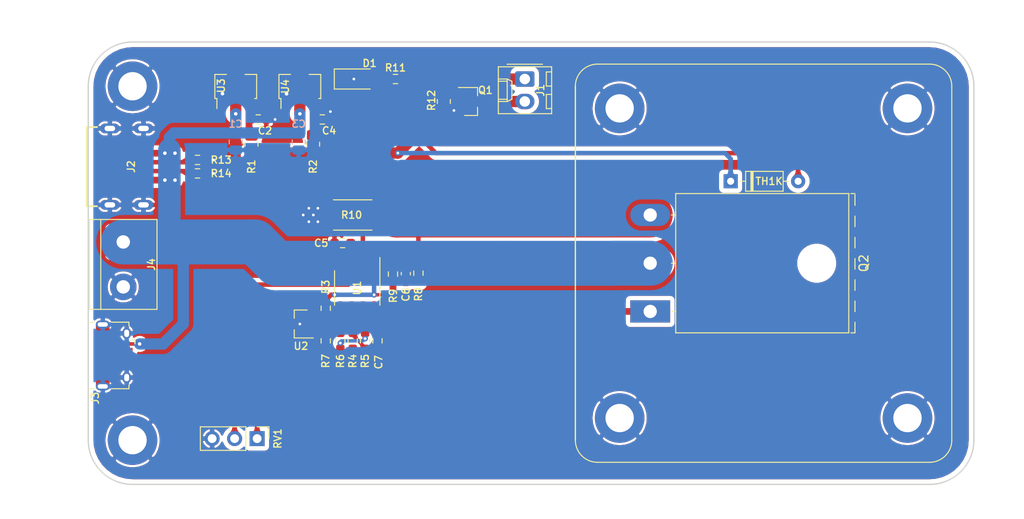
<source format=kicad_pcb>
(kicad_pcb (version 20171130) (host pcbnew "(5.1.9)-1")

  (general
    (thickness 1.6)
    (drawings 31)
    (tracks 176)
    (zones 0)
    (modules 40)
    (nets 21)
  )

  (page A4)
  (layers
    (0 F.Cu signal)
    (31 B.Cu signal)
    (32 B.Adhes user)
    (33 F.Adhes user)
    (34 B.Paste user)
    (35 F.Paste user)
    (36 B.SilkS user)
    (37 F.SilkS user)
    (38 B.Mask user)
    (39 F.Mask user)
    (40 Dwgs.User user)
    (41 Cmts.User user)
    (42 Eco1.User user)
    (43 Eco2.User user)
    (44 Edge.Cuts user)
    (45 Margin user)
    (46 B.CrtYd user hide)
    (47 F.CrtYd user hide)
    (48 B.Fab user hide)
    (49 F.Fab user hide)
  )

  (setup
    (last_trace_width 0.508)
    (user_trace_width 0.254)
    (user_trace_width 0.381)
    (user_trace_width 0.508)
    (user_trace_width 0.762)
    (user_trace_width 1.27)
    (user_trace_width 2.54)
    (user_trace_width 5.08)
    (user_trace_width 7.62)
    (trace_clearance 0.2)
    (zone_clearance 0.508)
    (zone_45_only no)
    (trace_min 0.2)
    (via_size 0.8)
    (via_drill 0.4)
    (via_min_size 0.4)
    (via_min_drill 0.3)
    (user_via 0.635 0.3048)
    (user_via 1.27 0.6096)
    (user_via 2.54 1.2192)
    (uvia_size 0.3)
    (uvia_drill 0.1)
    (uvias_allowed no)
    (uvia_min_size 0.2)
    (uvia_min_drill 0.1)
    (edge_width 0.05)
    (segment_width 0.2)
    (pcb_text_width 0.3)
    (pcb_text_size 1.5 1.5)
    (mod_edge_width 0.12)
    (mod_text_size 1 1)
    (mod_text_width 0.15)
    (pad_size 1.524 1.524)
    (pad_drill 0.762)
    (pad_to_mask_clearance 0)
    (aux_axis_origin 0 0)
    (visible_elements 7FFFFFFF)
    (pcbplotparams
      (layerselection 0x010fc_ffffffff)
      (usegerberextensions false)
      (usegerberattributes true)
      (usegerberadvancedattributes true)
      (creategerberjobfile true)
      (excludeedgelayer true)
      (linewidth 0.100000)
      (plotframeref false)
      (viasonmask false)
      (mode 1)
      (useauxorigin false)
      (hpglpennumber 1)
      (hpglpenspeed 20)
      (hpglpendiameter 15.000000)
      (psnegative false)
      (psa4output false)
      (plotreference true)
      (plotvalue true)
      (plotinvisibletext false)
      (padsonsilk false)
      (subtractmaskfromsilk false)
      (outputformat 1)
      (mirror false)
      (drillshape 1)
      (scaleselection 1)
      (outputdirectory ""))
  )

  (net 0 "")
  (net 1 GND)
  (net 2 VCC)
  (net 3 "Net-(C2-Pad1)")
  (net 4 "Net-(C4-Pad1)")
  (net 5 "Net-(C5-Pad1)")
  (net 6 "Net-(C6-Pad2)")
  (net 7 "Net-(C6-Pad1)")
  (net 8 "Net-(D1-Pad2)")
  (net 9 "Net-(J1-Pad2)")
  (net 10 +5V)
  (net 11 "Net-(J2-PadB5)")
  (net 12 "Net-(J2-PadA5)")
  (net 13 "Net-(J3-Pad2)")
  (net 14 "Net-(Q1-Pad1)")
  (net 15 "Net-(Q2-Pad3)")
  (net 16 "Net-(Q2-Pad1)")
  (net 17 "Net-(R3-Pad1)")
  (net 18 "Net-(R4-Pad1)")
  (net 19 "Net-(R5-Pad1)")
  (net 20 "Net-(R7-Pad1)")

  (net_class Default "This is the default net class."
    (clearance 0.2)
    (trace_width 0.25)
    (via_dia 0.8)
    (via_drill 0.4)
    (uvia_dia 0.3)
    (uvia_drill 0.1)
    (add_net +5V)
    (add_net GND)
    (add_net "Net-(C2-Pad1)")
    (add_net "Net-(C4-Pad1)")
    (add_net "Net-(C5-Pad1)")
    (add_net "Net-(C6-Pad1)")
    (add_net "Net-(C6-Pad2)")
    (add_net "Net-(D1-Pad2)")
    (add_net "Net-(J1-Pad2)")
    (add_net "Net-(J2-PadA5)")
    (add_net "Net-(J2-PadB5)")
    (add_net "Net-(J3-Pad2)")
    (add_net "Net-(Q1-Pad1)")
    (add_net "Net-(Q2-Pad1)")
    (add_net "Net-(Q2-Pad3)")
    (add_net "Net-(R3-Pad1)")
    (add_net "Net-(R4-Pad1)")
    (add_net "Net-(R5-Pad1)")
    (add_net "Net-(R7-Pad1)")
    (add_net VCC)
  )

  (module Resistor_SMD:R_0603_1608Metric_Pad0.98x0.95mm_HandSolder (layer F.Cu) (tedit 5F68FEEE) (tstamp 607CF66A)
    (at 148.463 88.773 270)
    (descr "Resistor SMD 0603 (1608 Metric), square (rectangular) end terminal, IPC_7351 nominal with elongated pad for handsoldering. (Body size source: IPC-SM-782 page 72, https://www.pcb-3d.com/wordpress/wp-content/uploads/ipc-sm-782a_amendment_1_and_2.pdf), generated with kicad-footprint-generator")
    (tags "resistor handsolder")
    (path /607C2D5A)
    (attr smd)
    (fp_text reference R6 (at 2.286 0 90) (layer F.SilkS)
      (effects (font (size 0.8128 0.8128) (thickness 0.15)))
    )
    (fp_text value 680R (at 0 1.43 90) (layer F.Fab)
      (effects (font (size 0.8128 0.8128) (thickness 0.15)))
    )
    (fp_line (start -0.8 0.4125) (end -0.8 -0.4125) (layer F.Fab) (width 0.1))
    (fp_line (start -0.8 -0.4125) (end 0.8 -0.4125) (layer F.Fab) (width 0.1))
    (fp_line (start 0.8 -0.4125) (end 0.8 0.4125) (layer F.Fab) (width 0.1))
    (fp_line (start 0.8 0.4125) (end -0.8 0.4125) (layer F.Fab) (width 0.1))
    (fp_line (start -0.254724 -0.5225) (end 0.254724 -0.5225) (layer F.SilkS) (width 0.12))
    (fp_line (start -0.254724 0.5225) (end 0.254724 0.5225) (layer F.SilkS) (width 0.12))
    (fp_line (start -1.65 0.73) (end -1.65 -0.73) (layer F.CrtYd) (width 0.05))
    (fp_line (start -1.65 -0.73) (end 1.65 -0.73) (layer F.CrtYd) (width 0.05))
    (fp_line (start 1.65 -0.73) (end 1.65 0.73) (layer F.CrtYd) (width 0.05))
    (fp_line (start 1.65 0.73) (end -1.65 0.73) (layer F.CrtYd) (width 0.05))
    (fp_text user %R (at 0 0 90) (layer F.Fab)
      (effects (font (size 0.4 0.4) (thickness 0.06)))
    )
    (pad 2 smd roundrect (at 0.9125 0 270) (size 0.975 0.95) (layers F.Cu F.Paste F.Mask) (roundrect_rratio 0.25)
      (net 19 "Net-(R5-Pad1)"))
    (pad 1 smd roundrect (at -0.9125 0 270) (size 0.975 0.95) (layers F.Cu F.Paste F.Mask) (roundrect_rratio 0.25)
      (net 17 "Net-(R3-Pad1)"))
    (model ${KISYS3DMOD}/Resistor_SMD.3dshapes/R_0603_1608Metric.wrl
      (at (xyz 0 0 0))
      (scale (xyz 1 1 1))
      (rotate (xyz 0 0 0))
    )
  )

  (module Resistor_SMD:R_0805_2012Metric_Pad1.20x1.40mm_HandSolder (layer F.Cu) (tedit 5F68FEEE) (tstamp 607D6A51)
    (at 138.43 66.548 90)
    (descr "Resistor SMD 0805 (2012 Metric), square (rectangular) end terminal, IPC_7351 nominal with elongated pad for handsoldering. (Body size source: IPC-SM-782 page 72, https://www.pcb-3d.com/wordpress/wp-content/uploads/ipc-sm-782a_amendment_1_and_2.pdf), generated with kicad-footprint-generator")
    (tags "resistor handsolder")
    (path /60831A58)
    (attr smd)
    (fp_text reference R1 (at -2.54 0 90) (layer F.SilkS)
      (effects (font (size 0.8128 0.8128) (thickness 0.15)))
    )
    (fp_text value 2R (at 0 1.65 90) (layer F.Fab)
      (effects (font (size 0.8128 0.8128) (thickness 0.15)))
    )
    (fp_line (start -1 0.625) (end -1 -0.625) (layer F.Fab) (width 0.1))
    (fp_line (start -1 -0.625) (end 1 -0.625) (layer F.Fab) (width 0.1))
    (fp_line (start 1 -0.625) (end 1 0.625) (layer F.Fab) (width 0.1))
    (fp_line (start 1 0.625) (end -1 0.625) (layer F.Fab) (width 0.1))
    (fp_line (start -0.227064 -0.735) (end 0.227064 -0.735) (layer F.SilkS) (width 0.12))
    (fp_line (start -0.227064 0.735) (end 0.227064 0.735) (layer F.SilkS) (width 0.12))
    (fp_line (start -1.85 0.95) (end -1.85 -0.95) (layer F.CrtYd) (width 0.05))
    (fp_line (start -1.85 -0.95) (end 1.85 -0.95) (layer F.CrtYd) (width 0.05))
    (fp_line (start 1.85 -0.95) (end 1.85 0.95) (layer F.CrtYd) (width 0.05))
    (fp_line (start 1.85 0.95) (end -1.85 0.95) (layer F.CrtYd) (width 0.05))
    (fp_text user %R (at 0 0 90) (layer F.Fab)
      (effects (font (size 0.5 0.5) (thickness 0.08)))
    )
    (pad 2 smd roundrect (at 1 0 90) (size 1.2 1.4) (layers F.Cu F.Paste F.Mask) (roundrect_rratio 0.208333)
      (net 3 "Net-(C2-Pad1)"))
    (pad 1 smd roundrect (at -1 0 90) (size 1.2 1.4) (layers F.Cu F.Paste F.Mask) (roundrect_rratio 0.208333)
      (net 10 +5V))
    (model ${KISYS3DMOD}/Resistor_SMD.3dshapes/R_0805_2012Metric.wrl
      (at (xyz 0 0 0))
      (scale (xyz 1 1 1))
      (rotate (xyz 0 0 0))
    )
  )

  (module MountingHole:MountingHole_3.2mm_M3_DIN965_Pad (layer F.Cu) (tedit 56D1B4CB) (tstamp 607D36C7)
    (at 180 97.5)
    (descr "Mounting Hole 3.2mm, M3, DIN965")
    (tags "mounting hole 3.2mm m3 din965")
    (path /6082B3A5)
    (attr virtual)
    (fp_text reference H6 (at 0 -3.8) (layer F.SilkS) hide
      (effects (font (size 1 1) (thickness 0.15)))
    )
    (fp_text value MountingHole_Pad (at 0 3.8) (layer F.Fab)
      (effects (font (size 1 1) (thickness 0.15)))
    )
    (fp_circle (center 0 0) (end 3.05 0) (layer F.CrtYd) (width 0.05))
    (fp_circle (center 0 0) (end 2.8 0) (layer Cmts.User) (width 0.15))
    (fp_text user %R (at -2.15 0) (layer F.Fab)
      (effects (font (size 1 1) (thickness 0.15)))
    )
    (pad 1 thru_hole circle (at 0 0) (size 5.6 5.6) (drill 3.2) (layers *.Cu *.Mask)
      (net 1 GND))
  )

  (module MountingHole:MountingHole_3.2mm_M3_DIN965_Pad (layer F.Cu) (tedit 56D1B4CB) (tstamp 607D36BF)
    (at 180 62.5)
    (descr "Mounting Hole 3.2mm, M3, DIN965")
    (tags "mounting hole 3.2mm m3 din965")
    (path /60827AB2)
    (attr virtual)
    (fp_text reference H5 (at 0 -3.8) (layer F.SilkS) hide
      (effects (font (size 1 1) (thickness 0.15)))
    )
    (fp_text value MountingHole_Pad (at 0 3.8) (layer F.Fab)
      (effects (font (size 1 1) (thickness 0.15)))
    )
    (fp_circle (center 0 0) (end 3.05 0) (layer F.CrtYd) (width 0.05))
    (fp_circle (center 0 0) (end 2.8 0) (layer Cmts.User) (width 0.15))
    (fp_text user %R (at 0.3 0) (layer F.Fab)
      (effects (font (size 1 1) (thickness 0.15)))
    )
    (pad 1 thru_hole circle (at 0 0) (size 5.6 5.6) (drill 3.2) (layers *.Cu *.Mask)
      (net 1 GND))
  )

  (module MountingHole:MountingHole_3.2mm_M3_DIN965_Pad (layer F.Cu) (tedit 56D1B4CB) (tstamp 607D2AA9)
    (at 212.5 97.5)
    (descr "Mounting Hole 3.2mm, M3, DIN965")
    (tags "mounting hole 3.2mm m3 din965")
    (path /6080B017)
    (attr virtual)
    (fp_text reference H4 (at 0 -3.8) (layer F.SilkS) hide
      (effects (font (size 1 1) (thickness 0.15)))
    )
    (fp_text value MountingHole_Pad (at 0 3.8) (layer F.Fab)
      (effects (font (size 1 1) (thickness 0.15)))
    )
    (fp_circle (center 0 0) (end 3.05 0) (layer F.CrtYd) (width 0.05))
    (fp_circle (center 0 0) (end 2.8 0) (layer Cmts.User) (width 0.15))
    (fp_text user %R (at 0.3 0) (layer F.Fab)
      (effects (font (size 1 1) (thickness 0.15)))
    )
    (pad 1 thru_hole circle (at 0 0) (size 5.6 5.6) (drill 3.2) (layers *.Cu *.Mask)
      (net 1 GND))
  )

  (module MountingHole:MountingHole_3.2mm_M3_DIN965_Pad (layer F.Cu) (tedit 56D1B4CB) (tstamp 607D2F5A)
    (at 125 60)
    (descr "Mounting Hole 3.2mm, M3, DIN965")
    (tags "mounting hole 3.2mm m3 din965")
    (path /6080AE72)
    (attr virtual)
    (fp_text reference H3 (at 0 -3.8) (layer F.SilkS) hide
      (effects (font (size 1 1) (thickness 0.15)))
    )
    (fp_text value MountingHole_Pad (at 0 3.8) (layer F.Fab)
      (effects (font (size 1 1) (thickness 0.15)))
    )
    (fp_circle (center 0 0) (end 3.05 0) (layer F.CrtYd) (width 0.05))
    (fp_circle (center 0 0) (end 2.8 0) (layer Cmts.User) (width 0.15))
    (fp_text user %R (at 0.3 0) (layer F.Fab)
      (effects (font (size 1 1) (thickness 0.15)))
    )
    (pad 1 thru_hole circle (at 0 0) (size 5.6 5.6) (drill 3.2) (layers *.Cu *.Mask)
      (net 1 GND))
  )

  (module MountingHole:MountingHole_3.2mm_M3_DIN965_Pad (layer F.Cu) (tedit 56D1B4CB) (tstamp 607D2A99)
    (at 212.5 62.5)
    (descr "Mounting Hole 3.2mm, M3, DIN965")
    (tags "mounting hole 3.2mm m3 din965")
    (path /6080A9ED)
    (attr virtual)
    (fp_text reference H2 (at 0 -3.8) (layer F.SilkS) hide
      (effects (font (size 1 1) (thickness 0.15)))
    )
    (fp_text value MountingHole_Pad (at 0 3.8) (layer F.Fab)
      (effects (font (size 1 1) (thickness 0.15)))
    )
    (fp_circle (center 0 0) (end 3.05 0) (layer F.CrtYd) (width 0.05))
    (fp_circle (center 0 0) (end 2.8 0) (layer Cmts.User) (width 0.15))
    (fp_text user %R (at 0.3 0) (layer F.Fab)
      (effects (font (size 1 1) (thickness 0.15)))
    )
    (pad 1 thru_hole circle (at 0 0) (size 5.6 5.6) (drill 3.2) (layers *.Cu *.Mask)
      (net 1 GND))
  )

  (module MountingHole:MountingHole_3.2mm_M3_DIN965_Pad (layer F.Cu) (tedit 56D1B4CB) (tstamp 607D2FAA)
    (at 125 100)
    (descr "Mounting Hole 3.2mm, M3, DIN965")
    (tags "mounting hole 3.2mm m3 din965")
    (path /6080B2BD)
    (attr virtual)
    (fp_text reference H1 (at 0 -3.8) (layer F.SilkS) hide
      (effects (font (size 1 1) (thickness 0.15)))
    )
    (fp_text value MountingHole_Pad (at 0 3.8) (layer F.Fab)
      (effects (font (size 1 1) (thickness 0.15)))
    )
    (fp_circle (center 0 0) (end 3.05 0) (layer F.CrtYd) (width 0.05))
    (fp_circle (center 0 0) (end 2.8 0) (layer Cmts.User) (width 0.15))
    (fp_text user %R (at 0.3 0) (layer F.Fab)
      (effects (font (size 1 1) (thickness 0.15)))
    )
    (pad 1 thru_hole circle (at 0 0) (size 5.6 5.6) (drill 3.2) (layers *.Cu *.Mask)
      (net 1 GND))
  )

  (module Package_TO_SOT_THT:TO-3P-3_Horizontal_TabUp (layer F.Cu) (tedit 5AC8701B) (tstamp 607CF604)
    (at 183.45 85.45 90)
    (descr "TO-3P-3, Horizontal, RM 5.45mm, , see https://toshiba.semicon-storage.com/ap-en/design-support/package/detail.TO-3P(N).html")
    (tags "TO-3P-3 Horizontal RM 5.45mm ")
    (path /607AEA1D)
    (fp_text reference Q2 (at 5.45 24.12 90) (layer F.SilkS)
      (effects (font (size 1 1) (thickness 0.15)))
    )
    (fp_text value TIP122 (at 5.45 -3.25 90) (layer F.Fab)
      (effects (font (size 1 1) (thickness 0.15)))
    )
    (fp_line (start 13.45 -2.5) (end -2.55 -2.5) (layer F.CrtYd) (width 0.05))
    (fp_line (start 13.45 23.25) (end 13.45 -2.5) (layer F.CrtYd) (width 0.05))
    (fp_line (start -2.55 23.25) (end 13.45 23.25) (layer F.CrtYd) (width 0.05))
    (fp_line (start -2.55 -2.5) (end -2.55 23.25) (layer F.CrtYd) (width 0.05))
    (fp_line (start 10.9 2.4) (end 10.9 2.88) (layer F.SilkS) (width 0.12))
    (fp_line (start 5.45 2.4) (end 5.45 2.88) (layer F.SilkS) (width 0.12))
    (fp_line (start 0 2.4) (end 0 2.88) (layer F.SilkS) (width 0.12))
    (fp_line (start 13.32 22.66) (end 13.32 23.12) (layer F.SilkS) (width 0.12))
    (fp_line (start -2.42 22.66) (end -2.42 23.12) (layer F.SilkS) (width 0.12))
    (fp_line (start 11.98 23.12) (end 13.18 23.12) (layer F.SilkS) (width 0.12))
    (fp_line (start 9.58 23.12) (end 10.78 23.12) (layer F.SilkS) (width 0.12))
    (fp_line (start 7.18 23.12) (end 8.38 23.12) (layer F.SilkS) (width 0.12))
    (fp_line (start 4.78 23.12) (end 5.98 23.12) (layer F.SilkS) (width 0.12))
    (fp_line (start 2.38 23.12) (end 3.58 23.12) (layer F.SilkS) (width 0.12))
    (fp_line (start -0.021 23.12) (end 1.18 23.12) (layer F.SilkS) (width 0.12))
    (fp_line (start -2.42 23.12) (end -1.22 23.12) (layer F.SilkS) (width 0.12))
    (fp_line (start 13.32 2.88) (end 13.32 22.42) (layer F.SilkS) (width 0.12))
    (fp_line (start -2.42 2.88) (end -2.42 22.42) (layer F.SilkS) (width 0.12))
    (fp_line (start -2.42 22.42) (end 13.32 22.42) (layer F.SilkS) (width 0.12))
    (fp_line (start -2.42 2.88) (end 13.32 2.88) (layer F.SilkS) (width 0.12))
    (fp_line (start 10.9 3) (end 10.9 0) (layer F.Fab) (width 0.1))
    (fp_line (start 5.45 3) (end 5.45 0) (layer F.Fab) (width 0.1))
    (fp_line (start 0 3) (end 0 0) (layer F.Fab) (width 0.1))
    (fp_line (start 13.2 3) (end -2.3 3) (layer F.Fab) (width 0.1))
    (fp_line (start 13.2 18.8) (end 13.2 3) (layer F.Fab) (width 0.1))
    (fp_line (start 11.01 22.3) (end 13.2 18.8) (layer F.Fab) (width 0.1))
    (fp_line (start -0.11 22.3) (end 11.01 22.3) (layer F.Fab) (width 0.1))
    (fp_line (start -2.3 18.8) (end -0.11 22.3) (layer F.Fab) (width 0.1))
    (fp_line (start -2.3 3) (end -2.3 18.8) (layer F.Fab) (width 0.1))
    (fp_line (start 13.2 22.3) (end -2.3 22.3) (layer F.Fab) (width 0.1))
    (fp_line (start 13.2 21) (end 13.2 22.3) (layer F.Fab) (width 0.1))
    (fp_line (start 12.05 23) (end 13.2 21) (layer F.Fab) (width 0.1))
    (fp_line (start -1.15 23) (end 12.05 23) (layer F.Fab) (width 0.1))
    (fp_line (start -2.3 21) (end -1.15 23) (layer F.Fab) (width 0.1))
    (fp_line (start -2.3 22.3) (end -2.3 21) (layer F.Fab) (width 0.1))
    (fp_circle (center 5.45 18.8) (end 7.05 18.8) (layer F.Fab) (width 0.1))
    (fp_text user %R (at 5.45 24.12 90) (layer F.Fab)
      (effects (font (size 1 1) (thickness 0.15)))
    )
    (pad 3 thru_hole oval (at 10.9 0 90) (size 2.5 4.5) (drill 1.5) (layers *.Cu *.Mask)
      (net 15 "Net-(Q2-Pad3)"))
    (pad 2 thru_hole oval (at 5.45 0 90) (size 2.5 4.5) (drill 1.5) (layers *.Cu *.Mask)
      (net 2 VCC))
    (pad 1 thru_hole rect (at 0 0 90) (size 2.5 4.5) (drill 1.5) (layers *.Cu *.Mask)
      (net 16 "Net-(Q2-Pad1)"))
    (pad "" np_thru_hole oval (at 5.45 18.8 90) (size 3.4 3.4) (drill 3.4) (layers *.Cu *.Mask))
    (model ${KISYS3DMOD}/Package_TO_SOT_THT.3dshapes/TO-3P-3_Horizontal_TabUp.wrl
      (at (xyz 0 0 0))
      (scale (xyz 1 1 1))
      (rotate (xyz 0 0 0))
    )
  )

  (module Package_TO_SOT_SMD:SOT-89-3 (layer F.Cu) (tedit 5C33D6E8) (tstamp 607D6909)
    (at 143.891 60.325 90)
    (descr "SOT-89-3, http://ww1.microchip.com/downloads/en/DeviceDoc/3L_SOT-89_MB_C04-029C.pdf")
    (tags SOT-89-3)
    (path /608395BA)
    (attr smd)
    (fp_text reference U4 (at 0.3 -1.651 90) (layer F.SilkS)
      (effects (font (size 0.8128 0.8128) (thickness 0.15)))
    )
    (fp_text value MST5350BTS (at 0.3 3.5 90) (layer F.Fab)
      (effects (font (size 0.8128 0.8128) (thickness 0.15)))
    )
    (fp_line (start 1.66 1.05) (end 1.66 2.36) (layer F.SilkS) (width 0.12))
    (fp_line (start 1.66 2.36) (end -1.06 2.36) (layer F.SilkS) (width 0.12))
    (fp_line (start -2.2 -2.13) (end -1.06 -2.13) (layer F.SilkS) (width 0.12))
    (fp_line (start 1.66 -2.36) (end 1.66 -1.05) (layer F.SilkS) (width 0.12))
    (fp_line (start -0.95 -1.25) (end 0.05 -2.25) (layer F.Fab) (width 0.1))
    (fp_line (start 1.55 -2.25) (end 1.55 2.25) (layer F.Fab) (width 0.1))
    (fp_line (start 1.55 2.25) (end -0.95 2.25) (layer F.Fab) (width 0.1))
    (fp_line (start -0.95 2.25) (end -0.95 -1.25) (layer F.Fab) (width 0.1))
    (fp_line (start 0.05 -2.25) (end 1.55 -2.25) (layer F.Fab) (width 0.1))
    (fp_line (start 2.55 -2.5) (end 2.55 2.5) (layer F.CrtYd) (width 0.05))
    (fp_line (start 2.55 -2.5) (end -2.55 -2.5) (layer F.CrtYd) (width 0.05))
    (fp_line (start -2.55 2.5) (end 2.55 2.5) (layer F.CrtYd) (width 0.05))
    (fp_line (start -2.55 2.5) (end -2.55 -2.5) (layer F.CrtYd) (width 0.05))
    (fp_line (start -1.06 -2.36) (end 1.66 -2.36) (layer F.SilkS) (width 0.12))
    (fp_line (start -1.06 -2.36) (end -1.06 -2.13) (layer F.SilkS) (width 0.12))
    (fp_line (start -1.06 2.36) (end -1.06 2.13) (layer F.SilkS) (width 0.12))
    (fp_text user %R (at 0.5 0) (layer F.Fab)
      (effects (font (size 0.8128 0.8128) (thickness 0.15)))
    )
    (pad 2 smd custom (at -1.5625 0 90) (size 1.475 0.9) (layers F.Cu F.Paste F.Mask)
      (net 2 VCC) (zone_connect 2)
      (options (clearance outline) (anchor rect))
      (primitives
        (gr_poly (pts
           (xy 0.7375 -0.8665) (xy 3.8625 -0.8665) (xy 3.8625 0.8665) (xy 0.7375 0.8665)) (width 0))
      ))
    (pad 3 smd rect (at -1.65 1.5 90) (size 1.3 0.9) (layers F.Cu F.Paste F.Mask)
      (net 4 "Net-(C4-Pad1)"))
    (pad 1 smd rect (at -1.65 -1.5 90) (size 1.3 0.9) (layers F.Cu F.Paste F.Mask)
      (net 1 GND))
    (model ${KISYS3DMOD}/Package_TO_SOT_SMD.3dshapes/SOT-89-3.wrl
      (at (xyz 0 0 0))
      (scale (xyz 1 1 1))
      (rotate (xyz 0 0 0))
    )
  )

  (module Package_TO_SOT_SMD:SOT-89-3 (layer F.Cu) (tedit 5C33D6E8) (tstamp 607D6153)
    (at 136.652 60.325 90)
    (descr "SOT-89-3, http://ww1.microchip.com/downloads/en/DeviceDoc/3L_SOT-89_MB_C04-029C.pdf")
    (tags SOT-89-3)
    (path /607B2982)
    (attr smd)
    (fp_text reference U3 (at 0.381 -1.651 90) (layer F.SilkS)
      (effects (font (size 0.8128 0.8128) (thickness 0.15)))
    )
    (fp_text value MST5350BTS (at 0.3 3.5 90) (layer F.Fab)
      (effects (font (size 0.8128 0.8128) (thickness 0.15)))
    )
    (fp_line (start 1.66 1.05) (end 1.66 2.36) (layer F.SilkS) (width 0.12))
    (fp_line (start 1.66 2.36) (end -1.06 2.36) (layer F.SilkS) (width 0.12))
    (fp_line (start -2.2 -2.13) (end -1.06 -2.13) (layer F.SilkS) (width 0.12))
    (fp_line (start 1.66 -2.36) (end 1.66 -1.05) (layer F.SilkS) (width 0.12))
    (fp_line (start -0.95 -1.25) (end 0.05 -2.25) (layer F.Fab) (width 0.1))
    (fp_line (start 1.55 -2.25) (end 1.55 2.25) (layer F.Fab) (width 0.1))
    (fp_line (start 1.55 2.25) (end -0.95 2.25) (layer F.Fab) (width 0.1))
    (fp_line (start -0.95 2.25) (end -0.95 -1.25) (layer F.Fab) (width 0.1))
    (fp_line (start 0.05 -2.25) (end 1.55 -2.25) (layer F.Fab) (width 0.1))
    (fp_line (start 2.55 -2.5) (end 2.55 2.5) (layer F.CrtYd) (width 0.05))
    (fp_line (start 2.55 -2.5) (end -2.55 -2.5) (layer F.CrtYd) (width 0.05))
    (fp_line (start -2.55 2.5) (end 2.55 2.5) (layer F.CrtYd) (width 0.05))
    (fp_line (start -2.55 2.5) (end -2.55 -2.5) (layer F.CrtYd) (width 0.05))
    (fp_line (start -1.06 -2.36) (end 1.66 -2.36) (layer F.SilkS) (width 0.12))
    (fp_line (start -1.06 -2.36) (end -1.06 -2.13) (layer F.SilkS) (width 0.12))
    (fp_line (start -1.06 2.36) (end -1.06 2.13) (layer F.SilkS) (width 0.12))
    (fp_text user %R (at 0.5 0) (layer F.Fab)
      (effects (font (size 0.8128 0.8128) (thickness 0.15)))
    )
    (pad 2 smd custom (at -1.5625 0 90) (size 1.475 0.9) (layers F.Cu F.Paste F.Mask)
      (net 2 VCC) (zone_connect 2)
      (options (clearance outline) (anchor rect))
      (primitives
        (gr_poly (pts
           (xy 0.7375 -0.8665) (xy 3.8625 -0.8665) (xy 3.8625 0.8665) (xy 0.7375 0.8665)) (width 0))
      ))
    (pad 3 smd rect (at -1.65 1.5 90) (size 1.3 0.9) (layers F.Cu F.Paste F.Mask)
      (net 3 "Net-(C2-Pad1)"))
    (pad 1 smd rect (at -1.65 -1.5 90) (size 1.3 0.9) (layers F.Cu F.Paste F.Mask)
      (net 1 GND))
    (model ${KISYS3DMOD}/Package_TO_SOT_SMD.3dshapes/SOT-89-3.wrl
      (at (xyz 0 0 0))
      (scale (xyz 1 1 1))
      (rotate (xyz 0 0 0))
    )
  )

  (module Package_TO_SOT_SMD:SOT-23 (layer F.Cu) (tedit 5A02FF57) (tstamp 607CF757)
    (at 144.018 86.868 180)
    (descr "SOT-23, Standard")
    (tags SOT-23)
    (path /607A9077)
    (attr smd)
    (fp_text reference U2 (at 0 -2.5) (layer F.SilkS)
      (effects (font (size 0.8128 0.8128) (thickness 0.15)))
    )
    (fp_text value TL431DBZ (at 0 2.5) (layer F.Fab)
      (effects (font (size 0.8128 0.8128) (thickness 0.15)))
    )
    (fp_line (start -0.7 -0.95) (end -0.7 1.5) (layer F.Fab) (width 0.1))
    (fp_line (start -0.15 -1.52) (end 0.7 -1.52) (layer F.Fab) (width 0.1))
    (fp_line (start -0.7 -0.95) (end -0.15 -1.52) (layer F.Fab) (width 0.1))
    (fp_line (start 0.7 -1.52) (end 0.7 1.52) (layer F.Fab) (width 0.1))
    (fp_line (start -0.7 1.52) (end 0.7 1.52) (layer F.Fab) (width 0.1))
    (fp_line (start 0.76 1.58) (end 0.76 0.65) (layer F.SilkS) (width 0.12))
    (fp_line (start 0.76 -1.58) (end 0.76 -0.65) (layer F.SilkS) (width 0.12))
    (fp_line (start -1.7 -1.75) (end 1.7 -1.75) (layer F.CrtYd) (width 0.05))
    (fp_line (start 1.7 -1.75) (end 1.7 1.75) (layer F.CrtYd) (width 0.05))
    (fp_line (start 1.7 1.75) (end -1.7 1.75) (layer F.CrtYd) (width 0.05))
    (fp_line (start -1.7 1.75) (end -1.7 -1.75) (layer F.CrtYd) (width 0.05))
    (fp_line (start 0.76 -1.58) (end -1.4 -1.58) (layer F.SilkS) (width 0.12))
    (fp_line (start 0.76 1.58) (end -0.7 1.58) (layer F.SilkS) (width 0.12))
    (fp_text user %R (at 0 0 90) (layer F.Fab)
      (effects (font (size 0.5 0.5) (thickness 0.075)))
    )
    (pad 3 smd rect (at 1 0 180) (size 0.9 0.8) (layers F.Cu F.Paste F.Mask)
      (net 1 GND))
    (pad 2 smd rect (at -1 0.95 180) (size 0.9 0.8) (layers F.Cu F.Paste F.Mask)
      (net 17 "Net-(R3-Pad1)"))
    (pad 1 smd rect (at -1 -0.95 180) (size 0.9 0.8) (layers F.Cu F.Paste F.Mask)
      (net 17 "Net-(R3-Pad1)"))
    (model ${KISYS3DMOD}/Package_TO_SOT_SMD.3dshapes/SOT-23.wrl
      (at (xyz 0 0 0))
      (scale (xyz 1 1 1))
      (rotate (xyz 0 0 0))
    )
  )

  (module Package_SO:SOIC-8_3.9x4.9mm_P1.27mm (layer F.Cu) (tedit 5D9F72B1) (tstamp 607D4465)
    (at 150.368 82.804 270)
    (descr "SOIC, 8 Pin (JEDEC MS-012AA, https://www.analog.com/media/en/package-pcb-resources/package/pkg_pdf/soic_narrow-r/r_8.pdf), generated with kicad-footprint-generator ipc_gullwing_generator.py")
    (tags "SOIC SO")
    (path /607A828F)
    (attr smd)
    (fp_text reference U1 (at 0 0 90) (layer F.SilkS)
      (effects (font (size 0.8128 0.8128) (thickness 0.15)))
    )
    (fp_text value LM358 (at 0 3.4 90) (layer F.Fab)
      (effects (font (size 0.8128 0.8128) (thickness 0.15)))
    )
    (fp_line (start 0 2.56) (end 1.95 2.56) (layer F.SilkS) (width 0.12))
    (fp_line (start 0 2.56) (end -1.95 2.56) (layer F.SilkS) (width 0.12))
    (fp_line (start 0 -2.56) (end 1.95 -2.56) (layer F.SilkS) (width 0.12))
    (fp_line (start 0 -2.56) (end -3.45 -2.56) (layer F.SilkS) (width 0.12))
    (fp_line (start -0.975 -2.45) (end 1.95 -2.45) (layer F.Fab) (width 0.1))
    (fp_line (start 1.95 -2.45) (end 1.95 2.45) (layer F.Fab) (width 0.1))
    (fp_line (start 1.95 2.45) (end -1.95 2.45) (layer F.Fab) (width 0.1))
    (fp_line (start -1.95 2.45) (end -1.95 -1.475) (layer F.Fab) (width 0.1))
    (fp_line (start -1.95 -1.475) (end -0.975 -2.45) (layer F.Fab) (width 0.1))
    (fp_line (start -3.7 -2.7) (end -3.7 2.7) (layer F.CrtYd) (width 0.05))
    (fp_line (start -3.7 2.7) (end 3.7 2.7) (layer F.CrtYd) (width 0.05))
    (fp_line (start 3.7 2.7) (end 3.7 -2.7) (layer F.CrtYd) (width 0.05))
    (fp_line (start 3.7 -2.7) (end -3.7 -2.7) (layer F.CrtYd) (width 0.05))
    (fp_text user %R (at 0 0 90) (layer F.Fab)
      (effects (font (size 0.98 0.98) (thickness 0.15)))
    )
    (pad 8 smd roundrect (at 2.475 -1.905 270) (size 1.95 0.6) (layers F.Cu F.Paste F.Mask) (roundrect_rratio 0.25)
      (net 2 VCC))
    (pad 7 smd roundrect (at 2.475 -0.635 270) (size 1.95 0.6) (layers F.Cu F.Paste F.Mask) (roundrect_rratio 0.25)
      (net 19 "Net-(R5-Pad1)"))
    (pad 6 smd roundrect (at 2.475 0.635 270) (size 1.95 0.6) (layers F.Cu F.Paste F.Mask) (roundrect_rratio 0.25)
      (net 18 "Net-(R4-Pad1)"))
    (pad 5 smd roundrect (at 2.475 1.905 270) (size 1.95 0.6) (layers F.Cu F.Paste F.Mask) (roundrect_rratio 0.25)
      (net 17 "Net-(R3-Pad1)"))
    (pad 4 smd roundrect (at -2.475 1.905 270) (size 1.95 0.6) (layers F.Cu F.Paste F.Mask) (roundrect_rratio 0.25)
      (net 1 GND))
    (pad 3 smd roundrect (at -2.475 0.635 270) (size 1.95 0.6) (layers F.Cu F.Paste F.Mask) (roundrect_rratio 0.25)
      (net 5 "Net-(C5-Pad1)"))
    (pad 2 smd roundrect (at -2.475 -0.635 270) (size 1.95 0.6) (layers F.Cu F.Paste F.Mask) (roundrect_rratio 0.25)
      (net 15 "Net-(Q2-Pad3)"))
    (pad 1 smd roundrect (at -2.475 -1.905 270) (size 1.95 0.6) (layers F.Cu F.Paste F.Mask) (roundrect_rratio 0.25)
      (net 7 "Net-(C6-Pad1)"))
    (model ${KISYS3DMOD}/Package_SO.3dshapes/SOIC-8_3.9x4.9mm_P1.27mm.wrl
      (at (xyz 0 0 0))
      (scale (xyz 1 1 1))
      (rotate (xyz 0 0 0))
    )
  )

  (module Diode_THT:D_DO-35_SOD27_P7.62mm_Horizontal (layer F.Cu) (tedit 5AE50CD5) (tstamp 607CF728)
    (at 192.532 70.739)
    (descr "Diode, DO-35_SOD27 series, Axial, Horizontal, pin pitch=7.62mm, , length*diameter=4*2mm^2, , http://www.diodes.com/_files/packages/DO-35.pdf")
    (tags "Diode DO-35_SOD27 series Axial Horizontal pin pitch 7.62mm  length 4mm diameter 2mm")
    (path /607AFB47)
    (fp_text reference TH1 (at 3.937 0) (layer F.SilkS)
      (effects (font (size 0.8128 0.8128) (thickness 0.15)))
    )
    (fp_text value 10K (at 3.81 2.12) (layer F.Fab)
      (effects (font (size 0.8128 0.8128) (thickness 0.15)))
    )
    (fp_line (start 1.81 -1) (end 1.81 1) (layer F.Fab) (width 0.1))
    (fp_line (start 1.81 1) (end 5.81 1) (layer F.Fab) (width 0.1))
    (fp_line (start 5.81 1) (end 5.81 -1) (layer F.Fab) (width 0.1))
    (fp_line (start 5.81 -1) (end 1.81 -1) (layer F.Fab) (width 0.1))
    (fp_line (start 0 0) (end 1.81 0) (layer F.Fab) (width 0.1))
    (fp_line (start 7.62 0) (end 5.81 0) (layer F.Fab) (width 0.1))
    (fp_line (start 2.41 -1) (end 2.41 1) (layer F.Fab) (width 0.1))
    (fp_line (start 2.51 -1) (end 2.51 1) (layer F.Fab) (width 0.1))
    (fp_line (start 2.31 -1) (end 2.31 1) (layer F.Fab) (width 0.1))
    (fp_line (start 1.69 -1.12) (end 1.69 1.12) (layer F.SilkS) (width 0.12))
    (fp_line (start 1.69 1.12) (end 5.93 1.12) (layer F.SilkS) (width 0.12))
    (fp_line (start 5.93 1.12) (end 5.93 -1.12) (layer F.SilkS) (width 0.12))
    (fp_line (start 5.93 -1.12) (end 1.69 -1.12) (layer F.SilkS) (width 0.12))
    (fp_line (start 1.04 0) (end 1.69 0) (layer F.SilkS) (width 0.12))
    (fp_line (start 6.58 0) (end 5.93 0) (layer F.SilkS) (width 0.12))
    (fp_line (start 2.41 -1.12) (end 2.41 1.12) (layer F.SilkS) (width 0.12))
    (fp_line (start 2.53 -1.12) (end 2.53 1.12) (layer F.SilkS) (width 0.12))
    (fp_line (start 2.29 -1.12) (end 2.29 1.12) (layer F.SilkS) (width 0.12))
    (fp_line (start -1.05 -1.25) (end -1.05 1.25) (layer F.CrtYd) (width 0.05))
    (fp_line (start -1.05 1.25) (end 8.67 1.25) (layer F.CrtYd) (width 0.05))
    (fp_line (start 8.67 1.25) (end 8.67 -1.25) (layer F.CrtYd) (width 0.05))
    (fp_line (start 8.67 -1.25) (end -1.05 -1.25) (layer F.CrtYd) (width 0.05))
    (fp_text user K (at 5.461 0) (layer F.SilkS)
      (effects (font (size 0.8128 0.8128) (thickness 0.15)))
    )
    (fp_text user K (at 0 -1.8) (layer F.Fab)
      (effects (font (size 0.8128 0.8128) (thickness 0.15)))
    )
    (fp_text user %R (at 4.11 0) (layer F.Fab)
      (effects (font (size 0.8 0.8) (thickness 0.12)))
    )
    (pad 2 thru_hole oval (at 7.62 0) (size 1.6 1.6) (drill 0.8) (layers *.Cu *.Mask)
      (net 14 "Net-(Q1-Pad1)"))
    (pad 1 thru_hole rect (at 0 0) (size 1.6 1.6) (drill 0.8) (layers *.Cu *.Mask)
      (net 10 +5V))
    (model ${KISYS3DMOD}/Diode_THT.3dshapes/D_DO-35_SOD27_P7.62mm_Horizontal.wrl
      (at (xyz 0 0 0))
      (scale (xyz 1 1 1))
      (rotate (xyz 0 0 0))
    )
  )

  (module Connector_PinHeader_2.54mm:PinHeader_1x03_P2.54mm_Vertical (layer F.Cu) (tedit 59FED5CC) (tstamp 607CF709)
    (at 139.065 99.822 270)
    (descr "Through hole straight pin header, 1x03, 2.54mm pitch, single row")
    (tags "Through hole pin header THT 1x03 2.54mm single row")
    (path /607A97FC)
    (fp_text reference RV1 (at 0 -2.33 90) (layer F.SilkS)
      (effects (font (size 0.8128 0.8128) (thickness 0.15)))
    )
    (fp_text value 10K (at 0 7.41 90) (layer F.Fab)
      (effects (font (size 0.8128 0.8128) (thickness 0.15)))
    )
    (fp_line (start -0.635 -1.27) (end 1.27 -1.27) (layer F.Fab) (width 0.1))
    (fp_line (start 1.27 -1.27) (end 1.27 6.35) (layer F.Fab) (width 0.1))
    (fp_line (start 1.27 6.35) (end -1.27 6.35) (layer F.Fab) (width 0.1))
    (fp_line (start -1.27 6.35) (end -1.27 -0.635) (layer F.Fab) (width 0.1))
    (fp_line (start -1.27 -0.635) (end -0.635 -1.27) (layer F.Fab) (width 0.1))
    (fp_line (start -1.33 6.41) (end 1.33 6.41) (layer F.SilkS) (width 0.12))
    (fp_line (start -1.33 1.27) (end -1.33 6.41) (layer F.SilkS) (width 0.12))
    (fp_line (start 1.33 1.27) (end 1.33 6.41) (layer F.SilkS) (width 0.12))
    (fp_line (start -1.33 1.27) (end 1.33 1.27) (layer F.SilkS) (width 0.12))
    (fp_line (start -1.33 0) (end -1.33 -1.33) (layer F.SilkS) (width 0.12))
    (fp_line (start -1.33 -1.33) (end 0 -1.33) (layer F.SilkS) (width 0.12))
    (fp_line (start -1.8 -1.8) (end -1.8 6.85) (layer F.CrtYd) (width 0.05))
    (fp_line (start -1.8 6.85) (end 1.8 6.85) (layer F.CrtYd) (width 0.05))
    (fp_line (start 1.8 6.85) (end 1.8 -1.8) (layer F.CrtYd) (width 0.05))
    (fp_line (start 1.8 -1.8) (end -1.8 -1.8) (layer F.CrtYd) (width 0.05))
    (fp_text user %R (at 0 2.54) (layer F.Fab)
      (effects (font (size 0.8128 0.8128) (thickness 0.15)))
    )
    (pad 3 thru_hole oval (at 0 5.08 270) (size 1.7 1.7) (drill 1) (layers *.Cu *.Mask)
      (net 1 GND))
    (pad 2 thru_hole oval (at 0 2.54 270) (size 1.7 1.7) (drill 1) (layers *.Cu *.Mask)
      (net 5 "Net-(C5-Pad1)"))
    (pad 1 thru_hole rect (at 0 0 270) (size 1.7 1.7) (drill 1) (layers *.Cu *.Mask)
      (net 20 "Net-(R7-Pad1)"))
    (model ${KISYS3DMOD}/Connector_PinHeader_2.54mm.3dshapes/PinHeader_1x03_P2.54mm_Vertical.wrl
      (at (xyz 0 0 0))
      (scale (xyz 1 1 1))
      (rotate (xyz 0 0 0))
    )
  )

  (module Resistor_SMD:R_0603_1608Metric_Pad0.98x0.95mm_HandSolder (layer F.Cu) (tedit 5F68FEEE) (tstamp 607CF6F2)
    (at 132.334 69.85 180)
    (descr "Resistor SMD 0603 (1608 Metric), square (rectangular) end terminal, IPC_7351 nominal with elongated pad for handsoldering. (Body size source: IPC-SM-782 page 72, https://www.pcb-3d.com/wordpress/wp-content/uploads/ipc-sm-782a_amendment_1_and_2.pdf), generated with kicad-footprint-generator")
    (tags "resistor handsolder")
    (path /6080B8C0)
    (attr smd)
    (fp_text reference R14 (at -2.667 0) (layer F.SilkS)
      (effects (font (size 0.8128 0.8128) (thickness 0.15)))
    )
    (fp_text value 5.1K (at 0 1.43) (layer F.Fab)
      (effects (font (size 0.8128 0.8128) (thickness 0.15)))
    )
    (fp_line (start -0.8 0.4125) (end -0.8 -0.4125) (layer F.Fab) (width 0.1))
    (fp_line (start -0.8 -0.4125) (end 0.8 -0.4125) (layer F.Fab) (width 0.1))
    (fp_line (start 0.8 -0.4125) (end 0.8 0.4125) (layer F.Fab) (width 0.1))
    (fp_line (start 0.8 0.4125) (end -0.8 0.4125) (layer F.Fab) (width 0.1))
    (fp_line (start -0.254724 -0.5225) (end 0.254724 -0.5225) (layer F.SilkS) (width 0.12))
    (fp_line (start -0.254724 0.5225) (end 0.254724 0.5225) (layer F.SilkS) (width 0.12))
    (fp_line (start -1.65 0.73) (end -1.65 -0.73) (layer F.CrtYd) (width 0.05))
    (fp_line (start -1.65 -0.73) (end 1.65 -0.73) (layer F.CrtYd) (width 0.05))
    (fp_line (start 1.65 -0.73) (end 1.65 0.73) (layer F.CrtYd) (width 0.05))
    (fp_line (start 1.65 0.73) (end -1.65 0.73) (layer F.CrtYd) (width 0.05))
    (fp_text user %R (at 0 0) (layer F.Fab)
      (effects (font (size 0.4 0.4) (thickness 0.06)))
    )
    (pad 2 smd roundrect (at 0.9125 0 180) (size 0.975 0.95) (layers F.Cu F.Paste F.Mask) (roundrect_rratio 0.25)
      (net 11 "Net-(J2-PadB5)"))
    (pad 1 smd roundrect (at -0.9125 0 180) (size 0.975 0.95) (layers F.Cu F.Paste F.Mask) (roundrect_rratio 0.25)
      (net 1 GND))
    (model ${KISYS3DMOD}/Resistor_SMD.3dshapes/R_0603_1608Metric.wrl
      (at (xyz 0 0 0))
      (scale (xyz 1 1 1))
      (rotate (xyz 0 0 0))
    )
  )

  (module Resistor_SMD:R_0603_1608Metric_Pad0.98x0.95mm_HandSolder (layer F.Cu) (tedit 5F68FEEE) (tstamp 607CF6E1)
    (at 132.334 68.326 180)
    (descr "Resistor SMD 0603 (1608 Metric), square (rectangular) end terminal, IPC_7351 nominal with elongated pad for handsoldering. (Body size source: IPC-SM-782 page 72, https://www.pcb-3d.com/wordpress/wp-content/uploads/ipc-sm-782a_amendment_1_and_2.pdf), generated with kicad-footprint-generator")
    (tags "resistor handsolder")
    (path /6080B4F1)
    (attr smd)
    (fp_text reference R13 (at -2.667 0) (layer F.SilkS)
      (effects (font (size 0.8128 0.8128) (thickness 0.15)))
    )
    (fp_text value 5.1K (at 0 1.43) (layer F.Fab)
      (effects (font (size 0.8128 0.8128) (thickness 0.15)))
    )
    (fp_line (start -0.8 0.4125) (end -0.8 -0.4125) (layer F.Fab) (width 0.1))
    (fp_line (start -0.8 -0.4125) (end 0.8 -0.4125) (layer F.Fab) (width 0.1))
    (fp_line (start 0.8 -0.4125) (end 0.8 0.4125) (layer F.Fab) (width 0.1))
    (fp_line (start 0.8 0.4125) (end -0.8 0.4125) (layer F.Fab) (width 0.1))
    (fp_line (start -0.254724 -0.5225) (end 0.254724 -0.5225) (layer F.SilkS) (width 0.12))
    (fp_line (start -0.254724 0.5225) (end 0.254724 0.5225) (layer F.SilkS) (width 0.12))
    (fp_line (start -1.65 0.73) (end -1.65 -0.73) (layer F.CrtYd) (width 0.05))
    (fp_line (start -1.65 -0.73) (end 1.65 -0.73) (layer F.CrtYd) (width 0.05))
    (fp_line (start 1.65 -0.73) (end 1.65 0.73) (layer F.CrtYd) (width 0.05))
    (fp_line (start 1.65 0.73) (end -1.65 0.73) (layer F.CrtYd) (width 0.05))
    (fp_text user %R (at 0 0) (layer F.Fab)
      (effects (font (size 0.4 0.4) (thickness 0.06)))
    )
    (pad 2 smd roundrect (at 0.9125 0 180) (size 0.975 0.95) (layers F.Cu F.Paste F.Mask) (roundrect_rratio 0.25)
      (net 12 "Net-(J2-PadA5)"))
    (pad 1 smd roundrect (at -0.9125 0 180) (size 0.975 0.95) (layers F.Cu F.Paste F.Mask) (roundrect_rratio 0.25)
      (net 1 GND))
    (model ${KISYS3DMOD}/Resistor_SMD.3dshapes/R_0603_1608Metric.wrl
      (at (xyz 0 0 0))
      (scale (xyz 1 1 1))
      (rotate (xyz 0 0 0))
    )
  )

  (module Resistor_SMD:R_0805_2012Metric_Pad1.20x1.40mm_HandSolder (layer F.Cu) (tedit 5F68FEEE) (tstamp 607CF6D0)
    (at 160.147 61.722 270)
    (descr "Resistor SMD 0805 (2012 Metric), square (rectangular) end terminal, IPC_7351 nominal with elongated pad for handsoldering. (Body size source: IPC-SM-782 page 72, https://www.pcb-3d.com/wordpress/wp-content/uploads/ipc-sm-782a_amendment_1_and_2.pdf), generated with kicad-footprint-generator")
    (tags "resistor handsolder")
    (path /607B59F3)
    (attr smd)
    (fp_text reference R12 (at -0.127 1.397 90) (layer F.SilkS)
      (effects (font (size 0.8128 0.8128) (thickness 0.15)))
    )
    (fp_text value 2R (at 0 1.65 90) (layer F.Fab)
      (effects (font (size 0.8128 0.8128) (thickness 0.15)))
    )
    (fp_line (start -1 0.625) (end -1 -0.625) (layer F.Fab) (width 0.1))
    (fp_line (start -1 -0.625) (end 1 -0.625) (layer F.Fab) (width 0.1))
    (fp_line (start 1 -0.625) (end 1 0.625) (layer F.Fab) (width 0.1))
    (fp_line (start 1 0.625) (end -1 0.625) (layer F.Fab) (width 0.1))
    (fp_line (start -0.227064 -0.735) (end 0.227064 -0.735) (layer F.SilkS) (width 0.12))
    (fp_line (start -0.227064 0.735) (end 0.227064 0.735) (layer F.SilkS) (width 0.12))
    (fp_line (start -1.85 0.95) (end -1.85 -0.95) (layer F.CrtYd) (width 0.05))
    (fp_line (start -1.85 -0.95) (end 1.85 -0.95) (layer F.CrtYd) (width 0.05))
    (fp_line (start 1.85 -0.95) (end 1.85 0.95) (layer F.CrtYd) (width 0.05))
    (fp_line (start 1.85 0.95) (end -1.85 0.95) (layer F.CrtYd) (width 0.05))
    (fp_text user %R (at 0 0 90) (layer F.Fab)
      (effects (font (size 0.5 0.5) (thickness 0.08)))
    )
    (pad 2 smd roundrect (at 1 0 270) (size 1.2 1.4) (layers F.Cu F.Paste F.Mask) (roundrect_rratio 0.208333)
      (net 1 GND))
    (pad 1 smd roundrect (at -1 0 270) (size 1.2 1.4) (layers F.Cu F.Paste F.Mask) (roundrect_rratio 0.208333)
      (net 14 "Net-(Q1-Pad1)"))
    (model ${KISYS3DMOD}/Resistor_SMD.3dshapes/R_0805_2012Metric.wrl
      (at (xyz 0 0 0))
      (scale (xyz 1 1 1))
      (rotate (xyz 0 0 0))
    )
  )

  (module Resistor_SMD:R_0603_1608Metric_Pad0.98x0.95mm_HandSolder (layer F.Cu) (tedit 5F68FEEE) (tstamp 607D51F2)
    (at 154.686 59.182 180)
    (descr "Resistor SMD 0603 (1608 Metric), square (rectangular) end terminal, IPC_7351 nominal with elongated pad for handsoldering. (Body size source: IPC-SM-782 page 72, https://www.pcb-3d.com/wordpress/wp-content/uploads/ipc-sm-782a_amendment_1_and_2.pdf), generated with kicad-footprint-generator")
    (tags "resistor handsolder")
    (path /608432A8)
    (attr smd)
    (fp_text reference R11 (at 0 1.27) (layer F.SilkS)
      (effects (font (size 0.8128 0.8128) (thickness 0.15)))
    )
    (fp_text value 2.2K (at 0 1.43) (layer F.Fab)
      (effects (font (size 0.8128 0.8128) (thickness 0.15)))
    )
    (fp_line (start -0.8 0.4125) (end -0.8 -0.4125) (layer F.Fab) (width 0.1))
    (fp_line (start -0.8 -0.4125) (end 0.8 -0.4125) (layer F.Fab) (width 0.1))
    (fp_line (start 0.8 -0.4125) (end 0.8 0.4125) (layer F.Fab) (width 0.1))
    (fp_line (start 0.8 0.4125) (end -0.8 0.4125) (layer F.Fab) (width 0.1))
    (fp_line (start -0.254724 -0.5225) (end 0.254724 -0.5225) (layer F.SilkS) (width 0.12))
    (fp_line (start -0.254724 0.5225) (end 0.254724 0.5225) (layer F.SilkS) (width 0.12))
    (fp_line (start -1.65 0.73) (end -1.65 -0.73) (layer F.CrtYd) (width 0.05))
    (fp_line (start -1.65 -0.73) (end 1.65 -0.73) (layer F.CrtYd) (width 0.05))
    (fp_line (start 1.65 -0.73) (end 1.65 0.73) (layer F.CrtYd) (width 0.05))
    (fp_line (start 1.65 0.73) (end -1.65 0.73) (layer F.CrtYd) (width 0.05))
    (fp_text user %R (at 0 0) (layer F.Fab)
      (effects (font (size 0.4 0.4) (thickness 0.06)))
    )
    (pad 2 smd roundrect (at 0.9125 0 180) (size 0.975 0.95) (layers F.Cu F.Paste F.Mask) (roundrect_rratio 0.25)
      (net 8 "Net-(D1-Pad2)"))
    (pad 1 smd roundrect (at -0.9125 0 180) (size 0.975 0.95) (layers F.Cu F.Paste F.Mask) (roundrect_rratio 0.25)
      (net 10 +5V))
    (model ${KISYS3DMOD}/Resistor_SMD.3dshapes/R_0603_1608Metric.wrl
      (at (xyz 0 0 0))
      (scale (xyz 1 1 1))
      (rotate (xyz 0 0 0))
    )
  )

  (module Resistor_SMD:R_2512_6332Metric_Pad1.40x3.35mm_HandSolder (layer F.Cu) (tedit 5F68FEEE) (tstamp 607D43C7)
    (at 149.86 74.549)
    (descr "Resistor SMD 2512 (6332 Metric), square (rectangular) end terminal, IPC_7351 nominal with elongated pad for handsoldering. (Body size source: IPC-SM-782 page 72, https://www.pcb-3d.com/wordpress/wp-content/uploads/ipc-sm-782a_amendment_1_and_2.pdf), generated with kicad-footprint-generator")
    (tags "resistor handsolder")
    (path /6080456F)
    (attr smd)
    (fp_text reference R10 (at -0.127 0) (layer F.SilkS)
      (effects (font (size 0.8128 0.8128) (thickness 0.15)))
    )
    (fp_text value 0.05R (at 0 2.62) (layer F.Fab)
      (effects (font (size 0.8128 0.8128) (thickness 0.15)))
    )
    (fp_line (start -3.15 1.6) (end -3.15 -1.6) (layer F.Fab) (width 0.1))
    (fp_line (start -3.15 -1.6) (end 3.15 -1.6) (layer F.Fab) (width 0.1))
    (fp_line (start 3.15 -1.6) (end 3.15 1.6) (layer F.Fab) (width 0.1))
    (fp_line (start 3.15 1.6) (end -3.15 1.6) (layer F.Fab) (width 0.1))
    (fp_line (start -2.177064 -1.71) (end 2.177064 -1.71) (layer F.SilkS) (width 0.12))
    (fp_line (start -2.177064 1.71) (end 2.177064 1.71) (layer F.SilkS) (width 0.12))
    (fp_line (start -4 1.92) (end -4 -1.92) (layer F.CrtYd) (width 0.05))
    (fp_line (start -4 -1.92) (end 4 -1.92) (layer F.CrtYd) (width 0.05))
    (fp_line (start 4 -1.92) (end 4 1.92) (layer F.CrtYd) (width 0.05))
    (fp_line (start 4 1.92) (end -4 1.92) (layer F.CrtYd) (width 0.05))
    (fp_text user %R (at 0 0) (layer F.Fab)
      (effects (font (size 0.8128 0.8128) (thickness 0.15)))
    )
    (pad 2 smd roundrect (at 3.05 0) (size 1.4 3.35) (layers F.Cu F.Paste F.Mask) (roundrect_rratio 0.178571)
      (net 15 "Net-(Q2-Pad3)"))
    (pad 1 smd roundrect (at -3.05 0) (size 1.4 3.35) (layers F.Cu F.Paste F.Mask) (roundrect_rratio 0.178571)
      (net 1 GND))
    (model ${KISYS3DMOD}/Resistor_SMD.3dshapes/R_2512_6332Metric.wrl
      (at (xyz 0 0 0))
      (scale (xyz 1 1 1))
      (rotate (xyz 0 0 0))
    )
  )

  (module Resistor_SMD:R_0603_1608Metric_Pad0.98x0.95mm_HandSolder (layer F.Cu) (tedit 5F68FEEE) (tstamp 607D79C3)
    (at 154.4066 81.2292 90)
    (descr "Resistor SMD 0603 (1608 Metric), square (rectangular) end terminal, IPC_7351 nominal with elongated pad for handsoldering. (Body size source: IPC-SM-782 page 72, https://www.pcb-3d.com/wordpress/wp-content/uploads/ipc-sm-782a_amendment_1_and_2.pdf), generated with kicad-footprint-generator")
    (tags "resistor handsolder")
    (path /607F57D4)
    (attr smd)
    (fp_text reference R9 (at -2.4638 0.0254 90) (layer F.SilkS)
      (effects (font (size 0.8128 0.8128) (thickness 0.15)))
    )
    (fp_text value 1K (at 0 1.43 90) (layer F.Fab)
      (effects (font (size 0.8128 0.8128) (thickness 0.15)))
    )
    (fp_line (start -0.8 0.4125) (end -0.8 -0.4125) (layer F.Fab) (width 0.1))
    (fp_line (start -0.8 -0.4125) (end 0.8 -0.4125) (layer F.Fab) (width 0.1))
    (fp_line (start 0.8 -0.4125) (end 0.8 0.4125) (layer F.Fab) (width 0.1))
    (fp_line (start 0.8 0.4125) (end -0.8 0.4125) (layer F.Fab) (width 0.1))
    (fp_line (start -0.254724 -0.5225) (end 0.254724 -0.5225) (layer F.SilkS) (width 0.12))
    (fp_line (start -0.254724 0.5225) (end 0.254724 0.5225) (layer F.SilkS) (width 0.12))
    (fp_line (start -1.65 0.73) (end -1.65 -0.73) (layer F.CrtYd) (width 0.05))
    (fp_line (start -1.65 -0.73) (end 1.65 -0.73) (layer F.CrtYd) (width 0.05))
    (fp_line (start 1.65 -0.73) (end 1.65 0.73) (layer F.CrtYd) (width 0.05))
    (fp_line (start 1.65 0.73) (end -1.65 0.73) (layer F.CrtYd) (width 0.05))
    (fp_text user %R (at 0 0 90) (layer F.Fab)
      (effects (font (size 0.4 0.4) (thickness 0.06)))
    )
    (pad 2 smd roundrect (at 0.9125 0 90) (size 0.975 0.95) (layers F.Cu F.Paste F.Mask) (roundrect_rratio 0.25)
      (net 7 "Net-(C6-Pad1)"))
    (pad 1 smd roundrect (at -0.9125 0 90) (size 0.975 0.95) (layers F.Cu F.Paste F.Mask) (roundrect_rratio 0.25)
      (net 16 "Net-(Q2-Pad1)"))
    (model ${KISYS3DMOD}/Resistor_SMD.3dshapes/R_0603_1608Metric.wrl
      (at (xyz 0 0 0))
      (scale (xyz 1 1 1))
      (rotate (xyz 0 0 0))
    )
  )

  (module Resistor_SMD:R_0603_1608Metric_Pad0.98x0.95mm_HandSolder (layer F.Cu) (tedit 5F68FEEE) (tstamp 607CF68C)
    (at 157.2768 81.1276 90)
    (descr "Resistor SMD 0603 (1608 Metric), square (rectangular) end terminal, IPC_7351 nominal with elongated pad for handsoldering. (Body size source: IPC-SM-782 page 72, https://www.pcb-3d.com/wordpress/wp-content/uploads/ipc-sm-782a_amendment_1_and_2.pdf), generated with kicad-footprint-generator")
    (tags "resistor handsolder")
    (path /607EBD74)
    (attr smd)
    (fp_text reference R8 (at -2.3876 0 90) (layer F.SilkS)
      (effects (font (size 0.8128 0.8128) (thickness 0.15)))
    )
    (fp_text value 1K (at 0 1.43 90) (layer F.Fab)
      (effects (font (size 0.8128 0.8128) (thickness 0.15)))
    )
    (fp_line (start -0.8 0.4125) (end -0.8 -0.4125) (layer F.Fab) (width 0.1))
    (fp_line (start -0.8 -0.4125) (end 0.8 -0.4125) (layer F.Fab) (width 0.1))
    (fp_line (start 0.8 -0.4125) (end 0.8 0.4125) (layer F.Fab) (width 0.1))
    (fp_line (start 0.8 0.4125) (end -0.8 0.4125) (layer F.Fab) (width 0.1))
    (fp_line (start -0.254724 -0.5225) (end 0.254724 -0.5225) (layer F.SilkS) (width 0.12))
    (fp_line (start -0.254724 0.5225) (end 0.254724 0.5225) (layer F.SilkS) (width 0.12))
    (fp_line (start -1.65 0.73) (end -1.65 -0.73) (layer F.CrtYd) (width 0.05))
    (fp_line (start -1.65 -0.73) (end 1.65 -0.73) (layer F.CrtYd) (width 0.05))
    (fp_line (start 1.65 -0.73) (end 1.65 0.73) (layer F.CrtYd) (width 0.05))
    (fp_line (start 1.65 0.73) (end -1.65 0.73) (layer F.CrtYd) (width 0.05))
    (fp_text user %R (at 0 0 90) (layer F.Fab)
      (effects (font (size 0.4 0.4) (thickness 0.06)))
    )
    (pad 2 smd roundrect (at 0.9125 0 90) (size 0.975 0.95) (layers F.Cu F.Paste F.Mask) (roundrect_rratio 0.25)
      (net 15 "Net-(Q2-Pad3)"))
    (pad 1 smd roundrect (at -0.9125 0 90) (size 0.975 0.95) (layers F.Cu F.Paste F.Mask) (roundrect_rratio 0.25)
      (net 6 "Net-(C6-Pad2)"))
    (model ${KISYS3DMOD}/Resistor_SMD.3dshapes/R_0603_1608Metric.wrl
      (at (xyz 0 0 0))
      (scale (xyz 1 1 1))
      (rotate (xyz 0 0 0))
    )
  )

  (module Resistor_SMD:R_0603_1608Metric_Pad0.98x0.95mm_HandSolder (layer F.Cu) (tedit 5F68FEEE) (tstamp 607CF67B)
    (at 146.812 88.773 90)
    (descr "Resistor SMD 0603 (1608 Metric), square (rectangular) end terminal, IPC_7351 nominal with elongated pad for handsoldering. (Body size source: IPC-SM-782 page 72, https://www.pcb-3d.com/wordpress/wp-content/uploads/ipc-sm-782a_amendment_1_and_2.pdf), generated with kicad-footprint-generator")
    (tags "resistor handsolder")
    (path /607CED70)
    (attr smd)
    (fp_text reference R7 (at -2.286 0 90) (layer F.SilkS)
      (effects (font (size 0.8128 0.8128) (thickness 0.15)))
    )
    (fp_text value 100K (at 0 1.43 90) (layer F.Fab)
      (effects (font (size 0.8128 0.8128) (thickness 0.15)))
    )
    (fp_line (start -0.8 0.4125) (end -0.8 -0.4125) (layer F.Fab) (width 0.1))
    (fp_line (start -0.8 -0.4125) (end 0.8 -0.4125) (layer F.Fab) (width 0.1))
    (fp_line (start 0.8 -0.4125) (end 0.8 0.4125) (layer F.Fab) (width 0.1))
    (fp_line (start 0.8 0.4125) (end -0.8 0.4125) (layer F.Fab) (width 0.1))
    (fp_line (start -0.254724 -0.5225) (end 0.254724 -0.5225) (layer F.SilkS) (width 0.12))
    (fp_line (start -0.254724 0.5225) (end 0.254724 0.5225) (layer F.SilkS) (width 0.12))
    (fp_line (start -1.65 0.73) (end -1.65 -0.73) (layer F.CrtYd) (width 0.05))
    (fp_line (start -1.65 -0.73) (end 1.65 -0.73) (layer F.CrtYd) (width 0.05))
    (fp_line (start 1.65 -0.73) (end 1.65 0.73) (layer F.CrtYd) (width 0.05))
    (fp_line (start 1.65 0.73) (end -1.65 0.73) (layer F.CrtYd) (width 0.05))
    (fp_text user %R (at 0 0 90) (layer F.Fab)
      (effects (font (size 0.4 0.4) (thickness 0.06)))
    )
    (pad 2 smd roundrect (at 0.9125 0 90) (size 0.975 0.95) (layers F.Cu F.Paste F.Mask) (roundrect_rratio 0.25)
      (net 17 "Net-(R3-Pad1)"))
    (pad 1 smd roundrect (at -0.9125 0 90) (size 0.975 0.95) (layers F.Cu F.Paste F.Mask) (roundrect_rratio 0.25)
      (net 20 "Net-(R7-Pad1)"))
    (model ${KISYS3DMOD}/Resistor_SMD.3dshapes/R_0603_1608Metric.wrl
      (at (xyz 0 0 0))
      (scale (xyz 1 1 1))
      (rotate (xyz 0 0 0))
    )
  )

  (module Resistor_SMD:R_0603_1608Metric_Pad0.98x0.95mm_HandSolder (layer F.Cu) (tedit 5F68FEEE) (tstamp 607CF659)
    (at 151.257 88.773 270)
    (descr "Resistor SMD 0603 (1608 Metric), square (rectangular) end terminal, IPC_7351 nominal with elongated pad for handsoldering. (Body size source: IPC-SM-782 page 72, https://www.pcb-3d.com/wordpress/wp-content/uploads/ipc-sm-782a_amendment_1_and_2.pdf), generated with kicad-footprint-generator")
    (tags "resistor handsolder")
    (path /607BFF98)
    (attr smd)
    (fp_text reference R5 (at 2.286 0 90) (layer F.SilkS)
      (effects (font (size 0.8128 0.8128) (thickness 0.15)))
    )
    (fp_text value 120K (at 0 1.43 90) (layer F.Fab)
      (effects (font (size 0.8128 0.8128) (thickness 0.15)))
    )
    (fp_line (start -0.8 0.4125) (end -0.8 -0.4125) (layer F.Fab) (width 0.1))
    (fp_line (start -0.8 -0.4125) (end 0.8 -0.4125) (layer F.Fab) (width 0.1))
    (fp_line (start 0.8 -0.4125) (end 0.8 0.4125) (layer F.Fab) (width 0.1))
    (fp_line (start 0.8 0.4125) (end -0.8 0.4125) (layer F.Fab) (width 0.1))
    (fp_line (start -0.254724 -0.5225) (end 0.254724 -0.5225) (layer F.SilkS) (width 0.12))
    (fp_line (start -0.254724 0.5225) (end 0.254724 0.5225) (layer F.SilkS) (width 0.12))
    (fp_line (start -1.65 0.73) (end -1.65 -0.73) (layer F.CrtYd) (width 0.05))
    (fp_line (start -1.65 -0.73) (end 1.65 -0.73) (layer F.CrtYd) (width 0.05))
    (fp_line (start 1.65 -0.73) (end 1.65 0.73) (layer F.CrtYd) (width 0.05))
    (fp_line (start 1.65 0.73) (end -1.65 0.73) (layer F.CrtYd) (width 0.05))
    (fp_text user %R (at 0 0 90) (layer F.Fab)
      (effects (font (size 0.4 0.4) (thickness 0.06)))
    )
    (pad 2 smd roundrect (at 0.9125 0 270) (size 0.975 0.95) (layers F.Cu F.Paste F.Mask) (roundrect_rratio 0.25)
      (net 18 "Net-(R4-Pad1)"))
    (pad 1 smd roundrect (at -0.9125 0 270) (size 0.975 0.95) (layers F.Cu F.Paste F.Mask) (roundrect_rratio 0.25)
      (net 19 "Net-(R5-Pad1)"))
    (model ${KISYS3DMOD}/Resistor_SMD.3dshapes/R_0603_1608Metric.wrl
      (at (xyz 0 0 0))
      (scale (xyz 1 1 1))
      (rotate (xyz 0 0 0))
    )
  )

  (module Resistor_SMD:R_0603_1608Metric_Pad0.98x0.95mm_HandSolder (layer F.Cu) (tedit 5F68FEEE) (tstamp 607CF648)
    (at 149.86 88.773 270)
    (descr "Resistor SMD 0603 (1608 Metric), square (rectangular) end terminal, IPC_7351 nominal with elongated pad for handsoldering. (Body size source: IPC-SM-782 page 72, https://www.pcb-3d.com/wordpress/wp-content/uploads/ipc-sm-782a_amendment_1_and_2.pdf), generated with kicad-footprint-generator")
    (tags "resistor handsolder")
    (path /607A7C1D)
    (attr smd)
    (fp_text reference R4 (at 2.286 0 90) (layer F.SilkS)
      (effects (font (size 0.8128 0.8128) (thickness 0.15)))
    )
    (fp_text value 220K (at 0 1.43 90) (layer F.Fab)
      (effects (font (size 0.8128 0.8128) (thickness 0.15)))
    )
    (fp_line (start -0.8 0.4125) (end -0.8 -0.4125) (layer F.Fab) (width 0.1))
    (fp_line (start -0.8 -0.4125) (end 0.8 -0.4125) (layer F.Fab) (width 0.1))
    (fp_line (start 0.8 -0.4125) (end 0.8 0.4125) (layer F.Fab) (width 0.1))
    (fp_line (start 0.8 0.4125) (end -0.8 0.4125) (layer F.Fab) (width 0.1))
    (fp_line (start -0.254724 -0.5225) (end 0.254724 -0.5225) (layer F.SilkS) (width 0.12))
    (fp_line (start -0.254724 0.5225) (end 0.254724 0.5225) (layer F.SilkS) (width 0.12))
    (fp_line (start -1.65 0.73) (end -1.65 -0.73) (layer F.CrtYd) (width 0.05))
    (fp_line (start -1.65 -0.73) (end 1.65 -0.73) (layer F.CrtYd) (width 0.05))
    (fp_line (start 1.65 -0.73) (end 1.65 0.73) (layer F.CrtYd) (width 0.05))
    (fp_line (start 1.65 0.73) (end -1.65 0.73) (layer F.CrtYd) (width 0.05))
    (fp_text user %R (at 0 0 90) (layer F.Fab)
      (effects (font (size 0.4 0.4) (thickness 0.06)))
    )
    (pad 2 smd roundrect (at 0.9125 0 270) (size 0.975 0.95) (layers F.Cu F.Paste F.Mask) (roundrect_rratio 0.25)
      (net 1 GND))
    (pad 1 smd roundrect (at -0.9125 0 270) (size 0.975 0.95) (layers F.Cu F.Paste F.Mask) (roundrect_rratio 0.25)
      (net 18 "Net-(R4-Pad1)"))
    (model ${KISYS3DMOD}/Resistor_SMD.3dshapes/R_0603_1608Metric.wrl
      (at (xyz 0 0 0))
      (scale (xyz 1 1 1))
      (rotate (xyz 0 0 0))
    )
  )

  (module Resistor_SMD:R_0603_1608Metric_Pad0.98x0.95mm_HandSolder (layer F.Cu) (tedit 5F68FEEE) (tstamp 607CF637)
    (at 146.812 85.09 90)
    (descr "Resistor SMD 0603 (1608 Metric), square (rectangular) end terminal, IPC_7351 nominal with elongated pad for handsoldering. (Body size source: IPC-SM-782 page 72, https://www.pcb-3d.com/wordpress/wp-content/uploads/ipc-sm-782a_amendment_1_and_2.pdf), generated with kicad-footprint-generator")
    (tags "resistor handsolder")
    (path /607A7E36)
    (attr smd)
    (fp_text reference R3 (at 2.413 0 90) (layer F.SilkS)
      (effects (font (size 0.8128 0.8128) (thickness 0.15)))
    )
    (fp_text value 2M (at 0 1.43 90) (layer F.Fab)
      (effects (font (size 0.8128 0.8128) (thickness 0.15)))
    )
    (fp_line (start -0.8 0.4125) (end -0.8 -0.4125) (layer F.Fab) (width 0.1))
    (fp_line (start -0.8 -0.4125) (end 0.8 -0.4125) (layer F.Fab) (width 0.1))
    (fp_line (start 0.8 -0.4125) (end 0.8 0.4125) (layer F.Fab) (width 0.1))
    (fp_line (start 0.8 0.4125) (end -0.8 0.4125) (layer F.Fab) (width 0.1))
    (fp_line (start -0.254724 -0.5225) (end 0.254724 -0.5225) (layer F.SilkS) (width 0.12))
    (fp_line (start -0.254724 0.5225) (end 0.254724 0.5225) (layer F.SilkS) (width 0.12))
    (fp_line (start -1.65 0.73) (end -1.65 -0.73) (layer F.CrtYd) (width 0.05))
    (fp_line (start -1.65 -0.73) (end 1.65 -0.73) (layer F.CrtYd) (width 0.05))
    (fp_line (start 1.65 -0.73) (end 1.65 0.73) (layer F.CrtYd) (width 0.05))
    (fp_line (start 1.65 0.73) (end -1.65 0.73) (layer F.CrtYd) (width 0.05))
    (fp_text user %R (at 0 0 90) (layer F.Fab)
      (effects (font (size 0.4 0.4) (thickness 0.06)))
    )
    (pad 2 smd roundrect (at 0.9125 0 90) (size 0.975 0.95) (layers F.Cu F.Paste F.Mask) (roundrect_rratio 0.25)
      (net 2 VCC))
    (pad 1 smd roundrect (at -0.9125 0 90) (size 0.975 0.95) (layers F.Cu F.Paste F.Mask) (roundrect_rratio 0.25)
      (net 17 "Net-(R3-Pad1)"))
    (model ${KISYS3DMOD}/Resistor_SMD.3dshapes/R_0603_1608Metric.wrl
      (at (xyz 0 0 0))
      (scale (xyz 1 1 1))
      (rotate (xyz 0 0 0))
    )
  )

  (module Resistor_SMD:R_0805_2012Metric_Pad1.20x1.40mm_HandSolder (layer F.Cu) (tedit 5F68FEEE) (tstamp 607CF626)
    (at 145.3896 66.548 90)
    (descr "Resistor SMD 0805 (2012 Metric), square (rectangular) end terminal, IPC_7351 nominal with elongated pad for handsoldering. (Body size source: IPC-SM-782 page 72, https://www.pcb-3d.com/wordpress/wp-content/uploads/ipc-sm-782a_amendment_1_and_2.pdf), generated with kicad-footprint-generator")
    (tags "resistor handsolder")
    (path /608395F5)
    (attr smd)
    (fp_text reference R2 (at -2.54 0 90) (layer F.SilkS)
      (effects (font (size 0.8128 0.8128) (thickness 0.15)))
    )
    (fp_text value 2R (at 0 1.65 90) (layer F.Fab)
      (effects (font (size 0.8128 0.8128) (thickness 0.15)))
    )
    (fp_line (start -1 0.625) (end -1 -0.625) (layer F.Fab) (width 0.1))
    (fp_line (start -1 -0.625) (end 1 -0.625) (layer F.Fab) (width 0.1))
    (fp_line (start 1 -0.625) (end 1 0.625) (layer F.Fab) (width 0.1))
    (fp_line (start 1 0.625) (end -1 0.625) (layer F.Fab) (width 0.1))
    (fp_line (start -0.227064 -0.735) (end 0.227064 -0.735) (layer F.SilkS) (width 0.12))
    (fp_line (start -0.227064 0.735) (end 0.227064 0.735) (layer F.SilkS) (width 0.12))
    (fp_line (start -1.85 0.95) (end -1.85 -0.95) (layer F.CrtYd) (width 0.05))
    (fp_line (start -1.85 -0.95) (end 1.85 -0.95) (layer F.CrtYd) (width 0.05))
    (fp_line (start 1.85 -0.95) (end 1.85 0.95) (layer F.CrtYd) (width 0.05))
    (fp_line (start 1.85 0.95) (end -1.85 0.95) (layer F.CrtYd) (width 0.05))
    (fp_text user %R (at 0 0 90) (layer F.Fab)
      (effects (font (size 0.5 0.5) (thickness 0.08)))
    )
    (pad 2 smd roundrect (at 1 0 90) (size 1.2 1.4) (layers F.Cu F.Paste F.Mask) (roundrect_rratio 0.208333)
      (net 4 "Net-(C4-Pad1)"))
    (pad 1 smd roundrect (at -1 0 90) (size 1.2 1.4) (layers F.Cu F.Paste F.Mask) (roundrect_rratio 0.208333)
      (net 10 +5V))
    (model ${KISYS3DMOD}/Resistor_SMD.3dshapes/R_0805_2012Metric.wrl
      (at (xyz 0 0 0))
      (scale (xyz 1 1 1))
      (rotate (xyz 0 0 0))
    )
  )

  (module Package_TO_SOT_SMD:SOT-23 (layer F.Cu) (tedit 5A02FF57) (tstamp 607CF5E4)
    (at 163.195 61.722)
    (descr "SOT-23, Standard")
    (tags SOT-23)
    (path /607B0033)
    (attr smd)
    (fp_text reference Q1 (at 1.651 -1.27) (layer F.SilkS)
      (effects (font (size 0.8128 0.8128) (thickness 0.15)))
    )
    (fp_text value AO3400A (at 0 2.5) (layer F.Fab)
      (effects (font (size 0.8128 0.8128) (thickness 0.15)))
    )
    (fp_line (start -0.7 -0.95) (end -0.7 1.5) (layer F.Fab) (width 0.1))
    (fp_line (start -0.15 -1.52) (end 0.7 -1.52) (layer F.Fab) (width 0.1))
    (fp_line (start -0.7 -0.95) (end -0.15 -1.52) (layer F.Fab) (width 0.1))
    (fp_line (start 0.7 -1.52) (end 0.7 1.52) (layer F.Fab) (width 0.1))
    (fp_line (start -0.7 1.52) (end 0.7 1.52) (layer F.Fab) (width 0.1))
    (fp_line (start 0.76 1.58) (end 0.76 0.65) (layer F.SilkS) (width 0.12))
    (fp_line (start 0.76 -1.58) (end 0.76 -0.65) (layer F.SilkS) (width 0.12))
    (fp_line (start -1.7 -1.75) (end 1.7 -1.75) (layer F.CrtYd) (width 0.05))
    (fp_line (start 1.7 -1.75) (end 1.7 1.75) (layer F.CrtYd) (width 0.05))
    (fp_line (start 1.7 1.75) (end -1.7 1.75) (layer F.CrtYd) (width 0.05))
    (fp_line (start -1.7 1.75) (end -1.7 -1.75) (layer F.CrtYd) (width 0.05))
    (fp_line (start 0.76 -1.58) (end -1.4 -1.58) (layer F.SilkS) (width 0.12))
    (fp_line (start 0.76 1.58) (end -0.7 1.58) (layer F.SilkS) (width 0.12))
    (fp_text user %R (at 0 0 90) (layer F.Fab)
      (effects (font (size 0.5 0.5) (thickness 0.075)))
    )
    (pad 3 smd rect (at 1 0) (size 0.9 0.8) (layers F.Cu F.Paste F.Mask)
      (net 9 "Net-(J1-Pad2)"))
    (pad 2 smd rect (at -1 0.95) (size 0.9 0.8) (layers F.Cu F.Paste F.Mask)
      (net 1 GND))
    (pad 1 smd rect (at -1 -0.95) (size 0.9 0.8) (layers F.Cu F.Paste F.Mask)
      (net 14 "Net-(Q1-Pad1)"))
    (model ${KISYS3DMOD}/Package_TO_SOT_SMD.3dshapes/SOT-23.wrl
      (at (xyz 0 0 0))
      (scale (xyz 1 1 1))
      (rotate (xyz 0 0 0))
    )
  )

  (module TerminalBlock:TerminalBlock_bornier-2_P5.08mm (layer F.Cu) (tedit 59FF03AB) (tstamp 607CF5CF)
    (at 123.952 77.597 270)
    (descr "simple 2-pin terminal block, pitch 5.08mm, revamped version of bornier2")
    (tags "terminal block bornier2")
    (path /607D7D10)
    (fp_text reference J4 (at 2.54 -3.175 90) (layer F.SilkS)
      (effects (font (size 0.8128 0.8128) (thickness 0.15)))
    )
    (fp_text value DC-IN (at 2.54 5.08 90) (layer F.Fab)
      (effects (font (size 0.8128 0.8128) (thickness 0.15)))
    )
    (fp_line (start -2.41 2.55) (end 7.49 2.55) (layer F.Fab) (width 0.1))
    (fp_line (start -2.46 -3.75) (end -2.46 3.75) (layer F.Fab) (width 0.1))
    (fp_line (start -2.46 3.75) (end 7.54 3.75) (layer F.Fab) (width 0.1))
    (fp_line (start 7.54 3.75) (end 7.54 -3.75) (layer F.Fab) (width 0.1))
    (fp_line (start 7.54 -3.75) (end -2.46 -3.75) (layer F.Fab) (width 0.1))
    (fp_line (start 7.62 2.54) (end -2.54 2.54) (layer F.SilkS) (width 0.12))
    (fp_line (start 7.62 3.81) (end 7.62 -3.81) (layer F.SilkS) (width 0.12))
    (fp_line (start 7.62 -3.81) (end -2.54 -3.81) (layer F.SilkS) (width 0.12))
    (fp_line (start -2.54 -3.81) (end -2.54 3.81) (layer F.SilkS) (width 0.12))
    (fp_line (start -2.54 3.81) (end 7.62 3.81) (layer F.SilkS) (width 0.12))
    (fp_line (start -2.71 -4) (end 7.79 -4) (layer F.CrtYd) (width 0.05))
    (fp_line (start -2.71 -4) (end -2.71 4) (layer F.CrtYd) (width 0.05))
    (fp_line (start 7.79 4) (end 7.79 -4) (layer F.CrtYd) (width 0.05))
    (fp_line (start 7.79 4) (end -2.71 4) (layer F.CrtYd) (width 0.05))
    (fp_text user %R (at 2.54 0 90) (layer F.Fab)
      (effects (font (size 0.8128 0.8128) (thickness 0.15)))
    )
    (pad 2 thru_hole circle (at 5.08 0 270) (size 3 3) (drill 1.52) (layers *.Cu *.Mask)
      (net 1 GND))
    (pad 1 thru_hole rect (at 0 0 270) (size 3 3) (drill 1.52) (layers *.Cu *.Mask)
      (net 2 VCC))
    (model ${KISYS3DMOD}/TerminalBlock.3dshapes/TerminalBlock_bornier-2_P5.08mm.wrl
      (offset (xyz 2.539999961853027 0 0))
      (scale (xyz 1 1 1))
      (rotate (xyz 0 0 0))
    )
  )

  (module Connector_USB:USB_Micro-B_Amphenol_10118194_Horizontal (layer F.Cu) (tedit 5F2142B6) (tstamp 607CF5BA)
    (at 122.936 90.424 270)
    (descr "USB Micro-B receptacle, horizontal, SMD, 10118194, https://cdn.amphenol-icc.com/media/wysiwyg/files/drawing/10118194.pdf")
    (tags "USB Micro B horizontal SMD")
    (path /607F0216)
    (attr smd)
    (fp_text reference J3 (at 4.826 2.159 90) (layer F.SilkS)
      (effects (font (size 0.8128 0.8128) (thickness 0.15)))
    )
    (fp_text value USB_B_Micro (at 0 4.75 90) (layer F.Fab)
      (effects (font (size 0.8128 0.8128) (thickness 0.15)))
    )
    (fp_line (start -3.65 -0.55) (end -2.65 -1.55) (layer F.Fab) (width 0.1))
    (fp_line (start -1.76 -1.89) (end -1.76 -2.34) (layer F.SilkS) (width 0.12))
    (fp_line (start -1.31 -2.34) (end -1.76 -2.34) (layer F.SilkS) (width 0.12))
    (fp_line (start 4.45 -2.58) (end 4.45 3.95) (layer F.CrtYd) (width 0.05))
    (fp_line (start -4.45 -2.58) (end -4.45 3.95) (layer F.CrtYd) (width 0.05))
    (fp_line (start -4.45 -2.58) (end 4.45 -2.58) (layer F.CrtYd) (width 0.05))
    (fp_line (start -4.45 3.95) (end 4.45 3.95) (layer F.CrtYd) (width 0.05))
    (fp_line (start 3 2.75) (end -3 2.75) (layer Dwgs.User) (width 0.1))
    (fp_line (start -3.76 -1.66) (end -3.34 -1.66) (layer F.SilkS) (width 0.12))
    (fp_line (start -3.76 0.32) (end -3.76 -1.66) (layer F.SilkS) (width 0.12))
    (fp_line (start -3.76 2.69) (end -3.76 2.29) (layer F.SilkS) (width 0.12))
    (fp_line (start 3.76 2.29) (end 3.76 2.69) (layer F.SilkS) (width 0.12))
    (fp_line (start 3.76 -1.66) (end 3.34 -1.66) (layer F.SilkS) (width 0.12))
    (fp_line (start 3.76 0.32) (end 3.76 -1.66) (layer F.SilkS) (width 0.12))
    (fp_line (start -3.65 3.45) (end -3.65 -0.55) (layer F.Fab) (width 0.1))
    (fp_line (start 3.65 3.45) (end -3.65 3.45) (layer F.Fab) (width 0.1))
    (fp_line (start 3.65 -1.55) (end 3.65 3.45) (layer F.Fab) (width 0.1))
    (fp_line (start -2.65 -1.55) (end 3.65 -1.55) (layer F.Fab) (width 0.1))
    (fp_text user "PCB Edge" (at 0 2.75 90) (layer Dwgs.User)
      (effects (font (size 0.5 0.5) (thickness 0.08)))
    )
    (fp_text user %R (at 0 -0.05 90) (layer F.Fab)
      (effects (font (size 0.8128 0.8128) (thickness 0.15)))
    )
    (pad "" smd oval (at 2.5 -1.4 270) (size 1.25 0.95) (layers F.Paste))
    (pad "" smd oval (at -2.5 -1.4 270) (size 1.25 0.95) (layers F.Paste))
    (pad 6 thru_hole oval (at 3.5 1.3 270) (size 0.89 1.55) (drill oval 0.5 1.15) (layers *.Cu *.Mask)
      (net 1 GND))
    (pad 6 thru_hole oval (at -3.5 1.3 270) (size 0.89 1.55) (drill oval 0.5 1.15) (layers *.Cu *.Mask)
      (net 1 GND))
    (pad 6 smd rect (at 2.9 1.3 270) (size 1.2 1.55) (layers F.Cu F.Paste F.Mask)
      (net 1 GND))
    (pad 6 smd rect (at -2.9 1.3 270) (size 1.2 1.55) (layers F.Cu F.Paste F.Mask)
      (net 1 GND))
    (pad "" smd oval (at 3.5 1.3 270) (size 0.89 1.55) (layers F.Paste))
    (pad 6 smd rect (at 1 1.3 270) (size 1.5 1.55) (layers F.Cu F.Paste F.Mask)
      (net 1 GND))
    (pad 6 smd rect (at -1 1.3 270) (size 1.5 1.55) (layers F.Cu F.Paste F.Mask)
      (net 1 GND))
    (pad 6 thru_hole oval (at 2.5 -1.4 270) (size 1.25 0.95) (drill oval 0.85 0.55) (layers *.Cu *.Mask)
      (net 1 GND))
    (pad "" smd oval (at -3.5 1.3 270) (size 0.89 1.55) (layers F.Paste))
    (pad 6 thru_hole oval (at -2.5 -1.4 270) (size 1.25 0.95) (drill oval 0.85 0.55) (layers *.Cu *.Mask)
      (net 1 GND))
    (pad 5 smd rect (at 1.3 -1.4 270) (size 0.4 1.35) (layers F.Cu F.Paste F.Mask)
      (net 1 GND))
    (pad 4 smd rect (at 0.65 -1.4 270) (size 0.4 1.35) (layers F.Cu F.Paste F.Mask))
    (pad 3 smd rect (at 0 -1.4 270) (size 0.4 1.35) (layers F.Cu F.Paste F.Mask)
      (net 13 "Net-(J3-Pad2)"))
    (pad 2 smd rect (at -0.65 -1.4 270) (size 0.4 1.35) (layers F.Cu F.Paste F.Mask)
      (net 13 "Net-(J3-Pad2)"))
    (pad 1 smd rect (at -1.3 -1.4 270) (size 0.4 1.35) (layers F.Cu F.Paste F.Mask)
      (net 2 VCC))
    (model ${KISYS3DMOD}/Connector_USB.3dshapes/USB_Micro-B_Amphenol_10118194_Horizontal.wrl
      (at (xyz 0 0 0))
      (scale (xyz 1 1 1))
      (rotate (xyz 0 0 0))
    )
  )

  (module Connector_USB:USB-C_6P (layer F.Cu) (tedit 607A9E90) (tstamp 607D5962)
    (at 126.238 69.088 270)
    (path /607E8D55)
    (fp_text reference J2 (at 0 1.397 90) (layer F.SilkS)
      (effects (font (size 0.8128 0.8128) (thickness 0.15)))
    )
    (fp_text value USB_C_6P (at 10.035 7.435 90) (layer F.Fab)
      (effects (font (size 1 1) (thickness 0.015)))
    )
    (fp_line (start -4.47 -0.4) (end 4.47 -0.4) (layer F.Fab) (width 0.1))
    (fp_line (start 4.47 -0.4) (end 4.47 6.4) (layer F.Fab) (width 0.1))
    (fp_line (start 4.47 6.4) (end -4.47 6.4) (layer F.Fab) (width 0.1))
    (fp_line (start -4.47 6.4) (end -4.47 -0.4) (layer F.Fab) (width 0.1))
    (fp_line (start -4.47 5.25) (end -4.47 6.4) (layer F.SilkS) (width 0.2))
    (fp_line (start -4.47 6.4) (end 4.47 6.4) (layer F.SilkS) (width 0.2))
    (fp_line (start 4.47 6.4) (end 4.47 5.25) (layer F.SilkS) (width 0.2))
    (fp_line (start -5.15 -1.35) (end 5.15 -1.35) (layer F.CrtYd) (width 0.05))
    (fp_line (start 5.15 -1.35) (end 5.15 6.65) (layer F.CrtYd) (width 0.05))
    (fp_line (start 5.15 6.65) (end -5.15 6.65) (layer F.CrtYd) (width 0.05))
    (fp_line (start -5.15 6.65) (end -5.15 -1.35) (layer F.CrtYd) (width 0.05))
    (pad S4 thru_hole oval (at 4.32 3.8 270) (size 1.1 2.2) (drill oval 0.6 1.2) (layers *.Cu *.Mask)
      (net 1 GND))
    (pad S3 thru_hole oval (at -4.32 3.8 270) (size 1.1 2.2) (drill oval 0.6 1.2) (layers *.Cu *.Mask)
      (net 1 GND))
    (pad S2 thru_hole oval (at 4.32 0 270) (size 1.1 2.2) (drill oval 0.6 1.2) (layers *.Cu *.Mask)
      (net 1 GND))
    (pad S1 thru_hole oval (at -4.32 0 270) (size 1.1 2.2) (drill oval 0.6 1.2) (layers *.Cu *.Mask)
      (net 1 GND))
    (pad B5 smd rect (at 0.5 -0.08 270) (size 0.7 1.2) (layers F.Cu F.Paste F.Mask)
      (net 11 "Net-(J2-PadB5)"))
    (pad A5 smd rect (at -0.5 -0.08 270) (size 0.7 1.2) (layers F.Cu F.Paste F.Mask)
      (net 12 "Net-(J2-PadA5)"))
    (pad A9 smd rect (at 1.52 -0.08 270) (size 0.76 1.2) (layers F.Cu F.Paste F.Mask)
      (net 2 VCC))
    (pad B9 smd rect (at -1.52 -0.08 270) (size 0.76 1.2) (layers F.Cu F.Paste F.Mask)
      (net 2 VCC))
    (pad A12 smd rect (at 2.75 -0.08 270) (size 0.8 1.2) (layers F.Cu F.Paste F.Mask)
      (net 1 GND))
    (pad B12 smd rect (at -2.75 -0.08 270) (size 0.8 1.2) (layers F.Cu F.Paste F.Mask)
      (net 1 GND))
  )

  (module Connector_Molex:Molex_KK-254_AE-6410-02A_1x02_P2.54mm_Vertical (layer F.Cu) (tedit 5EA53D3B) (tstamp 607D4A71)
    (at 169.291 59.182 270)
    (descr "Molex KK-254 Interconnect System, old/engineering part number: AE-6410-02A example for new part number: 22-27-2021, 2 Pins (http://www.molex.com/pdm_docs/sd/022272021_sd.pdf), generated with kicad-footprint-generator")
    (tags "connector Molex KK-254 vertical")
    (path /607C0DAE)
    (fp_text reference J1 (at 1.27 -1.778 90) (layer F.SilkS)
      (effects (font (size 0.8128 0.8128) (thickness 0.15)))
    )
    (fp_text value FAN (at 1.27 4.08 90) (layer F.Fab)
      (effects (font (size 0.8128 0.8128) (thickness 0.15)))
    )
    (fp_line (start -1.27 -2.92) (end -1.27 2.88) (layer F.Fab) (width 0.1))
    (fp_line (start -1.27 2.88) (end 3.81 2.88) (layer F.Fab) (width 0.1))
    (fp_line (start 3.81 2.88) (end 3.81 -2.92) (layer F.Fab) (width 0.1))
    (fp_line (start 3.81 -2.92) (end -1.27 -2.92) (layer F.Fab) (width 0.1))
    (fp_line (start -1.38 -3.03) (end -1.38 2.99) (layer F.SilkS) (width 0.12))
    (fp_line (start -1.38 2.99) (end 3.92 2.99) (layer F.SilkS) (width 0.12))
    (fp_line (start 3.92 2.99) (end 3.92 -3.03) (layer F.SilkS) (width 0.12))
    (fp_line (start 3.92 -3.03) (end -1.38 -3.03) (layer F.SilkS) (width 0.12))
    (fp_line (start -1.67 -2) (end -1.67 2) (layer F.SilkS) (width 0.12))
    (fp_line (start -1.27 -0.5) (end -0.562893 0) (layer F.Fab) (width 0.1))
    (fp_line (start -0.562893 0) (end -1.27 0.5) (layer F.Fab) (width 0.1))
    (fp_line (start 0 2.99) (end 0 1.99) (layer F.SilkS) (width 0.12))
    (fp_line (start 0 1.99) (end 2.54 1.99) (layer F.SilkS) (width 0.12))
    (fp_line (start 2.54 1.99) (end 2.54 2.99) (layer F.SilkS) (width 0.12))
    (fp_line (start 0 1.99) (end 0.25 1.46) (layer F.SilkS) (width 0.12))
    (fp_line (start 0.25 1.46) (end 2.29 1.46) (layer F.SilkS) (width 0.12))
    (fp_line (start 2.29 1.46) (end 2.54 1.99) (layer F.SilkS) (width 0.12))
    (fp_line (start 0.25 2.99) (end 0.25 1.99) (layer F.SilkS) (width 0.12))
    (fp_line (start 2.29 2.99) (end 2.29 1.99) (layer F.SilkS) (width 0.12))
    (fp_line (start -0.8 -3.03) (end -0.8 -2.43) (layer F.SilkS) (width 0.12))
    (fp_line (start -0.8 -2.43) (end 0.8 -2.43) (layer F.SilkS) (width 0.12))
    (fp_line (start 0.8 -2.43) (end 0.8 -3.03) (layer F.SilkS) (width 0.12))
    (fp_line (start 1.74 -3.03) (end 1.74 -2.43) (layer F.SilkS) (width 0.12))
    (fp_line (start 1.74 -2.43) (end 3.34 -2.43) (layer F.SilkS) (width 0.12))
    (fp_line (start 3.34 -2.43) (end 3.34 -3.03) (layer F.SilkS) (width 0.12))
    (fp_line (start -1.77 -3.42) (end -1.77 3.38) (layer F.CrtYd) (width 0.05))
    (fp_line (start -1.77 3.38) (end 4.31 3.38) (layer F.CrtYd) (width 0.05))
    (fp_line (start 4.31 3.38) (end 4.31 -3.42) (layer F.CrtYd) (width 0.05))
    (fp_line (start 4.31 -3.42) (end -1.77 -3.42) (layer F.CrtYd) (width 0.05))
    (fp_text user %R (at 1.27 -2.22 90) (layer F.Fab)
      (effects (font (size 0.8128 0.8128) (thickness 0.15)))
    )
    (pad 2 thru_hole oval (at 2.54 0 270) (size 1.74 2.19) (drill 1.19) (layers *.Cu *.Mask)
      (net 9 "Net-(J1-Pad2)"))
    (pad 1 thru_hole roundrect (at 0 0 270) (size 1.74 2.19) (drill 1.19) (layers *.Cu *.Mask) (roundrect_rratio 0.143678)
      (net 10 +5V))
    (model ${KISYS3DMOD}/Connector_Molex.3dshapes/Molex_KK-254_AE-6410-02A_1x02_P2.54mm_Vertical.wrl
      (at (xyz 0 0 0))
      (scale (xyz 1 1 1))
      (rotate (xyz 0 0 0))
    )
  )

  (module LED_SMD:LED_1206_3216Metric_Pad1.42x1.75mm_HandSolder (layer F.Cu) (tedit 5F68FEF1) (tstamp 607CF554)
    (at 150.240999 59.182)
    (descr "LED SMD 1206 (3216 Metric), square (rectangular) end terminal, IPC_7351 nominal, (Body size source: http://www.tortai-tech.com/upload/download/2011102023233369053.pdf), generated with kicad-footprint-generator")
    (tags "LED handsolder")
    (path /607AF8C1)
    (attr smd)
    (fp_text reference D1 (at 1.524001 -1.778) (layer F.SilkS)
      (effects (font (size 0.8128 0.8128) (thickness 0.15)))
    )
    (fp_text value LED (at 0 1.82) (layer F.Fab)
      (effects (font (size 0.8128 0.8128) (thickness 0.15)))
    )
    (fp_line (start 1.6 -0.8) (end -1.2 -0.8) (layer F.Fab) (width 0.1))
    (fp_line (start -1.2 -0.8) (end -1.6 -0.4) (layer F.Fab) (width 0.1))
    (fp_line (start -1.6 -0.4) (end -1.6 0.8) (layer F.Fab) (width 0.1))
    (fp_line (start -1.6 0.8) (end 1.6 0.8) (layer F.Fab) (width 0.1))
    (fp_line (start 1.6 0.8) (end 1.6 -0.8) (layer F.Fab) (width 0.1))
    (fp_line (start 1.6 -1.135) (end -2.46 -1.135) (layer F.SilkS) (width 0.12))
    (fp_line (start -2.46 -1.135) (end -2.46 1.135) (layer F.SilkS) (width 0.12))
    (fp_line (start -2.46 1.135) (end 1.6 1.135) (layer F.SilkS) (width 0.12))
    (fp_line (start -2.45 1.12) (end -2.45 -1.12) (layer F.CrtYd) (width 0.05))
    (fp_line (start -2.45 -1.12) (end 2.45 -1.12) (layer F.CrtYd) (width 0.05))
    (fp_line (start 2.45 -1.12) (end 2.45 1.12) (layer F.CrtYd) (width 0.05))
    (fp_line (start 2.45 1.12) (end -2.45 1.12) (layer F.CrtYd) (width 0.05))
    (fp_text user %R (at 0 0) (layer F.Fab)
      (effects (font (size 0.8 0.8) (thickness 0.12)))
    )
    (pad 2 smd roundrect (at 1.4875 0) (size 1.425 1.75) (layers F.Cu F.Paste F.Mask) (roundrect_rratio 0.175439)
      (net 8 "Net-(D1-Pad2)"))
    (pad 1 smd roundrect (at -1.4875 0) (size 1.425 1.75) (layers F.Cu F.Paste F.Mask) (roundrect_rratio 0.175439)
      (net 1 GND))
    (model ${KISYS3DMOD}/LED_SMD.3dshapes/LED_1206_3216Metric.wrl
      (at (xyz 0 0 0))
      (scale (xyz 1 1 1))
      (rotate (xyz 0 0 0))
    )
  )

  (module Resistor_SMD:R_0603_1608Metric_Pad0.98x0.95mm_HandSolder (layer F.Cu) (tedit 5F68FEEE) (tstamp 607CF541)
    (at 152.654 88.773 270)
    (descr "Resistor SMD 0603 (1608 Metric), square (rectangular) end terminal, IPC_7351 nominal with elongated pad for handsoldering. (Body size source: IPC-SM-782 page 72, https://www.pcb-3d.com/wordpress/wp-content/uploads/ipc-sm-782a_amendment_1_and_2.pdf), generated with kicad-footprint-generator")
    (tags "resistor handsolder")
    (path /607CF511)
    (attr smd)
    (fp_text reference C7 (at 2.413 -0.127 90) (layer F.SilkS)
      (effects (font (size 0.8128 0.8128) (thickness 0.15)))
    )
    (fp_text value 0.1UF (at 0 1.43 90) (layer F.Fab)
      (effects (font (size 0.8128 0.8128) (thickness 0.15)))
    )
    (fp_line (start -0.8 0.4125) (end -0.8 -0.4125) (layer F.Fab) (width 0.1))
    (fp_line (start -0.8 -0.4125) (end 0.8 -0.4125) (layer F.Fab) (width 0.1))
    (fp_line (start 0.8 -0.4125) (end 0.8 0.4125) (layer F.Fab) (width 0.1))
    (fp_line (start 0.8 0.4125) (end -0.8 0.4125) (layer F.Fab) (width 0.1))
    (fp_line (start -0.254724 -0.5225) (end 0.254724 -0.5225) (layer F.SilkS) (width 0.12))
    (fp_line (start -0.254724 0.5225) (end 0.254724 0.5225) (layer F.SilkS) (width 0.12))
    (fp_line (start -1.65 0.73) (end -1.65 -0.73) (layer F.CrtYd) (width 0.05))
    (fp_line (start -1.65 -0.73) (end 1.65 -0.73) (layer F.CrtYd) (width 0.05))
    (fp_line (start 1.65 -0.73) (end 1.65 0.73) (layer F.CrtYd) (width 0.05))
    (fp_line (start 1.65 0.73) (end -1.65 0.73) (layer F.CrtYd) (width 0.05))
    (fp_text user %R (at 0 0 90) (layer F.Fab)
      (effects (font (size 0.4 0.4) (thickness 0.06)))
    )
    (pad 2 smd roundrect (at 0.9125 0 270) (size 0.975 0.95) (layers F.Cu F.Paste F.Mask) (roundrect_rratio 0.25)
      (net 1 GND))
    (pad 1 smd roundrect (at -0.9125 0 270) (size 0.975 0.95) (layers F.Cu F.Paste F.Mask) (roundrect_rratio 0.25)
      (net 2 VCC))
    (model ${KISYS3DMOD}/Resistor_SMD.3dshapes/R_0603_1608Metric.wrl
      (at (xyz 0 0 0))
      (scale (xyz 1 1 1))
      (rotate (xyz 0 0 0))
    )
  )

  (module Capacitor_SMD:C_0603_1608Metric_Pad1.08x0.95mm_HandSolder (layer F.Cu) (tedit 5F68FEEF) (tstamp 607CF530)
    (at 155.8544 81.1784 270)
    (descr "Capacitor SMD 0603 (1608 Metric), square (rectangular) end terminal, IPC_7351 nominal with elongated pad for handsoldering. (Body size source: IPC-SM-782 page 76, https://www.pcb-3d.com/wordpress/wp-content/uploads/ipc-sm-782a_amendment_1_and_2.pdf), generated with kicad-footprint-generator")
    (tags "capacitor handsolder")
    (path /607A9A7B)
    (attr smd)
    (fp_text reference C6 (at 2.3622 0 90) (layer F.SilkS)
      (effects (font (size 0.8128 0.8128) (thickness 0.15)))
    )
    (fp_text value 10NF (at 0 1.43 90) (layer F.Fab)
      (effects (font (size 0.8128 0.8128) (thickness 0.15)))
    )
    (fp_line (start -0.8 0.4) (end -0.8 -0.4) (layer F.Fab) (width 0.1))
    (fp_line (start -0.8 -0.4) (end 0.8 -0.4) (layer F.Fab) (width 0.1))
    (fp_line (start 0.8 -0.4) (end 0.8 0.4) (layer F.Fab) (width 0.1))
    (fp_line (start 0.8 0.4) (end -0.8 0.4) (layer F.Fab) (width 0.1))
    (fp_line (start -0.146267 -0.51) (end 0.146267 -0.51) (layer F.SilkS) (width 0.12))
    (fp_line (start -0.146267 0.51) (end 0.146267 0.51) (layer F.SilkS) (width 0.12))
    (fp_line (start -1.65 0.73) (end -1.65 -0.73) (layer F.CrtYd) (width 0.05))
    (fp_line (start -1.65 -0.73) (end 1.65 -0.73) (layer F.CrtYd) (width 0.05))
    (fp_line (start 1.65 -0.73) (end 1.65 0.73) (layer F.CrtYd) (width 0.05))
    (fp_line (start 1.65 0.73) (end -1.65 0.73) (layer F.CrtYd) (width 0.05))
    (fp_text user %R (at 0 0 90) (layer F.Fab)
      (effects (font (size 0.4 0.4) (thickness 0.06)))
    )
    (pad 2 smd roundrect (at 0.8625 0 270) (size 1.075 0.95) (layers F.Cu F.Paste F.Mask) (roundrect_rratio 0.25)
      (net 6 "Net-(C6-Pad2)"))
    (pad 1 smd roundrect (at -0.8625 0 270) (size 1.075 0.95) (layers F.Cu F.Paste F.Mask) (roundrect_rratio 0.25)
      (net 7 "Net-(C6-Pad1)"))
    (model ${KISYS3DMOD}/Capacitor_SMD.3dshapes/C_0603_1608Metric.wrl
      (at (xyz 0 0 0))
      (scale (xyz 1 1 1))
      (rotate (xyz 0 0 0))
    )
  )

  (module Resistor_SMD:R_0603_1608Metric_Pad0.98x0.95mm_HandSolder (layer F.Cu) (tedit 5F68FEEE) (tstamp 607CF51F)
    (at 148.717 77.724 180)
    (descr "Resistor SMD 0603 (1608 Metric), square (rectangular) end terminal, IPC_7351 nominal with elongated pad for handsoldering. (Body size source: IPC-SM-782 page 72, https://www.pcb-3d.com/wordpress/wp-content/uploads/ipc-sm-782a_amendment_1_and_2.pdf), generated with kicad-footprint-generator")
    (tags "resistor handsolder")
    (path /607D4170)
    (attr smd)
    (fp_text reference C5 (at 2.413 0) (layer F.SilkS)
      (effects (font (size 0.8128 0.8128) (thickness 0.15)))
    )
    (fp_text value 0.1UF (at 0 1.43) (layer F.Fab)
      (effects (font (size 0.8128 0.8128) (thickness 0.15)))
    )
    (fp_line (start -0.8 0.4125) (end -0.8 -0.4125) (layer F.Fab) (width 0.1))
    (fp_line (start -0.8 -0.4125) (end 0.8 -0.4125) (layer F.Fab) (width 0.1))
    (fp_line (start 0.8 -0.4125) (end 0.8 0.4125) (layer F.Fab) (width 0.1))
    (fp_line (start 0.8 0.4125) (end -0.8 0.4125) (layer F.Fab) (width 0.1))
    (fp_line (start -0.254724 -0.5225) (end 0.254724 -0.5225) (layer F.SilkS) (width 0.12))
    (fp_line (start -0.254724 0.5225) (end 0.254724 0.5225) (layer F.SilkS) (width 0.12))
    (fp_line (start -1.65 0.73) (end -1.65 -0.73) (layer F.CrtYd) (width 0.05))
    (fp_line (start -1.65 -0.73) (end 1.65 -0.73) (layer F.CrtYd) (width 0.05))
    (fp_line (start 1.65 -0.73) (end 1.65 0.73) (layer F.CrtYd) (width 0.05))
    (fp_line (start 1.65 0.73) (end -1.65 0.73) (layer F.CrtYd) (width 0.05))
    (fp_text user %R (at 0 0) (layer F.Fab)
      (effects (font (size 0.4 0.4) (thickness 0.06)))
    )
    (pad 2 smd roundrect (at 0.9125 0 180) (size 0.975 0.95) (layers F.Cu F.Paste F.Mask) (roundrect_rratio 0.25)
      (net 1 GND))
    (pad 1 smd roundrect (at -0.9125 0 180) (size 0.975 0.95) (layers F.Cu F.Paste F.Mask) (roundrect_rratio 0.25)
      (net 5 "Net-(C5-Pad1)"))
    (model ${KISYS3DMOD}/Resistor_SMD.3dshapes/R_0603_1608Metric.wrl
      (at (xyz 0 0 0))
      (scale (xyz 1 1 1))
      (rotate (xyz 0 0 0))
    )
  )

  (module Resistor_SMD:R_0603_1608Metric_Pad0.98x0.95mm_HandSolder (layer F.Cu) (tedit 5F68FEEE) (tstamp 607CF50E)
    (at 146.431 63.754)
    (descr "Resistor SMD 0603 (1608 Metric), square (rectangular) end terminal, IPC_7351 nominal with elongated pad for handsoldering. (Body size source: IPC-SM-782 page 72, https://www.pcb-3d.com/wordpress/wp-content/uploads/ipc-sm-782a_amendment_1_and_2.pdf), generated with kicad-footprint-generator")
    (tags "resistor handsolder")
    (path /608395DC)
    (attr smd)
    (fp_text reference C4 (at 0.762 1.27) (layer F.SilkS)
      (effects (font (size 0.8128 0.8128) (thickness 0.15)))
    )
    (fp_text value 0.1UF (at 0 1.43) (layer F.Fab)
      (effects (font (size 0.8128 0.8128) (thickness 0.15)))
    )
    (fp_line (start -0.8 0.4125) (end -0.8 -0.4125) (layer F.Fab) (width 0.1))
    (fp_line (start -0.8 -0.4125) (end 0.8 -0.4125) (layer F.Fab) (width 0.1))
    (fp_line (start 0.8 -0.4125) (end 0.8 0.4125) (layer F.Fab) (width 0.1))
    (fp_line (start 0.8 0.4125) (end -0.8 0.4125) (layer F.Fab) (width 0.1))
    (fp_line (start -0.254724 -0.5225) (end 0.254724 -0.5225) (layer F.SilkS) (width 0.12))
    (fp_line (start -0.254724 0.5225) (end 0.254724 0.5225) (layer F.SilkS) (width 0.12))
    (fp_line (start -1.65 0.73) (end -1.65 -0.73) (layer F.CrtYd) (width 0.05))
    (fp_line (start -1.65 -0.73) (end 1.65 -0.73) (layer F.CrtYd) (width 0.05))
    (fp_line (start 1.65 -0.73) (end 1.65 0.73) (layer F.CrtYd) (width 0.05))
    (fp_line (start 1.65 0.73) (end -1.65 0.73) (layer F.CrtYd) (width 0.05))
    (fp_text user %R (at 0 0) (layer F.Fab)
      (effects (font (size 0.4 0.4) (thickness 0.06)))
    )
    (pad 2 smd roundrect (at 0.9125 0) (size 0.975 0.95) (layers F.Cu F.Paste F.Mask) (roundrect_rratio 0.25)
      (net 1 GND))
    (pad 1 smd roundrect (at -0.9125 0) (size 0.975 0.95) (layers F.Cu F.Paste F.Mask) (roundrect_rratio 0.25)
      (net 4 "Net-(C4-Pad1)"))
    (model ${KISYS3DMOD}/Resistor_SMD.3dshapes/R_0603_1608Metric.wrl
      (at (xyz 0 0 0))
      (scale (xyz 1 1 1))
      (rotate (xyz 0 0 0))
    )
  )

  (module Resistor_SMD:R_0805_2012Metric (layer B.Cu) (tedit 5F68FEEE) (tstamp 607D88D2)
    (at 143.764 66.294 270)
    (descr "Resistor SMD 0805 (2012 Metric), square (rectangular) end terminal, IPC_7351 nominal, (Body size source: IPC-SM-782 page 72, https://www.pcb-3d.com/wordpress/wp-content/uploads/ipc-sm-782a_amendment_1_and_2.pdf), generated with kicad-footprint-generator")
    (tags resistor)
    (path /608395C7)
    (attr smd)
    (fp_text reference C3 (at -2.032 0 180) (layer B.SilkS)
      (effects (font (size 0.8128 0.8128) (thickness 0.15)) (justify mirror))
    )
    (fp_text value 1UF (at 0 -1.65 90) (layer B.Fab)
      (effects (font (size 0.8128 0.8128) (thickness 0.15)) (justify mirror))
    )
    (fp_line (start -1 -0.625) (end -1 0.625) (layer B.Fab) (width 0.1))
    (fp_line (start -1 0.625) (end 1 0.625) (layer B.Fab) (width 0.1))
    (fp_line (start 1 0.625) (end 1 -0.625) (layer B.Fab) (width 0.1))
    (fp_line (start 1 -0.625) (end -1 -0.625) (layer B.Fab) (width 0.1))
    (fp_line (start -0.227064 0.735) (end 0.227064 0.735) (layer B.SilkS) (width 0.12))
    (fp_line (start -0.227064 -0.735) (end 0.227064 -0.735) (layer B.SilkS) (width 0.12))
    (fp_line (start -1.68 -0.95) (end -1.68 0.95) (layer B.CrtYd) (width 0.05))
    (fp_line (start -1.68 0.95) (end 1.68 0.95) (layer B.CrtYd) (width 0.05))
    (fp_line (start 1.68 0.95) (end 1.68 -0.95) (layer B.CrtYd) (width 0.05))
    (fp_line (start 1.68 -0.95) (end -1.68 -0.95) (layer B.CrtYd) (width 0.05))
    (fp_text user %R (at 0 0 90) (layer B.Fab)
      (effects (font (size 0.5 0.5) (thickness 0.08)) (justify mirror))
    )
    (pad 2 smd roundrect (at 0.9125 0 270) (size 1.025 1.4) (layers B.Cu B.Paste B.Mask) (roundrect_rratio 0.243902)
      (net 1 GND))
    (pad 1 smd roundrect (at -0.9125 0 270) (size 1.025 1.4) (layers B.Cu B.Paste B.Mask) (roundrect_rratio 0.243902)
      (net 2 VCC))
    (model ${KISYS3DMOD}/Resistor_SMD.3dshapes/R_0805_2012Metric.wrl
      (at (xyz 0 0 0))
      (scale (xyz 1 1 1))
      (rotate (xyz 0 0 0))
    )
  )

  (module Resistor_SMD:R_0603_1608Metric_Pad0.98x0.95mm_HandSolder (layer F.Cu) (tedit 5F68FEEE) (tstamp 607CF4EC)
    (at 139.192 63.754)
    (descr "Resistor SMD 0603 (1608 Metric), square (rectangular) end terminal, IPC_7351 nominal with elongated pad for handsoldering. (Body size source: IPC-SM-782 page 72, https://www.pcb-3d.com/wordpress/wp-content/uploads/ipc-sm-782a_amendment_1_and_2.pdf), generated with kicad-footprint-generator")
    (tags "resistor handsolder")
    (path /60824D86)
    (attr smd)
    (fp_text reference C2 (at 0.762 1.27) (layer F.SilkS)
      (effects (font (size 0.8128 0.8128) (thickness 0.15)))
    )
    (fp_text value 0.1UF (at 0 1.43) (layer F.Fab)
      (effects (font (size 0.8128 0.8128) (thickness 0.15)))
    )
    (fp_line (start -0.8 0.4125) (end -0.8 -0.4125) (layer F.Fab) (width 0.1))
    (fp_line (start -0.8 -0.4125) (end 0.8 -0.4125) (layer F.Fab) (width 0.1))
    (fp_line (start 0.8 -0.4125) (end 0.8 0.4125) (layer F.Fab) (width 0.1))
    (fp_line (start 0.8 0.4125) (end -0.8 0.4125) (layer F.Fab) (width 0.1))
    (fp_line (start -0.254724 -0.5225) (end 0.254724 -0.5225) (layer F.SilkS) (width 0.12))
    (fp_line (start -0.254724 0.5225) (end 0.254724 0.5225) (layer F.SilkS) (width 0.12))
    (fp_line (start -1.65 0.73) (end -1.65 -0.73) (layer F.CrtYd) (width 0.05))
    (fp_line (start -1.65 -0.73) (end 1.65 -0.73) (layer F.CrtYd) (width 0.05))
    (fp_line (start 1.65 -0.73) (end 1.65 0.73) (layer F.CrtYd) (width 0.05))
    (fp_line (start 1.65 0.73) (end -1.65 0.73) (layer F.CrtYd) (width 0.05))
    (fp_text user %R (at 0 0) (layer F.Fab)
      (effects (font (size 0.4 0.4) (thickness 0.06)))
    )
    (pad 2 smd roundrect (at 0.9125 0) (size 0.975 0.95) (layers F.Cu F.Paste F.Mask) (roundrect_rratio 0.25)
      (net 1 GND))
    (pad 1 smd roundrect (at -0.9125 0) (size 0.975 0.95) (layers F.Cu F.Paste F.Mask) (roundrect_rratio 0.25)
      (net 3 "Net-(C2-Pad1)"))
    (model ${KISYS3DMOD}/Resistor_SMD.3dshapes/R_0603_1608Metric.wrl
      (at (xyz 0 0 0))
      (scale (xyz 1 1 1))
      (rotate (xyz 0 0 0))
    )
  )

  (module Resistor_SMD:R_0805_2012Metric (layer B.Cu) (tedit 5F68FEEE) (tstamp 607D8709)
    (at 136.652 66.294 270)
    (descr "Resistor SMD 0805 (2012 Metric), square (rectangular) end terminal, IPC_7351 nominal, (Body size source: IPC-SM-782 page 72, https://www.pcb-3d.com/wordpress/wp-content/uploads/ipc-sm-782a_amendment_1_and_2.pdf), generated with kicad-footprint-generator")
    (tags resistor)
    (path /6081DC29)
    (attr smd)
    (fp_text reference C1 (at -2.032 0 180) (layer B.SilkS)
      (effects (font (size 0.8128 0.8128) (thickness 0.15)) (justify mirror))
    )
    (fp_text value 1UF (at 0 -1.65 270) (layer B.Fab)
      (effects (font (size 0.8128 0.8128) (thickness 0.15)) (justify mirror))
    )
    (fp_line (start -1 -0.625) (end -1 0.625) (layer B.Fab) (width 0.1))
    (fp_line (start -1 0.625) (end 1 0.625) (layer B.Fab) (width 0.1))
    (fp_line (start 1 0.625) (end 1 -0.625) (layer B.Fab) (width 0.1))
    (fp_line (start 1 -0.625) (end -1 -0.625) (layer B.Fab) (width 0.1))
    (fp_line (start -0.227064 0.735) (end 0.227064 0.735) (layer B.SilkS) (width 0.12))
    (fp_line (start -0.227064 -0.735) (end 0.227064 -0.735) (layer B.SilkS) (width 0.12))
    (fp_line (start -1.68 -0.95) (end -1.68 0.95) (layer B.CrtYd) (width 0.05))
    (fp_line (start -1.68 0.95) (end 1.68 0.95) (layer B.CrtYd) (width 0.05))
    (fp_line (start 1.68 0.95) (end 1.68 -0.95) (layer B.CrtYd) (width 0.05))
    (fp_line (start 1.68 -0.95) (end -1.68 -0.95) (layer B.CrtYd) (width 0.05))
    (fp_text user %R (at 0 0 270) (layer B.Fab)
      (effects (font (size 0.5 0.5) (thickness 0.08)) (justify mirror))
    )
    (pad 2 smd roundrect (at 0.9125 0 270) (size 1.025 1.4) (layers B.Cu B.Paste B.Mask) (roundrect_rratio 0.243902)
      (net 1 GND))
    (pad 1 smd roundrect (at -0.9125 0 270) (size 1.025 1.4) (layers B.Cu B.Paste B.Mask) (roundrect_rratio 0.243902)
      (net 2 VCC))
    (model ${KISYS3DMOD}/Resistor_SMD.3dshapes/R_0805_2012Metric.wrl
      (at (xyz 0 0 0))
      (scale (xyz 1 1 1))
      (rotate (xyz 0 0 0))
    )
  )

  (gr_line (start 139.192 77.597) (end 141.859 80.01) (layer B.Mask) (width 2.54) (tstamp 607D9C56))
  (gr_line (start 123.952 77.597) (end 139.192 77.597) (layer B.Mask) (width 2.54))
  (gr_line (start 183.642 80.01) (end 141.859 80.01) (layer B.Mask) (width 2.54))
  (gr_line (start 182.626 74.549) (end 153.67 74.549) (layer F.Mask) (width 2.54))
  (gr_line (start 128.4732 89.1286) (end 128.397 89.1286) (layer B.Mask) (width 0.15))
  (gr_line (start 130.7338 86.8934) (end 128.4732 89.1286) (layer B.Mask) (width 0.635))
  (gr_line (start 130.7338 77.5716) (end 130.7338 86.8934) (layer B.Mask) (width 0.635))
  (gr_line (start 125.8062 89.1286) (end 128.3462 89.1286) (layer B.Mask) (width 0.635))
  (gr_line (start 124.333 89.1286) (end 125.8062 89.1286) (layer F.Mask) (width 0.1905))
  (dimension 100 (width 0.15) (layer Eco2.User)
    (gr_text "99.9998 mm" (at 170 109.55) (layer Eco2.User) (tstamp 607DE5FB)
      (effects (font (size 1 1) (thickness 0.15)))
    )
    (feature1 (pts (xy 220 105) (xy 220 108.836421)))
    (feature2 (pts (xy 120 105) (xy 120 108.836421)))
    (crossbar (pts (xy 120 108.25) (xy 220 108.25)))
    (arrow1a (pts (xy 220 108.25) (xy 218.873496 108.836421)))
    (arrow1b (pts (xy 220 108.25) (xy 218.873496 107.663579)))
    (arrow2a (pts (xy 120 108.25) (xy 121.126504 108.836421)))
    (arrow2b (pts (xy 120 108.25) (xy 121.126504 107.663579)))
  )
  (dimension 50 (width 0.15) (layer Eco2.User)
    (gr_text "49.9999 mm" (at 113.7 80 -90) (layer Eco2.User) (tstamp 607DE5F5)
      (effects (font (size 1 1) (thickness 0.15)))
    )
    (feature1 (pts (xy 120 105) (xy 114.413579 105)))
    (feature2 (pts (xy 120 55) (xy 114.413579 55)))
    (crossbar (pts (xy 115 55) (xy 115 105)))
    (arrow1a (pts (xy 115 105) (xy 114.413579 103.873496)))
    (arrow1b (pts (xy 115 105) (xy 115.586421 103.873496)))
    (arrow2a (pts (xy 115 55) (xy 114.413579 56.126504)))
    (arrow2b (pts (xy 115 55) (xy 115.586421 56.126504)))
  )
  (dimension 45 (width 0.15) (layer Eco2.User)
    (gr_text "45.00118 mm" (at 224.3 80 -90) (layer Eco2.User) (tstamp 607DE5EF)
      (effects (font (size 1 1) (thickness 0.15)))
    )
    (feature1 (pts (xy 217.5 102.5) (xy 223.586421 102.5)))
    (feature2 (pts (xy 217.5 57.5) (xy 223.586421 57.5)))
    (crossbar (pts (xy 223 57.5) (xy 223 102.5)))
    (arrow1a (pts (xy 223 102.5) (xy 222.413579 101.373496)))
    (arrow1b (pts (xy 223 102.5) (xy 223.586421 101.373496)))
    (arrow2a (pts (xy 223 57.5) (xy 222.413579 58.626504)))
    (arrow2b (pts (xy 223 57.5) (xy 223.586421 58.626504)))
  )
  (dimension 42.5 (width 0.15) (layer Eco2.User)
    (gr_text "42.49928 mm" (at 196.25 50.95) (layer Eco2.User) (tstamp 607DE5E9)
      (effects (font (size 1 1) (thickness 0.15)))
    )
    (feature1 (pts (xy 175 57.5) (xy 175 51.663579)))
    (feature2 (pts (xy 217.5 57.5) (xy 217.5 51.663579)))
    (crossbar (pts (xy 217.5 52.25) (xy 175 52.25)))
    (arrow1a (pts (xy 175 52.25) (xy 176.126504 51.663579)))
    (arrow1b (pts (xy 175 52.25) (xy 176.126504 52.836421)))
    (arrow2a (pts (xy 217.5 52.25) (xy 216.373496 51.663579)))
    (arrow2b (pts (xy 217.5 52.25) (xy 216.373496 52.836421)))
  )
  (gr_line (start 215 60) (end 177.5 100) (layer Eco2.User) (width 0.15))
  (gr_line (start 177.5 60) (end 215 100) (layer Eco2.User) (width 0.15))
  (gr_arc (start 215 100) (end 215 102.5) (angle -90) (layer F.SilkS) (width 0.12))
  (gr_arc (start 177.5 100) (end 175 100) (angle -90) (layer F.SilkS) (width 0.12))
  (gr_arc (start 177.5 60) (end 177.5 57.5) (angle -90) (layer F.SilkS) (width 0.12))
  (gr_arc (start 215 60) (end 217.5 60) (angle -90) (layer F.SilkS) (width 0.12))
  (gr_arc (start 215 100) (end 215 105) (angle -90) (layer Edge.Cuts) (width 0.15))
  (gr_line (start 215 102.5) (end 177.5 102.5) (layer F.SilkS) (width 0.12) (tstamp 607D0D9E))
  (gr_line (start 217.5 60) (end 217.5 100) (layer F.SilkS) (width 0.12))
  (gr_line (start 177.5 57.5) (end 215 57.5) (layer F.SilkS) (width 0.12))
  (gr_line (start 175 60) (end 175 100) (layer F.SilkS) (width 0.15) (tstamp 607D0D65))
  (gr_arc (start 215 60) (end 220 60) (angle -90) (layer Edge.Cuts) (width 0.15) (tstamp 607D0DA9))
  (gr_arc (start 125 100) (end 120 100) (angle -90) (layer Edge.Cuts) (width 0.15))
  (gr_arc (start 125 60) (end 125 55) (angle -90) (layer Edge.Cuts) (width 0.15))
  (gr_line (start 125 55) (end 215 55) (layer Edge.Cuts) (width 0.15) (tstamp 607D0D1B))
  (gr_line (start 220 100) (end 220 60) (layer Edge.Cuts) (width 0.15))
  (gr_line (start 125 105) (end 215 105) (layer Edge.Cuts) (width 0.15))
  (gr_line (start 120 60) (end 120 100) (layer Edge.Cuts) (width 0.15))

  (via (at 141.097 63.754) (size 0.635) (drill 0.3048) (layers F.Cu B.Cu) (net 1))
  (via (at 143.891 86.868) (size 0.635) (drill 0.3048) (layers F.Cu B.Cu) (net 1))
  (via (at 145.923 73.787) (size 0.635) (drill 0.3048) (layers F.Cu B.Cu) (net 1))
  (via (at 161.29 62.738) (size 0.635) (drill 0.3048) (layers F.Cu B.Cu) (net 1))
  (via (at 149.987 59.182) (size 0.635) (drill 0.3048) (layers F.Cu B.Cu) (net 1))
  (via (at 134.112 68.326) (size 0.635) (drill 0.3048) (layers F.Cu B.Cu) (net 1))
  (via (at 134.112 69.85) (size 0.635) (drill 0.3048) (layers F.Cu B.Cu) (net 1))
  (segment (start 142.391 61.975) (end 142.391 60.857) (width 0.762) (layer F.Cu) (net 1))
  (segment (start 135.152 61.975) (end 135.152 60.936) (width 0.762) (layer F.Cu) (net 1))
  (segment (start 135.152 60.936) (end 135.152 60.857) (width 0.762) (layer F.Cu) (net 1) (tstamp 607D56D9))
  (via (at 135.152 60.833) (size 0.8) (drill 0.4) (layers F.Cu B.Cu) (net 1))
  (segment (start 142.391 60.857) (end 142.391 60.857) (width 0.762) (layer F.Cu) (net 1) (tstamp 607D56DB))
  (via (at 142.391 60.857) (size 0.8) (drill 0.4) (layers F.Cu B.Cu) (net 1))
  (segment (start 133.2465 68.326) (end 134.112 68.326) (width 0.508) (layer F.Cu) (net 1))
  (segment (start 134.112 69.85) (end 133.2465 69.85) (width 0.508) (layer F.Cu) (net 1))
  (segment (start 149.987 59.182) (end 148.8805 59.182001) (width 0.762) (layer F.Cu) (net 1))
  (segment (start 162.129 62.738) (end 162.195 62.672) (width 0.508) (layer F.Cu) (net 1))
  (segment (start 161.29 62.738) (end 162.129 62.738) (width 0.508) (layer F.Cu) (net 1))
  (segment (start 146.812 74.551) (end 146.812 74.551) (width 0.508) (layer F.Cu) (net 1))
  (segment (start 147.8045 77.724) (end 147.8045 77.5735) (width 0.508) (layer F.Cu) (net 1))
  (segment (start 145.923 74.549) (end 145.923 74.549) (width 2.54) (layer F.Cu) (net 1))
  (segment (start 144.907 74.549) (end 144.907 74.549) (width 2.54) (layer F.Cu) (net 1) (tstamp 607D778B))
  (via (at 144.272 74.549) (size 0.635) (drill 0.3048) (layers F.Cu B.Cu) (net 1))
  (segment (start 145.923 74.549) (end 145.542 74.549) (width 2.54) (layer F.Cu) (net 1) (tstamp 607D778D))
  (via (at 144.907 73.787) (size 0.635) (drill 0.3048) (layers F.Cu B.Cu) (net 1))
  (segment (start 146.812 74.551) (end 146.81 74.549) (width 0.508) (layer F.Cu) (net 1) (tstamp 607D778F))
  (via (at 144.907 75.311) (size 0.635) (drill 0.3048) (layers F.Cu B.Cu) (net 1))
  (segment (start 145.542 74.549) (end 144.907 74.549) (width 2.54) (layer F.Cu) (net 1) (tstamp 607D77C7))
  (via (at 145.923 75.311) (size 0.635) (drill 0.3048) (layers F.Cu B.Cu) (net 1))
  (segment (start 146.81 74.549) (end 146.81 74.549) (width 0.508) (layer F.Cu) (net 1) (tstamp 607D77C9))
  (via (at 145.415 74.549) (size 0.635) (drill 0.3048) (layers F.Cu B.Cu) (net 1))
  (segment (start 143.891 86.868) (end 143.018 86.868) (width 0.508) (layer F.Cu) (net 1))
  (segment (start 160.163 62.738) (end 160.147 62.722) (width 0.508) (layer F.Cu) (net 1))
  (segment (start 161.29 62.738) (end 160.163 62.738) (width 0.508) (layer F.Cu) (net 1))
  (segment (start 140.1045 63.754) (end 141.097 63.754) (width 0.762) (layer F.Cu) (net 1))
  (via (at 147.3435 62.865) (size 0.635) (drill 0.3048) (layers F.Cu B.Cu) (net 1))
  (segment (start 147.3435 63.754) (end 147.3435 62.865) (width 0.762) (layer F.Cu) (net 1))
  (segment (start 124.336 91.724) (end 124.336 92.924) (width 0.381) (layer F.Cu) (net 1))
  (via (at 147.828 83.566) (size 0.635) (drill 0.3048) (layers F.Cu B.Cu) (net 2))
  (via (at 152.273 83.566) (size 0.635) (drill 0.3048) (layers F.Cu B.Cu) (net 2))
  (via (at 129.794 67.564) (size 0.8) (drill 0.4) (layers F.Cu B.Cu) (net 2))
  (via (at 129.794 70.612) (size 0.8) (drill 0.4) (layers F.Cu B.Cu) (net 2))
  (segment (start 179.388001 80) (end 183.45 80) (width 5.08) (layer B.Cu) (net 2))
  (segment (start 179.378001 80.01) (end 179.388001 80) (width 5.08) (layer B.Cu) (net 2))
  (via (at 128.651 67.564) (size 0.8) (drill 0.4) (layers F.Cu B.Cu) (net 2))
  (segment (start 128.012 70.608) (end 128.012 70.608) (width 0.762) (layer F.Cu) (net 2) (tstamp 607D53D4))
  (via (at 128.651 70.608) (size 0.8) (drill 0.4) (layers F.Cu B.Cu) (net 2))
  (segment (start 123.952 77.597) (end 127.381 77.597) (width 5.08) (layer B.Cu) (net 2))
  (segment (start 136.652 65.278) (end 143.891 65.278) (width 1.27) (layer B.Cu) (net 2))
  (segment (start 143.891 65.278) (end 143.891 63.119) (width 1.27) (layer B.Cu) (net 2))
  (segment (start 124.336 89.124) (end 125.8016 89.124) (width 0.381) (layer F.Cu) (net 2))
  (segment (start 125.8016 89.124) (end 125.8016 89.124) (width 0.381) (layer F.Cu) (net 2) (tstamp 607D57F5))
  (via (at 125.8016 89.124) (size 0.8) (drill 0.4) (layers F.Cu B.Cu) (net 2))
  (segment (start 130.7338 79.9846) (end 128.3462 77.597) (width 1.27) (layer B.Cu) (net 2))
  (segment (start 130.7338 86.8426) (end 130.7338 79.9846) (width 1.27) (layer B.Cu) (net 2))
  (segment (start 128.4524 89.124) (end 130.7338 86.8426) (width 1.27) (layer B.Cu) (net 2))
  (segment (start 125.8016 89.124) (end 128.4524 89.124) (width 1.27) (layer B.Cu) (net 2))
  (segment (start 127.381 77.597) (end 128.3462 77.597) (width 5.08) (layer B.Cu) (net 2))
  (segment (start 136.652 63.119) (end 136.652 65.278) (width 1.27) (layer B.Cu) (net 2) (tstamp 607D5A0C))
  (via (at 136.652 63.119) (size 0.8) (drill 0.4) (layers F.Cu B.Cu) (net 2))
  (via (at 143.891 63.119) (size 0.8) (drill 0.4) (layers F.Cu B.Cu) (net 2))
  (segment (start 136.652 63.119) (end 136.652 61.8875) (width 1.27) (layer F.Cu) (net 2))
  (segment (start 143.891 63.119) (end 143.891 61.8875) (width 1.27) (layer F.Cu) (net 2))
  (segment (start 128.897 68.453) (end 128.905 68.453) (width 1.27) (layer B.Cu) (net 2))
  (segment (start 129.159 75.819) (end 127.381 77.597) (width 2.54) (layer B.Cu) (net 2))
  (segment (start 129.159 67.183) (end 129.159 75.819) (width 2.54) (layer B.Cu) (net 2))
  (segment (start 129.159 65.786) (end 129.159 67.183) (width 1.27) (layer B.Cu) (net 2))
  (segment (start 129.667 65.278) (end 129.159 65.786) (width 1.27) (layer B.Cu) (net 2))
  (segment (start 136.652 65.278) (end 129.667 65.278) (width 1.27) (layer B.Cu) (net 2))
  (segment (start 129.794 67.564) (end 129.413 67.564) (width 0.762) (layer F.Cu) (net 2))
  (segment (start 129.79 67.568) (end 129.794 67.564) (width 0.762) (layer F.Cu) (net 2))
  (segment (start 126.318 67.568) (end 129.79 67.568) (width 0.762) (layer F.Cu) (net 2))
  (segment (start 129.79 70.608) (end 129.794 70.612) (width 0.762) (layer F.Cu) (net 2))
  (segment (start 129.794 70.612) (end 128.905 70.612) (width 0.762) (layer F.Cu) (net 2))
  (segment (start 126.318 70.608) (end 129.79 70.608) (width 0.762) (layer F.Cu) (net 2))
  (segment (start 152.273 82.042) (end 154.305 80.01) (width 0.508) (layer B.Cu) (net 2))
  (segment (start 152.273 83.566) (end 152.273 82.042) (width 0.508) (layer B.Cu) (net 2))
  (segment (start 167.132 80.01) (end 179.378001 80.01) (width 5.08) (layer B.Cu) (net 2))
  (segment (start 141.224 80.01) (end 167.132 80.01) (width 5.08) (layer B.Cu) (net 2))
  (segment (start 138.811 77.597) (end 141.224 80.01) (width 5.08) (layer B.Cu) (net 2))
  (segment (start 128.3462 77.597) (end 138.811 77.597) (width 5.08) (layer B.Cu) (net 2))
  (segment (start 152.273 83.566) (end 147.828 83.566) (width 0.508) (layer B.Cu) (net 2))
  (segment (start 147.4235 83.566) (end 146.812 84.1775) (width 0.508) (layer F.Cu) (net 2))
  (segment (start 147.828 83.566) (end 147.4235 83.566) (width 0.508) (layer F.Cu) (net 2))
  (segment (start 152.273 83.566) (end 153.162 83.566) (width 0.381) (layer F.Cu) (net 2))
  (segment (start 153.162 83.566) (end 153.416 83.82) (width 0.381) (layer F.Cu) (net 2))
  (segment (start 153.416 87.0985) (end 152.654 87.8605) (width 0.381) (layer F.Cu) (net 2))
  (segment (start 153.416 83.82) (end 153.416 87.0985) (width 0.381) (layer F.Cu) (net 2))
  (segment (start 152.273 87.4795) (end 152.654 87.8605) (width 0.381) (layer F.Cu) (net 2))
  (segment (start 152.273 85.279) (end 152.273 87.4795) (width 0.381) (layer F.Cu) (net 2))
  (segment (start 138.1506 61.9764) (end 138.152 61.975) (width 0.762) (layer F.Cu) (net 3))
  (segment (start 138.152 65.27) (end 138.43 65.548) (width 0.762) (layer F.Cu) (net 3))
  (segment (start 138.152 61.975) (end 138.152 65.27) (width 0.762) (layer F.Cu) (net 3))
  (segment (start 145.391 65.5466) (end 145.3896 65.548) (width 0.762) (layer F.Cu) (net 4))
  (segment (start 145.391 61.975) (end 145.391 65.5466) (width 0.762) (layer F.Cu) (net 4))
  (segment (start 149.733 77.8275) (end 149.6295 77.724) (width 0.508) (layer F.Cu) (net 5))
  (segment (start 149.733 80.329) (end 149.733 77.8275) (width 0.508) (layer F.Cu) (net 5))
  (segment (start 149.733 80.329) (end 149.733 82.042) (width 0.508) (layer F.Cu) (net 5))
  (segment (start 149.733 82.042) (end 149.352 82.423) (width 0.508) (layer F.Cu) (net 5))
  (segment (start 149.352 82.423) (end 137.287 82.423) (width 0.508) (layer F.Cu) (net 5))
  (segment (start 137.287 82.423) (end 136.525 83.185) (width 0.508) (layer F.Cu) (net 5))
  (segment (start 136.525 83.185) (end 136.525 86.995) (width 0.508) (layer F.Cu) (net 5))
  (segment (start 136.525 86.995) (end 136.525 99.949) (width 0.508) (layer F.Cu) (net 5) (tstamp 607DCCDD))
  (segment (start 157.276 82.0409) (end 157.2768 82.0401) (width 0.508) (layer F.Cu) (net 6))
  (segment (start 155.8544 82.0409) (end 157.276 82.0409) (width 0.508) (layer F.Cu) (net 6))
  (segment (start 154.3943 80.329) (end 154.4066 80.3167) (width 0.508) (layer F.Cu) (net 7))
  (segment (start 152.273 80.329) (end 154.3943 80.329) (width 0.508) (layer F.Cu) (net 7))
  (segment (start 155.8536 80.3167) (end 155.8544 80.3159) (width 0.508) (layer F.Cu) (net 7))
  (segment (start 154.4066 80.3167) (end 155.8536 80.3167) (width 0.508) (layer F.Cu) (net 7))
  (segment (start 151.8809 59.1566) (end 151.8555 59.182) (width 0.762) (layer F.Cu) (net 8))
  (segment (start 153.7481 59.1566) (end 151.8809 59.1566) (width 0.762) (layer F.Cu) (net 8))
  (segment (start 169.291 61.722) (end 164.719 61.722) (width 1.27) (layer F.Cu) (net 9))
  (segment (start 149.3774 67.4116) (end 149.241 67.548) (width 0.762) (layer F.Cu) (net 10))
  (segment (start 149.241 67.548) (end 138.43 67.548) (width 1.27) (layer F.Cu) (net 10))
  (segment (start 154.956 67.548) (end 149.241 67.548) (width 1.27) (layer F.Cu) (net 10))
  (segment (start 156.771991 65.732009) (end 154.956 67.548) (width 1.27) (layer F.Cu) (net 10))
  (segment (start 156.771991 60.525009) (end 156.771991 65.732009) (width 1.27) (layer F.Cu) (net 10))
  (segment (start 158.115 59.182) (end 156.771991 60.525009) (width 1.27) (layer F.Cu) (net 10))
  (segment (start 169.291 59.182) (end 158.115 59.182) (width 1.27) (layer F.Cu) (net 10))
  (segment (start 155.5985 59.182) (end 158.115 59.182) (width 0.762) (layer F.Cu) (net 10))
  (segment (start 154.956 67.548) (end 154.956 67.548) (width 1.27) (layer F.Cu) (net 10) (tstamp 607D942E))
  (via (at 154.956 67.548) (size 0.635) (drill 0.3048) (layers F.Cu B.Cu) (net 10))
  (segment (start 192.532 68.199) (end 192.532 70.739) (width 0.508) (layer B.Cu) (net 10))
  (segment (start 191.881 67.548) (end 192.532 68.199) (width 0.508) (layer B.Cu) (net 10))
  (segment (start 154.956 67.548) (end 191.881 67.548) (width 0.508) (layer B.Cu) (net 10))
  (segment (start 131.1595 69.588) (end 131.4215 69.85) (width 0.508) (layer F.Cu) (net 11))
  (segment (start 126.318 69.588) (end 131.1595 69.588) (width 0.508) (layer F.Cu) (net 11))
  (segment (start 131.1595 68.588) (end 131.4215 68.326) (width 0.508) (layer F.Cu) (net 12))
  (segment (start 126.318 68.588) (end 131.1595 68.588) (width 0.508) (layer F.Cu) (net 12))
  (segment (start 124.336 89.774) (end 124.336 90.424) (width 0.381) (layer F.Cu) (net 13))
  (segment (start 162.195 60.772) (end 160.716 60.772) (width 0.508) (layer F.Cu) (net 14))
  (segment (start 200.152 68.453) (end 200.152 70.739) (width 0.508) (layer F.Cu) (net 14))
  (segment (start 199.263 67.564) (end 200.152 68.453) (width 0.508) (layer F.Cu) (net 14))
  (segment (start 159.258 67.564) (end 199.263 67.564) (width 0.508) (layer F.Cu) (net 14))
  (segment (start 157.861 66.167) (end 159.258 67.564) (width 0.508) (layer F.Cu) (net 14))
  (segment (start 157.861 61.595) (end 157.861 66.167) (width 0.508) (layer F.Cu) (net 14))
  (segment (start 158.734 60.722) (end 157.861 61.595) (width 0.508) (layer F.Cu) (net 14))
  (segment (start 160.147 60.722) (end 158.734 60.722) (width 0.508) (layer F.Cu) (net 14))
  (segment (start 154.814 74.55) (end 154.813 74.549) (width 5.08) (layer F.Cu) (net 15))
  (segment (start 152.91 74.549) (end 151.511 74.549) (width 0.508) (layer F.Cu) (net 15))
  (segment (start 151.003 75.057) (end 151.003 80.329) (width 0.508) (layer F.Cu) (net 15))
  (segment (start 151.511 74.549) (end 151.003 75.057) (width 0.508) (layer F.Cu) (net 15))
  (segment (start 157.2768 74.7268) (end 157.4536 74.55) (width 0.508) (layer F.Cu) (net 15))
  (segment (start 157.2768 80.2151) (end 157.2768 74.7268) (width 0.508) (layer F.Cu) (net 15))
  (segment (start 157.4536 74.55) (end 154.814 74.55) (width 5.08) (layer F.Cu) (net 15))
  (segment (start 183.45 74.55) (end 157.4536 74.55) (width 5.08) (layer F.Cu) (net 15))
  (segment (start 154.4066 84.3026) (end 154.4066 82.1417) (width 0.762) (layer F.Cu) (net 16))
  (segment (start 155.554 85.45) (end 154.4066 84.3026) (width 0.762) (layer F.Cu) (net 16))
  (segment (start 183.45 85.45) (end 155.554 85.45) (width 0.762) (layer F.Cu) (net 16))
  (segment (start 148.463 87.8605) (end 148.463 85.279) (width 0.508) (layer F.Cu) (net 17))
  (segment (start 148.463 87.8605) (end 146.812 87.8605) (width 0.508) (layer F.Cu) (net 17))
  (segment (start 145.0605 87.8605) (end 145.018 87.818) (width 0.508) (layer F.Cu) (net 17))
  (segment (start 146.7275 85.918) (end 146.812 86.0025) (width 0.508) (layer F.Cu) (net 17))
  (segment (start 145.018 86.884) (end 146.796 86.884) (width 0.508) (layer F.Cu) (net 17))
  (segment (start 146.812 86.868) (end 146.812 87.8605) (width 0.508) (layer F.Cu) (net 17))
  (segment (start 146.812 86.0025) (end 146.812 86.868) (width 0.508) (layer F.Cu) (net 17))
  (segment (start 145.018 85.918) (end 145.018 86.884) (width 0.508) (layer F.Cu) (net 17))
  (segment (start 146.796 86.884) (end 146.812 86.868) (width 0.508) (layer F.Cu) (net 17))
  (segment (start 145.018 86.884) (end 145.018 87.818) (width 0.508) (layer F.Cu) (net 17))
  (segment (start 149.733 87.7335) (end 149.86 87.8605) (width 0.381) (layer F.Cu) (net 18))
  (segment (start 149.733 85.279) (end 149.733 87.7335) (width 0.381) (layer F.Cu) (net 18))
  (segment (start 151.257 89.535) (end 151.257 89.6855) (width 0.381) (layer F.Cu) (net 18))
  (segment (start 149.86 88.138) (end 151.257 89.535) (width 0.381) (layer F.Cu) (net 18))
  (segment (start 149.86 87.8605) (end 149.86 88.138) (width 0.381) (layer F.Cu) (net 18))
  (via (at 148.463 89.027) (size 0.635) (drill 0.3048) (layers F.Cu B.Cu) (net 19))
  (segment (start 151.003 87.8605) (end 151.003 87.8605) (width 0.508) (layer F.Cu) (net 19))
  (segment (start 151.003 87.8605) (end 151.003 85.279) (width 0.508) (layer F.Cu) (net 19) (tstamp 607DA33A))
  (via (at 151.257 88.519) (size 0.635) (drill 0.3048) (layers F.Cu B.Cu) (net 19))
  (segment (start 148.463 88.9) (end 148.463 89.6855) (width 0.381) (layer F.Cu) (net 19))
  (segment (start 151.257 87.8605) (end 151.257 88.519) (width 0.381) (layer F.Cu) (net 19))
  (segment (start 151.003 88.773) (end 151.257 88.519) (width 0.381) (layer B.Cu) (net 19))
  (segment (start 148.59 88.773) (end 151.003 88.773) (width 0.381) (layer B.Cu) (net 19))
  (segment (start 148.463 88.9) (end 148.59 88.773) (width 0.381) (layer B.Cu) (net 19))
  (segment (start 139.9305 89.6855) (end 146.812 89.6855) (width 0.508) (layer F.Cu) (net 20))
  (segment (start 139.065 90.551) (end 139.9305 89.6855) (width 0.508) (layer F.Cu) (net 20))
  (segment (start 139.065 99.949) (end 139.065 90.551) (width 0.508) (layer F.Cu) (net 20))

  (zone (net 1) (net_name GND) (layer B.Cu) (tstamp 607DAD73) (hatch edge 0.508)
    (connect_pads (clearance 0.508))
    (min_thickness 0.254)
    (fill yes (arc_segments 32) (thermal_gap 0.254) (thermal_bridge_width 0.508) (smoothing fillet) (radius 0.254))
    (polygon
      (pts
        (xy 220 105) (xy 120 105) (xy 120 55) (xy 220 55)
      )
    )
    (filled_polygon
      (pts
        (xy 215.759192 55.780578) (xy 216.494389 55.981705) (xy 217.182351 56.309846) (xy 217.801331 56.754628) (xy 218.331761 57.301988)
        (xy 218.756884 57.934639) (xy 219.063251 58.632561) (xy 219.242499 59.379183) (xy 219.290001 60.026044) (xy 219.29 99.968382)
        (xy 219.219422 100.759193) (xy 219.018295 101.494389) (xy 218.690152 102.182355) (xy 218.245374 102.801328) (xy 217.698012 103.331761)
        (xy 217.065362 103.756883) (xy 216.367439 104.063251) (xy 215.620819 104.242499) (xy 214.97397 104.29) (xy 125.031618 104.29)
        (xy 124.240807 104.219422) (xy 123.505611 104.018295) (xy 122.817645 103.690152) (xy 122.198672 103.245374) (xy 121.668239 102.698012)
        (xy 121.387885 102.2808) (xy 122.898805 102.2808) (xy 123.225437 102.658541) (xy 123.77819 102.953659) (xy 124.377897 103.135268)
        (xy 125.00151 103.196391) (xy 125.625066 103.134679) (xy 126.224601 102.952502) (xy 126.774563 102.658541) (xy 127.101195 102.2808)
        (xy 125 100.179605) (xy 122.898805 102.2808) (xy 121.387885 102.2808) (xy 121.243117 102.065362) (xy 120.936749 101.367439)
        (xy 120.757501 100.620819) (xy 120.712023 100.00151) (xy 121.803609 100.00151) (xy 121.865321 100.625066) (xy 122.047498 101.224601)
        (xy 122.341459 101.774563) (xy 122.7192 102.101195) (xy 124.820395 100) (xy 125.179605 100) (xy 127.2808 102.101195)
        (xy 127.658541 101.774563) (xy 127.953659 101.22181) (xy 128.135268 100.622103) (xy 128.18262 100.138981) (xy 132.795505 100.138981)
        (xy 132.880201 100.364949) (xy 133.007353 100.570052) (xy 133.172076 100.746408) (xy 133.368039 100.887239) (xy 133.587712 100.987134)
        (xy 133.66802 101.011489) (xy 133.858 100.950627) (xy 133.858 99.949) (xy 132.855813 99.949) (xy 132.795505 100.138981)
        (xy 128.18262 100.138981) (xy 128.196391 99.99849) (xy 128.147554 99.505019) (xy 132.795505 99.505019) (xy 132.855813 99.695)
        (xy 133.858 99.695) (xy 133.858 98.693373) (xy 134.112 98.693373) (xy 134.112 99.695) (xy 134.132 99.695)
        (xy 134.132 99.949) (xy 134.112 99.949) (xy 134.112 100.950627) (xy 134.30198 101.011489) (xy 134.382288 100.987134)
        (xy 134.601961 100.887239) (xy 134.797924 100.746408) (xy 134.962647 100.570052) (xy 135.089799 100.364949) (xy 135.114855 100.2981)
        (xy 135.20901 100.525411) (xy 135.371525 100.768632) (xy 135.578368 100.975475) (xy 135.821589 101.13799) (xy 136.091842 101.249932)
        (xy 136.37874 101.307) (xy 136.67126 101.307) (xy 136.958158 101.249932) (xy 137.228411 101.13799) (xy 137.471632 100.975475)
        (xy 137.603487 100.84362) (xy 137.625498 100.91618) (xy 137.684463 101.026494) (xy 137.763815 101.123185) (xy 137.860506 101.202537)
        (xy 137.97082 101.261502) (xy 138.090518 101.297812) (xy 138.215 101.310072) (xy 139.915 101.310072) (xy 140.039482 101.297812)
        (xy 140.15918 101.261502) (xy 140.269494 101.202537) (xy 140.366185 101.123185) (xy 140.445537 101.026494) (xy 140.504502 100.91618)
        (xy 140.540812 100.796482) (xy 140.553072 100.672) (xy 140.553072 99.7808) (xy 177.898805 99.7808) (xy 178.225437 100.158541)
        (xy 178.77819 100.453659) (xy 179.377897 100.635268) (xy 180.00151 100.696391) (xy 180.625066 100.634679) (xy 181.224601 100.452502)
        (xy 181.774563 100.158541) (xy 182.101195 99.7808) (xy 210.398805 99.7808) (xy 210.725437 100.158541) (xy 211.27819 100.453659)
        (xy 211.877897 100.635268) (xy 212.50151 100.696391) (xy 213.125066 100.634679) (xy 213.724601 100.452502) (xy 214.274563 100.158541)
        (xy 214.601195 99.7808) (xy 212.5 97.679605) (xy 210.398805 99.7808) (xy 182.101195 99.7808) (xy 180 97.679605)
        (xy 177.898805 99.7808) (xy 140.553072 99.7808) (xy 140.553072 98.972) (xy 140.540812 98.847518) (xy 140.504502 98.72782)
        (xy 140.445537 98.617506) (xy 140.366185 98.520815) (xy 140.269494 98.441463) (xy 140.15918 98.382498) (xy 140.039482 98.346188)
        (xy 139.915 98.333928) (xy 138.215 98.333928) (xy 138.090518 98.346188) (xy 137.97082 98.382498) (xy 137.860506 98.441463)
        (xy 137.763815 98.520815) (xy 137.684463 98.617506) (xy 137.625498 98.72782) (xy 137.603487 98.80038) (xy 137.471632 98.668525)
        (xy 137.228411 98.50601) (xy 136.958158 98.394068) (xy 136.67126 98.337) (xy 136.37874 98.337) (xy 136.091842 98.394068)
        (xy 135.821589 98.50601) (xy 135.578368 98.668525) (xy 135.371525 98.875368) (xy 135.20901 99.118589) (xy 135.114855 99.3459)
        (xy 135.089799 99.279051) (xy 134.962647 99.073948) (xy 134.797924 98.897592) (xy 134.601961 98.756761) (xy 134.382288 98.656866)
        (xy 134.30198 98.632511) (xy 134.112 98.693373) (xy 133.858 98.693373) (xy 133.66802 98.632511) (xy 133.587712 98.656866)
        (xy 133.368039 98.756761) (xy 133.172076 98.897592) (xy 133.007353 99.073948) (xy 132.880201 99.279051) (xy 132.795505 99.505019)
        (xy 128.147554 99.505019) (xy 128.134679 99.374934) (xy 127.952502 98.775399) (xy 127.658541 98.225437) (xy 127.2808 97.898805)
        (xy 125.179605 100) (xy 124.820395 100) (xy 122.7192 97.898805) (xy 122.341459 98.225437) (xy 122.046341 98.77819)
        (xy 121.864732 99.377897) (xy 121.803609 100.00151) (xy 120.712023 100.00151) (xy 120.71 99.97397) (xy 120.71 97.7192)
        (xy 122.898805 97.7192) (xy 125 99.820395) (xy 127.101195 97.7192) (xy 126.912959 97.50151) (xy 176.803609 97.50151)
        (xy 176.865321 98.125066) (xy 177.047498 98.724601) (xy 177.341459 99.274563) (xy 177.7192 99.601195) (xy 179.820395 97.5)
        (xy 180.179605 97.5) (xy 182.2808 99.601195) (xy 182.658541 99.274563) (xy 182.953659 98.72181) (xy 183.135268 98.122103)
        (xy 183.196094 97.50151) (xy 209.303609 97.50151) (xy 209.365321 98.125066) (xy 209.547498 98.724601) (xy 209.841459 99.274563)
        (xy 210.2192 99.601195) (xy 212.320395 97.5) (xy 212.679605 97.5) (xy 214.7808 99.601195) (xy 215.158541 99.274563)
        (xy 215.453659 98.72181) (xy 215.635268 98.122103) (xy 215.696391 97.49849) (xy 215.634679 96.874934) (xy 215.452502 96.275399)
        (xy 215.158541 95.725437) (xy 214.7808 95.398805) (xy 212.679605 97.5) (xy 212.320395 97.5) (xy 210.2192 95.398805)
        (xy 209.841459 95.725437) (xy 209.546341 96.27819) (xy 209.364732 96.877897) (xy 209.303609 97.50151) (xy 183.196094 97.50151)
        (xy 183.196391 97.49849) (xy 183.134679 96.874934) (xy 182.952502 96.275399) (xy 182.658541 95.725437) (xy 182.2808 95.398805)
        (xy 180.179605 97.5) (xy 179.820395 97.5) (xy 177.7192 95.398805) (xy 177.341459 95.725437) (xy 177.046341 96.27819)
        (xy 176.864732 96.877897) (xy 176.803609 97.50151) (xy 126.912959 97.50151) (xy 126.774563 97.341459) (xy 126.22181 97.046341)
        (xy 125.622103 96.864732) (xy 124.99849 96.803609) (xy 124.374934 96.865321) (xy 123.775399 97.047498) (xy 123.225437 97.341459)
        (xy 122.898805 97.7192) (xy 120.71 97.7192) (xy 120.71 95.2192) (xy 177.898805 95.2192) (xy 180 97.320395)
        (xy 182.101195 95.2192) (xy 210.398805 95.2192) (xy 212.5 97.320395) (xy 214.601195 95.2192) (xy 214.274563 94.841459)
        (xy 213.72181 94.546341) (xy 213.122103 94.364732) (xy 212.49849 94.303609) (xy 211.874934 94.365321) (xy 211.275399 94.547498)
        (xy 210.725437 94.841459) (xy 210.398805 95.2192) (xy 182.101195 95.2192) (xy 181.774563 94.841459) (xy 181.22181 94.546341)
        (xy 180.622103 94.364732) (xy 179.99849 94.303609) (xy 179.374934 94.365321) (xy 178.775399 94.547498) (xy 178.225437 94.841459)
        (xy 177.898805 95.2192) (xy 120.71 95.2192) (xy 120.71 94.505108) (xy 120.741502 94.540237) (xy 120.872571 94.638524)
        (xy 121.020296 94.709352) (xy 121.179 94.75) (xy 121.509 94.75) (xy 121.509 94.051) (xy 121.763 94.051)
        (xy 121.763 94.75) (xy 122.093 94.75) (xy 122.251704 94.709352) (xy 122.399429 94.638524) (xy 122.530498 94.540237)
        (xy 122.639873 94.418268) (xy 122.723352 94.277305) (xy 122.752262 94.177115) (xy 122.685629 94.051) (xy 121.763 94.051)
        (xy 121.509 94.051) (xy 121.489 94.051) (xy 121.489 93.797) (xy 121.509 93.797) (xy 121.509 93.098)
        (xy 121.763 93.098) (xy 121.763 93.797) (xy 122.685629 93.797) (xy 122.752262 93.670885) (xy 122.723352 93.570695)
        (xy 122.639873 93.429732) (xy 122.530498 93.307763) (xy 122.399429 93.209476) (xy 122.349333 93.185457) (xy 123.485259 93.185457)
        (xy 123.52335 93.349287) (xy 123.592671 93.502538) (xy 123.690557 93.63932) (xy 123.813247 93.754377) (xy 123.956027 93.843288)
        (xy 124.078138 93.890237) (xy 124.209 93.824074) (xy 124.209 93.051) (xy 124.463 93.051) (xy 124.463 93.824074)
        (xy 124.593862 93.890237) (xy 124.715973 93.843288) (xy 124.858753 93.754377) (xy 124.981443 93.63932) (xy 125.079329 93.502538)
        (xy 125.14865 93.349287) (xy 125.186741 93.185457) (xy 125.098453 93.051) (xy 124.463 93.051) (xy 124.209 93.051)
        (xy 123.573547 93.051) (xy 123.485259 93.185457) (xy 122.349333 93.185457) (xy 122.251704 93.138648) (xy 122.093 93.098)
        (xy 121.763 93.098) (xy 121.509 93.098) (xy 121.179 93.098) (xy 121.020296 93.138648) (xy 120.872571 93.209476)
        (xy 120.741502 93.307763) (xy 120.71 93.342892) (xy 120.71 92.662543) (xy 123.485259 92.662543) (xy 123.573547 92.797)
        (xy 124.209 92.797) (xy 124.209 92.023926) (xy 124.463 92.023926) (xy 124.463 92.797) (xy 125.098453 92.797)
        (xy 125.186741 92.662543) (xy 125.14865 92.498713) (xy 125.079329 92.345462) (xy 124.981443 92.20868) (xy 124.858753 92.093623)
        (xy 124.715973 92.004712) (xy 124.593862 91.957763) (xy 124.463 92.023926) (xy 124.209 92.023926) (xy 124.078138 91.957763)
        (xy 123.956027 92.004712) (xy 123.813247 92.093623) (xy 123.690557 92.20868) (xy 123.592671 92.345462) (xy 123.52335 92.498713)
        (xy 123.485259 92.662543) (xy 120.71 92.662543) (xy 120.71 88.185457) (xy 123.485259 88.185457) (xy 123.52335 88.349287)
        (xy 123.592671 88.502538) (xy 123.690557 88.63932) (xy 123.813247 88.754377) (xy 123.956027 88.843288) (xy 124.078138 88.890237)
        (xy 124.209 88.824074) (xy 124.209 88.051) (xy 123.573547 88.051) (xy 123.485259 88.185457) (xy 120.71 88.185457)
        (xy 120.71 87.505108) (xy 120.741502 87.540237) (xy 120.872571 87.638524) (xy 121.020296 87.709352) (xy 121.179 87.75)
        (xy 121.509 87.75) (xy 121.509 87.051) (xy 121.763 87.051) (xy 121.763 87.75) (xy 122.093 87.75)
        (xy 122.251704 87.709352) (xy 122.349332 87.662543) (xy 123.485259 87.662543) (xy 123.573547 87.797) (xy 124.209 87.797)
        (xy 124.209 87.023926) (xy 124.463 87.023926) (xy 124.463 87.797) (xy 125.098453 87.797) (xy 125.186741 87.662543)
        (xy 125.14865 87.498713) (xy 125.079329 87.345462) (xy 124.981443 87.20868) (xy 124.858753 87.093623) (xy 124.715973 87.004712)
        (xy 124.593862 86.957763) (xy 124.463 87.023926) (xy 124.209 87.023926) (xy 124.078138 86.957763) (xy 123.956027 87.004712)
        (xy 123.813247 87.093623) (xy 123.690557 87.20868) (xy 123.592671 87.345462) (xy 123.52335 87.498713) (xy 123.485259 87.662543)
        (xy 122.349332 87.662543) (xy 122.399429 87.638524) (xy 122.530498 87.540237) (xy 122.639873 87.418268) (xy 122.723352 87.277305)
        (xy 122.752262 87.177115) (xy 122.685629 87.051) (xy 121.763 87.051) (xy 121.509 87.051) (xy 121.489 87.051)
        (xy 121.489 86.797) (xy 121.509 86.797) (xy 121.509 86.098) (xy 121.763 86.098) (xy 121.763 86.797)
        (xy 122.685629 86.797) (xy 122.752262 86.670885) (xy 122.723352 86.570695) (xy 122.639873 86.429732) (xy 122.530498 86.307763)
        (xy 122.399429 86.209476) (xy 122.251704 86.138648) (xy 122.093 86.098) (xy 121.763 86.098) (xy 121.509 86.098)
        (xy 121.179 86.098) (xy 121.020296 86.138648) (xy 120.872571 86.209476) (xy 120.741502 86.307763) (xy 120.71 86.342892)
        (xy 120.71 84.032773) (xy 122.775833 84.032773) (xy 122.946283 84.277316) (xy 123.277814 84.442772) (xy 123.635253 84.540371)
        (xy 124.004865 84.566361) (xy 124.372445 84.519744) (xy 124.723868 84.402311) (xy 124.957717 84.277316) (xy 125.128167 84.032773)
        (xy 123.952 82.856605) (xy 122.775833 84.032773) (xy 120.71 84.032773) (xy 120.71 82.729865) (xy 122.062639 82.729865)
        (xy 122.109256 83.097445) (xy 122.226689 83.448868) (xy 122.351684 83.682717) (xy 122.596227 83.853167) (xy 123.772395 82.677)
        (xy 124.131605 82.677) (xy 125.307773 83.853167) (xy 125.552316 83.682717) (xy 125.717772 83.351186) (xy 125.815371 82.993747)
        (xy 125.841361 82.624135) (xy 125.794744 82.256555) (xy 125.677311 81.905132) (xy 125.552316 81.671283) (xy 125.307773 81.500833)
        (xy 124.131605 82.677) (xy 123.772395 82.677) (xy 122.596227 81.500833) (xy 122.351684 81.671283) (xy 122.186228 82.002814)
        (xy 122.088629 82.360253) (xy 122.062639 82.729865) (xy 120.71 82.729865) (xy 120.71 81.321227) (xy 122.775833 81.321227)
        (xy 123.952 82.497395) (xy 125.128167 81.321227) (xy 124.957717 81.076684) (xy 124.626186 80.911228) (xy 124.268747 80.813629)
        (xy 123.899135 80.787639) (xy 123.531555 80.834256) (xy 123.180132 80.951689) (xy 122.946283 81.076684) (xy 122.775833 81.321227)
        (xy 120.71 81.321227) (xy 120.71 77.597) (xy 120.761638 77.597) (xy 120.82294 78.219409) (xy 121.00449 78.817899)
        (xy 121.299311 79.36947) (xy 121.696073 79.852927) (xy 122.17953 80.249689) (xy 122.731101 80.54451) (xy 123.329591 80.72606)
        (xy 123.796027 80.772) (xy 129.463801 80.772) (xy 129.4638 86.316548) (xy 127.92635 87.854) (xy 125.73922 87.854)
        (xy 125.552637 87.872377) (xy 125.313241 87.944997) (xy 125.102732 88.057516) (xy 125.098453 88.051) (xy 124.463 88.051)
        (xy 124.463 88.824074) (xy 124.551815 88.868978) (xy 124.549977 88.875037) (xy 124.525456 89.124) (xy 124.549977 89.372963)
        (xy 124.622597 89.612359) (xy 124.740525 89.832988) (xy 124.89923 90.02637) (xy 125.092612 90.185075) (xy 125.313241 90.303003)
        (xy 125.552637 90.375623) (xy 125.73922 90.394) (xy 128.390027 90.394) (xy 128.4524 90.400143) (xy 128.514773 90.394)
        (xy 128.51478 90.394) (xy 128.701363 90.375623) (xy 128.940759 90.303003) (xy 129.161388 90.185075) (xy 129.35477 90.02637)
        (xy 129.394541 89.977909) (xy 130.439263 88.933187) (xy 147.5105 88.933187) (xy 147.5105 89.120813) (xy 147.547104 89.304834)
        (xy 147.618905 89.478178) (xy 147.723145 89.634184) (xy 147.855816 89.766855) (xy 148.011822 89.871095) (xy 148.185166 89.942896)
        (xy 148.369187 89.9795) (xy 148.556813 89.9795) (xy 148.740834 89.942896) (xy 148.914178 89.871095) (xy 149.070184 89.766855)
        (xy 149.139424 89.697615) (xy 149.139538 89.697506) (xy 149.139816 89.697241) (xy 149.139816 89.697242) (xy 149.140817 89.69629)
        (xy 149.140992 89.696124) (xy 149.14109 89.696032) (xy 149.141192 89.695935) (xy 149.141281 89.695851) (xy 149.142233 89.694951)
        (xy 149.142457 89.694739) (xy 149.143371 89.693876) (xy 149.144132 89.693159) (xy 149.144133 89.69316) (xy 149.145527 89.691849)
        (xy 149.145725 89.691662) (xy 149.146593 89.690848) (xy 149.147672 89.689837) (xy 149.147781 89.689735) (xy 149.149006 89.688589)
        (xy 149.149097 89.688506) (xy 149.150725 89.686985) (xy 149.150951 89.686773) (xy 149.15158 89.686187) (xy 149.151666 89.686107)
        (xy 149.151987 89.685808) (xy 149.153754 89.684162) (xy 149.155107 89.682902) (xy 149.156657 89.681462) (xy 149.156838 89.681295)
        (xy 149.158519 89.679735) (xy 149.160458 89.677938) (xy 149.160591 89.677815) (xy 149.162292 89.67624) (xy 149.162443 89.6761)
        (xy 149.164196 89.674478) (xy 149.166186 89.672639) (xy 149.166228 89.672602) (xy 149.168406 89.67059) (xy 149.168526 89.670479)
        (xy 149.17026 89.66888) (xy 149.172544 89.666775) (xy 149.172803 89.666535) (xy 149.17463 89.664853) (xy 149.174726 89.664765)
        (xy 149.177116 89.662565) (xy 149.17728 89.662413) (xy 149.178981 89.660849) (xy 149.179254 89.660599) (xy 149.181681 89.658369)
        (xy 149.18423 89.656028) (xy 149.184302 89.655961) (xy 149.186613 89.653842) (xy 149.186719 89.653744) (xy 149.18928 89.651395)
        (xy 149.191915 89.64898) (xy 149.194538 89.646578) (xy 149.194549 89.646568) (xy 149.197284 89.644063) (xy 149.19736 89.643996)
        (xy 149.200204 89.641392) (xy 149.202825 89.638996) (xy 149.203024 89.638813) (xy 149.205759 89.636313) (xy 149.205757 89.636311)
        (xy 149.205829 89.636251) (xy 149.208742 89.633588) (xy 149.208858 89.633482) (xy 149.2116 89.630979) (xy 149.211614 89.630965)
        (xy 149.211615 89.630966) (xy 149.21474 89.628114) (xy 149.214965 89.627907) (xy 149.217744 89.625372) (xy 149.217827 89.625297)
        (xy 149.221033 89.622373) (xy 149.221291 89.622136) (xy 149.224123 89.619556) (xy 149.227379 89.61659) (xy 149.227454 89.616523)
        (xy 149.230844 89.613435) (xy 149.234226 89.610355) (xy 149.237427 89.607442) (xy 149.240943 89.604245) (xy 149.240993 89.604197)
        (xy 149.244458 89.601046) (xy 149.24726 89.5985) (xy 150.96245 89.5985) (xy 151.003 89.602494) (xy 151.04355 89.5985)
        (xy 151.043553 89.5985) (xy 151.164826 89.586556) (xy 151.320434 89.539353) (xy 151.463842 89.462699) (xy 151.485847 89.44464)
        (xy 151.534834 89.434896) (xy 151.708178 89.363095) (xy 151.864184 89.258855) (xy 151.996855 89.126184) (xy 152.101095 88.970178)
        (xy 152.172896 88.796834) (xy 152.2095 88.612813) (xy 152.2095 88.425187) (xy 152.172896 88.241166) (xy 152.101095 88.067822)
        (xy 151.996855 87.911816) (xy 151.864184 87.779145) (xy 151.708178 87.674905) (xy 151.534834 87.603104) (xy 151.350813 87.5665)
        (xy 151.163187 87.5665) (xy 150.979166 87.603104) (xy 150.805822 87.674905) (xy 150.649816 87.779145) (xy 150.517145 87.911816)
        (xy 150.493302 87.9475) (xy 148.63055 87.9475) (xy 148.589999 87.943506) (xy 148.549449 87.9475) (xy 148.549447 87.9475)
        (xy 148.428174 87.959444) (xy 148.272566 88.006647) (xy 148.129158 88.083301) (xy 148.003459 88.186459) (xy 147.999763 88.190963)
        (xy 147.855816 88.287145) (xy 147.723145 88.419816) (xy 147.618905 88.575822) (xy 147.547104 88.749166) (xy 147.5105 88.933187)
        (xy 130.439263 88.933187) (xy 131.587721 87.784731) (xy 131.63617 87.74497) (xy 131.675932 87.69652) (xy 131.675935 87.696517)
        (xy 131.723528 87.638524) (xy 131.794875 87.551588) (xy 131.912803 87.330959) (xy 131.985423 87.091563) (xy 132.0038 86.90498)
        (xy 132.0038 86.904979) (xy 132.009944 86.8426) (xy 132.0038 86.78022) (xy 132.0038 80.772) (xy 137.495873 80.772)
        (xy 138.868643 82.144771) (xy 138.968073 82.265927) (xy 139.45153 82.662689) (xy 140.003101 82.95751) (xy 140.601591 83.13906)
        (xy 141.068027 83.185) (xy 141.068029 83.185) (xy 141.223999 83.200362) (xy 141.379969 83.185) (xy 146.954836 83.185)
        (xy 146.912104 83.288166) (xy 146.8755 83.472187) (xy 146.8755 83.659813) (xy 146.912104 83.843834) (xy 146.983905 84.017178)
        (xy 147.088145 84.173184) (xy 147.220816 84.305855) (xy 147.376822 84.410095) (xy 147.550166 84.481896) (xy 147.734187 84.5185)
        (xy 147.921813 84.5185) (xy 148.105834 84.481896) (xy 148.170767 84.455) (xy 151.930233 84.455) (xy 151.995166 84.481896)
        (xy 152.179187 84.5185) (xy 152.366813 84.5185) (xy 152.550834 84.481896) (xy 152.724178 84.410095) (xy 152.880184 84.305855)
        (xy 152.986039 84.2) (xy 180.561928 84.2) (xy 180.561928 86.7) (xy 180.574188 86.824482) (xy 180.610498 86.94418)
        (xy 180.669463 87.054494) (xy 180.748815 87.151185) (xy 180.845506 87.230537) (xy 180.95582 87.289502) (xy 181.075518 87.325812)
        (xy 181.2 87.338072) (xy 185.7 87.338072) (xy 185.824482 87.325812) (xy 185.94418 87.289502) (xy 186.054494 87.230537)
        (xy 186.151185 87.151185) (xy 186.230537 87.054494) (xy 186.289502 86.94418) (xy 186.325812 86.824482) (xy 186.338072 86.7)
        (xy 186.338072 84.2) (xy 186.325812 84.075518) (xy 186.289502 83.95582) (xy 186.230537 83.845506) (xy 186.151185 83.748815)
        (xy 186.054494 83.669463) (xy 185.94418 83.610498) (xy 185.824482 83.574188) (xy 185.7 83.561928) (xy 181.2 83.561928)
        (xy 181.075518 83.574188) (xy 180.95582 83.610498) (xy 180.845506 83.669463) (xy 180.748815 83.748815) (xy 180.669463 83.845506)
        (xy 180.610498 83.95582) (xy 180.574188 84.075518) (xy 180.561928 84.2) (xy 152.986039 84.2) (xy 153.012855 84.173184)
        (xy 153.117095 84.017178) (xy 153.188896 83.843834) (xy 153.2255 83.659813) (xy 153.2255 83.472187) (xy 153.188896 83.288166)
        (xy 153.162 83.223233) (xy 153.162 83.185) (xy 179.222031 83.185) (xy 179.378001 83.200362) (xy 179.533971 83.185)
        (xy 179.533974 83.185) (xy 179.635506 83.175) (xy 183.605973 83.175) (xy 184.072409 83.12906) (xy 184.670899 82.94751)
        (xy 185.22247 82.652689) (xy 185.705927 82.255927) (xy 186.102689 81.77247) (xy 186.39751 81.220899) (xy 186.57906 80.622409)
        (xy 186.640362 80) (xy 186.617712 79.770023) (xy 199.915 79.770023) (xy 199.915 80.229977) (xy 200.004733 80.681094)
        (xy 200.18075 81.106037) (xy 200.436287 81.488476) (xy 200.761524 81.813713) (xy 201.143963 82.06925) (xy 201.568906 82.245267)
        (xy 202.020023 82.335) (xy 202.479977 82.335) (xy 202.931094 82.245267) (xy 203.356037 82.06925) (xy 203.738476 81.813713)
        (xy 204.063713 81.488476) (xy 204.31925 81.106037) (xy 204.495267 80.681094) (xy 204.585 80.229977) (xy 204.585 79.770023)
        (xy 204.495267 79.318906) (xy 204.31925 78.893963) (xy 204.063713 78.511524) (xy 203.738476 78.186287) (xy 203.356037 77.93075)
        (xy 202.931094 77.754733) (xy 202.479977 77.665) (xy 202.020023 77.665) (xy 201.568906 77.754733) (xy 201.143963 77.93075)
        (xy 200.761524 78.186287) (xy 200.436287 78.511524) (xy 200.18075 78.893963) (xy 200.004733 79.318906) (xy 199.915 79.770023)
        (xy 186.617712 79.770023) (xy 186.57906 79.377591) (xy 186.39751 78.779101) (xy 186.102689 78.22753) (xy 185.705927 77.744073)
        (xy 185.22247 77.347311) (xy 184.670899 77.05249) (xy 184.072409 76.87094) (xy 183.605973 76.825) (xy 179.54397 76.825)
        (xy 179.388 76.809638) (xy 179.23203 76.825) (xy 179.232028 76.825) (xy 179.130496 76.835) (xy 142.539128 76.835)
        (xy 141.166361 75.462234) (xy 141.066927 75.341073) (xy 140.58347 74.944311) (xy 140.031899 74.64949) (xy 139.703925 74.55)
        (xy 180.55588 74.55) (xy 180.592275 74.919524) (xy 180.700061 75.274848) (xy 180.875097 75.602317) (xy 181.110655 75.889345)
        (xy 181.397683 76.124903) (xy 181.725152 76.299939) (xy 182.080476 76.407725) (xy 182.357403 76.435) (xy 184.542597 76.435)
        (xy 184.819524 76.407725) (xy 185.174848 76.299939) (xy 185.502317 76.124903) (xy 185.789345 75.889345) (xy 186.024903 75.602317)
        (xy 186.199939 75.274848) (xy 186.307725 74.919524) (xy 186.34412 74.55) (xy 186.307725 74.180476) (xy 186.199939 73.825152)
        (xy 186.024903 73.497683) (xy 185.789345 73.210655) (xy 185.502317 72.975097) (xy 185.174848 72.800061) (xy 184.819524 72.692275)
        (xy 184.542597 72.665) (xy 182.357403 72.665) (xy 182.080476 72.692275) (xy 181.725152 72.800061) (xy 181.397683 72.975097)
        (xy 181.110655 73.210655) (xy 180.875097 73.497683) (xy 180.700061 73.825152) (xy 180.592275 74.180476) (xy 180.55588 74.55)
        (xy 139.703925 74.55) (xy 139.433409 74.46794) (xy 138.966973 74.422) (xy 138.96697 74.422) (xy 138.811 74.406638)
        (xy 138.65503 74.422) (xy 131.064 74.422) (xy 131.064 67.719) (xy 135.569157 67.719) (xy 135.576513 67.793689)
        (xy 135.598299 67.865508) (xy 135.633678 67.931696) (xy 135.681289 67.989711) (xy 135.739304 68.037322) (xy 135.805492 68.072701)
        (xy 135.877311 68.094487) (xy 135.952 68.101843) (xy 136.42975 68.1) (xy 136.525 68.00475) (xy 136.525 67.3335)
        (xy 136.779 67.3335) (xy 136.779 68.00475) (xy 136.87425 68.1) (xy 137.352 68.101843) (xy 137.426689 68.094487)
        (xy 137.498508 68.072701) (xy 137.564696 68.037322) (xy 137.622711 67.989711) (xy 137.670322 67.931696) (xy 137.705701 67.865508)
        (xy 137.727487 67.793689) (xy 137.734843 67.719) (xy 142.681157 67.719) (xy 142.688513 67.793689) (xy 142.710299 67.865508)
        (xy 142.745678 67.931696) (xy 142.793289 67.989711) (xy 142.851304 68.037322) (xy 142.917492 68.072701) (xy 142.989311 68.094487)
        (xy 143.064 68.101843) (xy 143.54175 68.1) (xy 143.637 68.00475) (xy 143.637 67.3335) (xy 143.891 67.3335)
        (xy 143.891 68.00475) (xy 143.98625 68.1) (xy 144.464 68.101843) (xy 144.538689 68.094487) (xy 144.610508 68.072701)
        (xy 144.676696 68.037322) (xy 144.734711 67.989711) (xy 144.782322 67.931696) (xy 144.817701 67.865508) (xy 144.839487 67.793689)
        (xy 144.846843 67.719) (xy 144.845162 67.454187) (xy 154.0035 67.454187) (xy 154.0035 67.641813) (xy 154.040104 67.825834)
        (xy 154.111905 67.999178) (xy 154.216145 68.155184) (xy 154.348816 68.287855) (xy 154.504822 68.392095) (xy 154.678166 68.463896)
        (xy 154.862187 68.5005) (xy 155.049813 68.5005) (xy 155.233834 68.463896) (xy 155.298767 68.437) (xy 191.512765 68.437)
        (xy 191.643 68.567236) (xy 191.643 69.309693) (xy 191.607518 69.313188) (xy 191.48782 69.349498) (xy 191.377506 69.408463)
        (xy 191.280815 69.487815) (xy 191.201463 69.584506) (xy 191.142498 69.69482) (xy 191.106188 69.814518) (xy 191.093928 69.939)
        (xy 191.093928 71.539) (xy 191.106188 71.663482) (xy 191.142498 71.78318) (xy 191.201463 71.893494) (xy 191.280815 71.990185)
        (xy 191.377506 72.069537) (xy 191.48782 72.128502) (xy 191.607518 72.164812) (xy 191.732 72.177072) (xy 193.332 72.177072)
        (xy 193.456482 72.164812) (xy 193.57618 72.128502) (xy 193.686494 72.069537) (xy 193.783185 71.990185) (xy 193.862537 71.893494)
        (xy 193.921502 71.78318) (xy 193.957812 71.663482) (xy 193.970072 71.539) (xy 193.970072 70.597665) (xy 198.717 70.597665)
        (xy 198.717 70.880335) (xy 198.772147 71.157574) (xy 198.88032 71.418727) (xy 199.037363 71.653759) (xy 199.237241 71.853637)
        (xy 199.472273 72.01068) (xy 199.733426 72.118853) (xy 200.010665 72.174) (xy 200.293335 72.174) (xy 200.570574 72.118853)
        (xy 200.831727 72.01068) (xy 201.066759 71.853637) (xy 201.266637 71.653759) (xy 201.42368 71.418727) (xy 201.531853 71.157574)
        (xy 201.587 70.880335) (xy 201.587 70.597665) (xy 201.531853 70.320426) (xy 201.42368 70.059273) (xy 201.266637 69.824241)
        (xy 201.066759 69.624363) (xy 200.831727 69.46732) (xy 200.570574 69.359147) (xy 200.293335 69.304) (xy 200.010665 69.304)
        (xy 199.733426 69.359147) (xy 199.472273 69.46732) (xy 199.237241 69.624363) (xy 199.037363 69.824241) (xy 198.88032 70.059273)
        (xy 198.772147 70.320426) (xy 198.717 70.597665) (xy 193.970072 70.597665) (xy 193.970072 69.939) (xy 193.957812 69.814518)
        (xy 193.921502 69.69482) (xy 193.862537 69.584506) (xy 193.783185 69.487815) (xy 193.686494 69.408463) (xy 193.57618 69.349498)
        (xy 193.456482 69.313188) (xy 193.421 69.309693) (xy 193.421 68.242659) (xy 193.4253 68.198999) (xy 193.421 68.155339)
        (xy 193.421 68.155333) (xy 193.408136 68.024726) (xy 193.402077 68.00475) (xy 193.359957 67.865898) (xy 193.357303 67.857149)
        (xy 193.274753 67.702709) (xy 193.163659 67.567341) (xy 193.129742 67.539506) (xy 192.540498 66.950263) (xy 192.512659 66.916341)
        (xy 192.377291 66.805247) (xy 192.222851 66.722697) (xy 192.055274 66.671864) (xy 191.924667 66.659) (xy 191.92466 66.659)
        (xy 191.881 66.6547) (xy 191.83734 66.659) (xy 155.298767 66.659) (xy 155.233834 66.632104) (xy 155.049813 66.5955)
        (xy 154.862187 66.5955) (xy 154.678166 66.632104) (xy 154.504822 66.703905) (xy 154.348816 66.808145) (xy 154.216145 66.940816)
        (xy 154.111905 67.096822) (xy 154.040104 67.270166) (xy 154.0035 67.454187) (xy 144.845162 67.454187) (xy 144.845 67.42875)
        (xy 144.74975 67.3335) (xy 143.891 67.3335) (xy 143.637 67.3335) (xy 142.77825 67.3335) (xy 142.683 67.42875)
        (xy 142.681157 67.719) (xy 137.734843 67.719) (xy 137.733 67.42875) (xy 137.63775 67.3335) (xy 136.779 67.3335)
        (xy 136.525 67.3335) (xy 135.66625 67.3335) (xy 135.571 67.42875) (xy 135.569157 67.719) (xy 131.064 67.719)
        (xy 131.064 67.089418) (xy 131.036436 66.809555) (xy 130.957094 66.548) (xy 135.598145 66.548) (xy 135.576513 66.619311)
        (xy 135.569157 66.694) (xy 135.571 66.98425) (xy 135.66625 67.0795) (xy 136.525 67.0795) (xy 136.525 67.0595)
        (xy 136.779 67.0595) (xy 136.779 67.0795) (xy 137.63775 67.0795) (xy 137.733 66.98425) (xy 137.734843 66.694)
        (xy 137.727487 66.619311) (xy 137.705855 66.548) (xy 142.710145 66.548) (xy 142.688513 66.619311) (xy 142.681157 66.694)
        (xy 142.683 66.98425) (xy 142.77825 67.0795) (xy 143.637 67.0795) (xy 143.637 67.0595) (xy 143.891 67.0595)
        (xy 143.891 67.0795) (xy 144.74975 67.0795) (xy 144.845 66.98425) (xy 144.846843 66.694) (xy 144.839487 66.619311)
        (xy 144.817701 66.547492) (xy 144.782322 66.481304) (xy 144.734711 66.423289) (xy 144.693765 66.389686) (xy 144.707387 66.382405)
        (xy 144.841962 66.271962) (xy 144.952405 66.137387) (xy 145.034472 65.983851) (xy 145.085008 65.817255) (xy 145.099645 65.668642)
        (xy 145.142623 65.526963) (xy 145.167144 65.278) (xy 145.161 65.21562) (xy 145.161 64.7808) (xy 177.898805 64.7808)
        (xy 178.225437 65.158541) (xy 178.77819 65.453659) (xy 179.377897 65.635268) (xy 180.00151 65.696391) (xy 180.625066 65.634679)
        (xy 181.224601 65.452502) (xy 181.774563 65.158541) (xy 182.101195 64.7808) (xy 210.398805 64.7808) (xy 210.725437 65.158541)
        (xy 211.27819 65.453659) (xy 211.877897 65.635268) (xy 212.50151 65.696391) (xy 213.125066 65.634679) (xy 213.724601 65.452502)
        (xy 214.274563 65.158541) (xy 214.601195 64.7808) (xy 212.5 62.679605) (xy 210.398805 64.7808) (xy 182.101195 64.7808)
        (xy 180 62.679605) (xy 177.898805 64.7808) (xy 145.161 64.7808) (xy 145.161 63.05662) (xy 145.142623 62.870037)
        (xy 145.070003 62.630641) (xy 144.952075 62.410012) (xy 144.79337 62.21663) (xy 144.599988 62.057925) (xy 144.379359 61.939997)
        (xy 144.139963 61.867377) (xy 143.891 61.842856) (xy 143.642038 61.867377) (xy 143.402642 61.939997) (xy 143.182013 62.057925)
        (xy 142.988631 62.21663) (xy 142.829926 62.410012) (xy 142.711998 62.630641) (xy 142.639378 62.870037) (xy 142.621001 63.05662)
        (xy 142.621001 64.008) (xy 137.922 64.008) (xy 137.922 63.05662) (xy 137.903623 62.870037) (xy 137.831003 62.630641)
        (xy 137.713075 62.410012) (xy 137.55437 62.21663) (xy 137.360987 62.057925) (xy 137.140358 61.939997) (xy 136.900962 61.867377)
        (xy 136.652 61.842856) (xy 136.403037 61.867377) (xy 136.163641 61.939997) (xy 135.943012 62.057925) (xy 135.74963 62.21663)
        (xy 135.590925 62.410013) (xy 135.472997 62.630642) (xy 135.400377 62.870038) (xy 135.382 63.056621) (xy 135.382 64.008)
        (xy 129.729372 64.008) (xy 129.666999 64.001857) (xy 129.604626 64.008) (xy 129.60462 64.008) (xy 129.443755 64.023844)
        (xy 129.418036 64.026377) (xy 129.385638 64.036205) (xy 129.178641 64.098997) (xy 128.958012 64.216925) (xy 128.76463 64.37563)
        (xy 128.724859 64.424091) (xy 128.305091 64.843859) (xy 128.25663 64.88363) (xy 128.097925 65.077013) (xy 127.979997 65.297642)
        (xy 127.933021 65.452502) (xy 127.910434 65.526962) (xy 127.907377 65.537038) (xy 127.889 65.723621) (xy 127.889 65.723627)
        (xy 127.885009 65.764147) (xy 127.805444 65.829444) (xy 127.567387 66.119518) (xy 127.390494 66.450462) (xy 127.281564 66.809556)
        (xy 127.254 67.089419) (xy 127.254001 72.592978) (xy 127.094189 72.519665) (xy 126.915 72.477) (xy 126.365 72.477)
        (xy 126.365 73.281) (xy 126.385 73.281) (xy 126.385 73.535) (xy 126.365 73.535) (xy 126.365 74.339)
        (xy 126.915 74.339) (xy 127.094189 74.296335) (xy 127.254001 74.223022) (xy 127.254001 74.422) (xy 123.796027 74.422)
        (xy 123.329591 74.46794) (xy 122.731101 74.64949) (xy 122.17953 74.944311) (xy 121.696073 75.341073) (xy 121.299311 75.82453)
        (xy 121.00449 76.376101) (xy 120.82294 76.974591) (xy 120.761638 77.597) (xy 120.71 77.597) (xy 120.71 73.677715)
        (xy 120.996925 73.677715) (xy 121.043344 73.819639) (xy 121.139881 73.976514) (xy 121.265167 74.111541) (xy 121.414389 74.219531)
        (xy 121.581811 74.296335) (xy 121.761 74.339) (xy 122.311 74.339) (xy 122.311 73.535) (xy 122.565 73.535)
        (xy 122.565 74.339) (xy 123.115 74.339) (xy 123.294189 74.296335) (xy 123.461611 74.219531) (xy 123.610833 74.111541)
        (xy 123.736119 73.976514) (xy 123.832656 73.819639) (xy 123.879075 73.677715) (xy 124.796925 73.677715) (xy 124.843344 73.819639)
        (xy 124.939881 73.976514) (xy 125.065167 74.111541) (xy 125.214389 74.219531) (xy 125.381811 74.296335) (xy 125.561 74.339)
        (xy 126.111 74.339) (xy 126.111 73.535) (xy 124.861956 73.535) (xy 124.796925 73.677715) (xy 123.879075 73.677715)
        (xy 123.814044 73.535) (xy 122.565 73.535) (xy 122.311 73.535) (xy 121.061956 73.535) (xy 120.996925 73.677715)
        (xy 120.71 73.677715) (xy 120.71 73.138285) (xy 120.996925 73.138285) (xy 121.061956 73.281) (xy 122.311 73.281)
        (xy 122.311 72.477) (xy 122.565 72.477) (xy 122.565 73.281) (xy 123.814044 73.281) (xy 123.879075 73.138285)
        (xy 124.796925 73.138285) (xy 124.861956 73.281) (xy 126.111 73.281) (xy 126.111 72.477) (xy 125.561 72.477)
        (xy 125.381811 72.519665) (xy 125.214389 72.596469) (xy 125.065167 72.704459) (xy 124.939881 72.839486) (xy 124.843344 72.996361)
        (xy 124.796925 73.138285) (xy 123.879075 73.138285) (xy 123.832656 72.996361) (xy 123.736119 72.839486) (xy 123.610833 72.704459)
        (xy 123.461611 72.596469) (xy 123.294189 72.519665) (xy 123.115 72.477) (xy 122.565 72.477) (xy 122.311 72.477)
        (xy 121.761 72.477) (xy 121.581811 72.519665) (xy 121.414389 72.596469) (xy 121.265167 72.704459) (xy 121.139881 72.839486)
        (xy 121.043344 72.996361) (xy 120.996925 73.138285) (xy 120.71 73.138285) (xy 120.71 65.037715) (xy 120.996925 65.037715)
        (xy 121.043344 65.179639) (xy 121.139881 65.336514) (xy 121.265167 65.471541) (xy 121.414389 65.579531) (xy 121.581811 65.656335)
        (xy 121.761 65.699) (xy 122.311 65.699) (xy 122.311 64.895) (xy 122.565 64.895) (xy 122.565 65.699)
        (xy 123.115 65.699) (xy 123.294189 65.656335) (xy 123.461611 65.579531) (xy 123.610833 65.471541) (xy 123.736119 65.336514)
        (xy 123.832656 65.179639) (xy 123.879075 65.037715) (xy 124.796925 65.037715) (xy 124.843344 65.179639) (xy 124.939881 65.336514)
        (xy 125.065167 65.471541) (xy 125.214389 65.579531) (xy 125.381811 65.656335) (xy 125.561 65.699) (xy 126.111 65.699)
        (xy 126.111 64.895) (xy 126.365 64.895) (xy 126.365 65.699) (xy 126.915 65.699) (xy 127.094189 65.656335)
        (xy 127.261611 65.579531) (xy 127.410833 65.471541) (xy 127.536119 65.336514) (xy 127.632656 65.179639) (xy 127.679075 65.037715)
        (xy 127.614044 64.895) (xy 126.365 64.895) (xy 126.111 64.895) (xy 124.861956 64.895) (xy 124.796925 65.037715)
        (xy 123.879075 65.037715) (xy 123.814044 64.895) (xy 122.565 64.895) (xy 122.311 64.895) (xy 121.061956 64.895)
        (xy 120.996925 65.037715) (xy 120.71 65.037715) (xy 120.71 64.498285) (xy 120.996925 64.498285) (xy 121.061956 64.641)
        (xy 122.311 64.641) (xy 122.311 63.837) (xy 122.565 63.837) (xy 122.565 64.641) (xy 123.814044 64.641)
        (xy 123.879075 64.498285) (xy 124.796925 64.498285) (xy 124.861956 64.641) (xy 126.111 64.641) (xy 126.111 63.837)
        (xy 126.365 63.837) (xy 126.365 64.641) (xy 127.614044 64.641) (xy 127.679075 64.498285) (xy 127.632656 64.356361)
        (xy 127.536119 64.199486) (xy 127.410833 64.064459) (xy 127.261611 63.956469) (xy 127.094189 63.879665) (xy 126.915 63.837)
        (xy 126.365 63.837) (xy 126.111 63.837) (xy 125.561 63.837) (xy 125.381811 63.879665) (xy 125.214389 63.956469)
        (xy 125.065167 64.064459) (xy 124.939881 64.199486) (xy 124.843344 64.356361) (xy 124.796925 64.498285) (xy 123.879075 64.498285)
        (xy 123.832656 64.356361) (xy 123.736119 64.199486) (xy 123.610833 64.064459) (xy 123.461611 63.956469) (xy 123.294189 63.879665)
        (xy 123.115 63.837) (xy 122.565 63.837) (xy 122.311 63.837) (xy 121.761 63.837) (xy 121.581811 63.879665)
        (xy 121.414389 63.956469) (xy 121.265167 64.064459) (xy 121.139881 64.199486) (xy 121.043344 64.356361) (xy 120.996925 64.498285)
        (xy 120.71 64.498285) (xy 120.71 62.2808) (xy 122.898805 62.2808) (xy 123.225437 62.658541) (xy 123.77819 62.953659)
        (xy 124.377897 63.135268) (xy 125.00151 63.196391) (xy 125.625066 63.134679) (xy 126.224601 62.952502) (xy 126.774563 62.658541)
        (xy 127.101195 62.2808) (xy 125 60.179605) (xy 122.898805 62.2808) (xy 120.71 62.2808) (xy 120.71 60.031618)
        (xy 120.712687 60.00151) (xy 121.803609 60.00151) (xy 121.865321 60.625066) (xy 122.047498 61.224601) (xy 122.341459 61.774563)
        (xy 122.7192 62.101195) (xy 124.820395 60) (xy 125.179605 60) (xy 127.2808 62.101195) (xy 127.658541 61.774563)
        (xy 127.686604 61.722) (xy 167.553718 61.722) (xy 167.582776 62.017032) (xy 167.668834 62.300725) (xy 167.808583 62.562179)
        (xy 167.996655 62.791345) (xy 168.225821 62.979417) (xy 168.487275 63.119166) (xy 168.770968 63.205224) (xy 168.992064 63.227)
        (xy 169.589936 63.227) (xy 169.811032 63.205224) (xy 170.094725 63.119166) (xy 170.356179 62.979417) (xy 170.585345 62.791345)
        (xy 170.773417 62.562179) (xy 170.805845 62.50151) (xy 176.803609 62.50151) (xy 176.865321 63.125066) (xy 177.047498 63.724601)
        (xy 177.341459 64.274563) (xy 177.7192 64.601195) (xy 179.820395 62.5) (xy 180.179605 62.5) (xy 182.2808 64.601195)
        (xy 182.658541 64.274563) (xy 182.953659 63.72181) (xy 183.135268 63.122103) (xy 183.196094 62.50151) (xy 209.303609 62.50151)
        (xy 209.365321 63.125066) (xy 209.547498 63.724601) (xy 209.841459 64.274563) (xy 210.2192 64.601195) (xy 212.320395 62.5)
        (xy 212.679605 62.5) (xy 214.7808 64.601195) (xy 215.158541 64.274563) (xy 215.453659 63.72181) (xy 215.635268 63.122103)
        (xy 215.696391 62.49849) (xy 215.634679 61.874934) (xy 215.452502 61.275399) (xy 215.158541 60.725437) (xy 214.7808 60.398805)
        (xy 212.679605 62.5) (xy 212.320395 62.5) (xy 210.2192 60.398805) (xy 209.841459 60.725437) (xy 209.546341 61.27819)
        (xy 209.364732 61.877897) (xy 209.303609 62.50151) (xy 183.196094 62.50151) (xy 183.196391 62.49849) (xy 183.134679 61.874934)
        (xy 182.952502 61.275399) (xy 182.658541 60.725437) (xy 182.2808 60.398805) (xy 180.179605 62.5) (xy 179.820395 62.5)
        (xy 177.7192 60.398805) (xy 177.341459 60.725437) (xy 177.046341 61.27819) (xy 176.864732 61.877897) (xy 176.803609 62.50151)
        (xy 170.805845 62.50151) (xy 170.913166 62.300725) (xy 170.999224 62.017032) (xy 171.028282 61.722) (xy 170.999224 61.426968)
        (xy 170.913166 61.143275) (xy 170.773417 60.881821) (xy 170.585345 60.652655) (xy 170.519886 60.598934) (xy 170.629387 60.540405)
        (xy 170.763962 60.429962) (xy 170.874405 60.295387) (xy 170.915127 60.2192) (xy 177.898805 60.2192) (xy 180 62.320395)
        (xy 182.101195 60.2192) (xy 210.398805 60.2192) (xy 212.5 62.320395) (xy 214.601195 60.2192) (xy 214.274563 59.841459)
        (xy 213.72181 59.546341) (xy 213.122103 59.364732) (xy 212.49849 59.303609) (xy 211.874934 59.365321) (xy 211.275399 59.547498)
        (xy 210.725437 59.841459) (xy 210.398805 60.2192) (xy 182.101195 60.2192) (xy 181.774563 59.841459) (xy 181.22181 59.546341)
        (xy 180.622103 59.364732) (xy 179.99849 59.303609) (xy 179.374934 59.365321) (xy 178.775399 59.547498) (xy 178.225437 59.841459)
        (xy 177.898805 60.2192) (xy 170.915127 60.2192) (xy 170.956472 60.141851) (xy 171.007008 59.975255) (xy 171.024072 59.802001)
        (xy 171.024072 58.561999) (xy 171.007008 58.388745) (xy 170.956472 58.222149) (xy 170.874405 58.068613) (xy 170.763962 57.934038)
        (xy 170.629387 57.823595) (xy 170.475851 57.741528) (xy 170.309255 57.690992) (xy 170.136001 57.673928) (xy 168.445999 57.673928)
        (xy 168.272745 57.690992) (xy 168.106149 57.741528) (xy 167.952613 57.823595) (xy 167.818038 57.934038) (xy 167.707595 58.068613)
        (xy 167.625528 58.222149) (xy 167.574992 58.388745) (xy 167.557928 58.561999) (xy 167.557928 59.802001) (xy 167.574992 59.975255)
        (xy 167.625528 60.141851) (xy 167.707595 60.295387) (xy 167.818038 60.429962) (xy 167.952613 60.540405) (xy 168.062114 60.598934)
        (xy 167.996655 60.652655) (xy 167.808583 60.881821) (xy 167.668834 61.143275) (xy 167.582776 61.426968) (xy 167.553718 61.722)
        (xy 127.686604 61.722) (xy 127.953659 61.22181) (xy 128.135268 60.622103) (xy 128.196391 59.99849) (xy 128.134679 59.374934)
        (xy 127.952502 58.775399) (xy 127.658541 58.225437) (xy 127.2808 57.898805) (xy 125.179605 60) (xy 124.820395 60)
        (xy 122.7192 57.898805) (xy 122.341459 58.225437) (xy 122.046341 58.77819) (xy 121.864732 59.377897) (xy 121.803609 60.00151)
        (xy 120.712687 60.00151) (xy 120.780578 59.240808) (xy 120.981705 58.505611) (xy 121.309846 57.817649) (xy 121.380588 57.7192)
        (xy 122.898805 57.7192) (xy 125 59.820395) (xy 127.101195 57.7192) (xy 126.774563 57.341459) (xy 126.22181 57.046341)
        (xy 125.622103 56.864732) (xy 124.99849 56.803609) (xy 124.374934 56.865321) (xy 123.775399 57.047498) (xy 123.225437 57.341459)
        (xy 122.898805 57.7192) (xy 121.380588 57.7192) (xy 121.754628 57.198669) (xy 122.301988 56.668239) (xy 122.934639 56.243116)
        (xy 123.632561 55.936749) (xy 124.379183 55.757501) (xy 125.02603 55.71) (xy 214.968382 55.71)
      )
    )
  )
  (zone (net 1) (net_name GND) (layer F.Cu) (tstamp 607DAD70) (hatch edge 0.508)
    (connect_pads (clearance 0.508))
    (min_thickness 0.254)
    (fill yes (arc_segments 32) (thermal_gap 0.254) (thermal_bridge_width 0.508) (smoothing fillet) (radius 0.254))
    (polygon
      (pts
        (xy 220.0021 105.0036) (xy 120.0021 105.0036) (xy 120.0021 55.0036) (xy 220.0021 55.0036)
      )
    )
    (filled_polygon
      (pts
        (xy 215.759192 55.780578) (xy 216.494389 55.981705) (xy 217.182351 56.309846) (xy 217.801331 56.754628) (xy 218.331761 57.301988)
        (xy 218.756884 57.934639) (xy 219.063251 58.632561) (xy 219.242499 59.379183) (xy 219.290001 60.026044) (xy 219.29 99.968382)
        (xy 219.219422 100.759193) (xy 219.018295 101.494389) (xy 218.690152 102.182355) (xy 218.245374 102.801328) (xy 217.698012 103.331761)
        (xy 217.065362 103.756883) (xy 216.367439 104.063251) (xy 215.620819 104.242499) (xy 214.97397 104.29) (xy 125.031618 104.29)
        (xy 124.240807 104.219422) (xy 123.505611 104.018295) (xy 122.817645 103.690152) (xy 122.198672 103.245374) (xy 121.668239 102.698012)
        (xy 121.387885 102.2808) (xy 122.898805 102.2808) (xy 123.225437 102.658541) (xy 123.77819 102.953659) (xy 124.377897 103.135268)
        (xy 125.00151 103.196391) (xy 125.625066 103.134679) (xy 126.224601 102.952502) (xy 126.774563 102.658541) (xy 127.101195 102.2808)
        (xy 125 100.179605) (xy 122.898805 102.2808) (xy 121.387885 102.2808) (xy 121.243117 102.065362) (xy 120.936749 101.367439)
        (xy 120.757501 100.620819) (xy 120.712023 100.00151) (xy 121.803609 100.00151) (xy 121.865321 100.625066) (xy 122.047498 101.224601)
        (xy 122.341459 101.774563) (xy 122.7192 102.101195) (xy 124.820395 100) (xy 125.179605 100) (xy 127.2808 102.101195)
        (xy 127.658541 101.774563) (xy 127.953659 101.22181) (xy 128.135268 100.622103) (xy 128.18262 100.138981) (xy 132.795505 100.138981)
        (xy 132.880201 100.364949) (xy 133.007353 100.570052) (xy 133.172076 100.746408) (xy 133.368039 100.887239) (xy 133.587712 100.987134)
        (xy 133.66802 101.011489) (xy 133.858 100.950627) (xy 133.858 99.949) (xy 132.855813 99.949) (xy 132.795505 100.138981)
        (xy 128.18262 100.138981) (xy 128.196391 99.99849) (xy 128.147554 99.505019) (xy 132.795505 99.505019) (xy 132.855813 99.695)
        (xy 133.858 99.695) (xy 133.858 98.693373) (xy 134.112 98.693373) (xy 134.112 99.695) (xy 134.132 99.695)
        (xy 134.132 99.949) (xy 134.112 99.949) (xy 134.112 100.950627) (xy 134.30198 101.011489) (xy 134.382288 100.987134)
        (xy 134.601961 100.887239) (xy 134.797924 100.746408) (xy 134.962647 100.570052) (xy 135.089799 100.364949) (xy 135.114855 100.2981)
        (xy 135.20901 100.525411) (xy 135.371525 100.768632) (xy 135.578368 100.975475) (xy 135.821589 101.13799) (xy 136.091842 101.249932)
        (xy 136.37874 101.307) (xy 136.67126 101.307) (xy 136.958158 101.249932) (xy 137.228411 101.13799) (xy 137.471632 100.975475)
        (xy 137.603487 100.84362) (xy 137.625498 100.91618) (xy 137.684463 101.026494) (xy 137.763815 101.123185) (xy 137.860506 101.202537)
        (xy 137.97082 101.261502) (xy 138.090518 101.297812) (xy 138.215 101.310072) (xy 139.915 101.310072) (xy 140.039482 101.297812)
        (xy 140.15918 101.261502) (xy 140.269494 101.202537) (xy 140.366185 101.123185) (xy 140.445537 101.026494) (xy 140.504502 100.91618)
        (xy 140.540812 100.796482) (xy 140.553072 100.672) (xy 140.553072 99.7808) (xy 177.898805 99.7808) (xy 178.225437 100.158541)
        (xy 178.77819 100.453659) (xy 179.377897 100.635268) (xy 180.00151 100.696391) (xy 180.625066 100.634679) (xy 181.224601 100.452502)
        (xy 181.774563 100.158541) (xy 182.101195 99.7808) (xy 210.398805 99.7808) (xy 210.725437 100.158541) (xy 211.27819 100.453659)
        (xy 211.877897 100.635268) (xy 212.50151 100.696391) (xy 213.125066 100.634679) (xy 213.724601 100.452502) (xy 214.274563 100.158541)
        (xy 214.601195 99.7808) (xy 212.5 97.679605) (xy 210.398805 99.7808) (xy 182.101195 99.7808) (xy 180 97.679605)
        (xy 177.898805 99.7808) (xy 140.553072 99.7808) (xy 140.553072 98.972) (xy 140.540812 98.847518) (xy 140.504502 98.72782)
        (xy 140.445537 98.617506) (xy 140.366185 98.520815) (xy 140.269494 98.441463) (xy 140.15918 98.382498) (xy 140.039482 98.346188)
        (xy 139.954 98.337769) (xy 139.954 97.50151) (xy 176.803609 97.50151) (xy 176.865321 98.125066) (xy 177.047498 98.724601)
        (xy 177.341459 99.274563) (xy 177.7192 99.601195) (xy 179.820395 97.5) (xy 180.179605 97.5) (xy 182.2808 99.601195)
        (xy 182.658541 99.274563) (xy 182.953659 98.72181) (xy 183.135268 98.122103) (xy 183.196094 97.50151) (xy 209.303609 97.50151)
        (xy 209.365321 98.125066) (xy 209.547498 98.724601) (xy 209.841459 99.274563) (xy 210.2192 99.601195) (xy 212.320395 97.5)
        (xy 212.679605 97.5) (xy 214.7808 99.601195) (xy 215.158541 99.274563) (xy 215.453659 98.72181) (xy 215.635268 98.122103)
        (xy 215.696391 97.49849) (xy 215.634679 96.874934) (xy 215.452502 96.275399) (xy 215.158541 95.725437) (xy 214.7808 95.398805)
        (xy 212.679605 97.5) (xy 212.320395 97.5) (xy 210.2192 95.398805) (xy 209.841459 95.725437) (xy 209.546341 96.27819)
        (xy 209.364732 96.877897) (xy 209.303609 97.50151) (xy 183.196094 97.50151) (xy 183.196391 97.49849) (xy 183.134679 96.874934)
        (xy 182.952502 96.275399) (xy 182.658541 95.725437) (xy 182.2808 95.398805) (xy 180.179605 97.5) (xy 179.820395 97.5)
        (xy 177.7192 95.398805) (xy 177.341459 95.725437) (xy 177.046341 96.27819) (xy 176.864732 96.877897) (xy 176.803609 97.50151)
        (xy 139.954 97.50151) (xy 139.954 95.2192) (xy 177.898805 95.2192) (xy 180 97.320395) (xy 182.101195 95.2192)
        (xy 210.398805 95.2192) (xy 212.5 97.320395) (xy 214.601195 95.2192) (xy 214.274563 94.841459) (xy 213.72181 94.546341)
        (xy 213.122103 94.364732) (xy 212.49849 94.303609) (xy 211.874934 94.365321) (xy 211.275399 94.547498) (xy 210.725437 94.841459)
        (xy 210.398805 95.2192) (xy 182.101195 95.2192) (xy 181.774563 94.841459) (xy 181.22181 94.546341) (xy 180.622103 94.364732)
        (xy 179.99849 94.303609) (xy 179.374934 94.365321) (xy 178.775399 94.547498) (xy 178.225437 94.841459) (xy 177.898805 95.2192)
        (xy 139.954 95.2192) (xy 139.954 90.919235) (xy 140.298736 90.5745) (xy 145.979597 90.5745) (xy 146.088058 90.663512)
        (xy 146.239433 90.744423) (xy 146.403684 90.794248) (xy 146.5745 90.811072) (xy 147.0495 90.811072) (xy 147.220316 90.794248)
        (xy 147.384567 90.744423) (xy 147.535942 90.663512) (xy 147.6375 90.580165) (xy 147.739058 90.663512) (xy 147.890433 90.744423)
        (xy 148.054684 90.794248) (xy 148.2255 90.811072) (xy 148.7005 90.811072) (xy 148.871316 90.794248) (xy 149.035567 90.744423)
        (xy 149.186942 90.663512) (xy 149.319623 90.554623) (xy 149.323586 90.549794) (xy 149.385 90.555843) (xy 149.63775 90.554)
        (xy 149.733 90.45875) (xy 149.733 89.8125) (xy 149.713 89.8125) (xy 149.713 89.5585) (xy 149.733 89.5585)
        (xy 149.733 89.5385) (xy 149.987 89.5385) (xy 149.987 89.5585) (xy 150.007 89.5585) (xy 150.007 89.8125)
        (xy 149.987 89.8125) (xy 149.987 90.45875) (xy 150.08225 90.554) (xy 150.335 90.555843) (xy 150.396414 90.549794)
        (xy 150.400377 90.554623) (xy 150.533058 90.663512) (xy 150.684433 90.744423) (xy 150.848684 90.794248) (xy 151.0195 90.811072)
        (xy 151.4945 90.811072) (xy 151.665316 90.794248) (xy 151.829567 90.744423) (xy 151.980942 90.663512) (xy 152.113623 90.554623)
        (xy 152.117586 90.549794) (xy 152.179 90.555843) (xy 152.43175 90.554) (xy 152.527 90.45875) (xy 152.527 89.8125)
        (xy 152.781 89.8125) (xy 152.781 90.45875) (xy 152.87625 90.554) (xy 153.129 90.555843) (xy 153.203689 90.548487)
        (xy 153.275508 90.526701) (xy 153.341696 90.491322) (xy 153.399711 90.443711) (xy 153.447322 90.385696) (xy 153.482701 90.319508)
        (xy 153.504487 90.247689) (xy 153.511843 90.173) (xy 153.51 89.90775) (xy 153.41475 89.8125) (xy 152.781 89.8125)
        (xy 152.527 89.8125) (xy 152.507 89.8125) (xy 152.507 89.5585) (xy 152.527 89.5585) (xy 152.527 89.5385)
        (xy 152.781 89.5385) (xy 152.781 89.5585) (xy 153.41475 89.5585) (xy 153.51 89.46325) (xy 153.511843 89.198)
        (xy 153.504487 89.123311) (xy 153.482701 89.051492) (xy 153.447322 88.985304) (xy 153.399711 88.927289) (xy 153.341696 88.879678)
        (xy 153.321311 88.868782) (xy 153.377942 88.838512) (xy 153.510623 88.729623) (xy 153.619512 88.596942) (xy 153.700423 88.445567)
        (xy 153.750248 88.281316) (xy 153.767072 88.1105) (xy 153.767072 87.914861) (xy 153.971044 87.710889) (xy 154.002541 87.685041)
        (xy 154.028389 87.653545) (xy 154.028392 87.653542) (xy 154.105699 87.559343) (xy 154.182353 87.415934) (xy 154.18729 87.399658)
        (xy 154.229556 87.260326) (xy 154.2415 87.139053) (xy 154.2415 87.139051) (xy 154.245494 87.0985) (xy 154.2415 87.05795)
        (xy 154.2415 85.57434) (xy 154.800292 86.133133) (xy 154.832104 86.171896) (xy 154.962925 86.279258) (xy 154.98681 86.29886)
        (xy 155.163313 86.393202) (xy 155.354829 86.451298) (xy 155.554 86.470915) (xy 155.603902 86.466) (xy 180.561928 86.466)
        (xy 180.561928 86.7) (xy 180.574188 86.824482) (xy 180.610498 86.94418) (xy 180.669463 87.054494) (xy 180.748815 87.151185)
        (xy 180.845506 87.230537) (xy 180.95582 87.289502) (xy 181.075518 87.325812) (xy 181.2 87.338072) (xy 185.7 87.338072)
        (xy 185.824482 87.325812) (xy 185.94418 87.289502) (xy 186.054494 87.230537) (xy 186.151185 87.151185) (xy 186.230537 87.054494)
        (xy 186.289502 86.94418) (xy 186.325812 86.824482) (xy 186.338072 86.7) (xy 186.338072 84.2) (xy 186.325812 84.075518)
        (xy 186.289502 83.95582) (xy 186.230537 83.845506) (xy 186.151185 83.748815) (xy 186.054494 83.669463) (xy 185.94418 83.610498)
        (xy 185.824482 83.574188) (xy 185.7 83.561928) (xy 181.2 83.561928) (xy 181.075518 83.574188) (xy 180.95582 83.610498)
        (xy 180.845506 83.669463) (xy 180.748815 83.748815) (xy 180.669463 83.845506) (xy 180.610498 83.95582) (xy 180.574188 84.075518)
        (xy 180.561928 84.2) (xy 180.561928 84.434) (xy 155.974841 84.434) (xy 155.4226 83.88176) (xy 155.4226 83.192524)
        (xy 155.446084 83.199648) (xy 155.6169 83.216472) (xy 156.0919 83.216472) (xy 156.262716 83.199648) (xy 156.426967 83.149823)
        (xy 156.578342 83.068912) (xy 156.605776 83.046397) (xy 156.704233 83.099023) (xy 156.868484 83.148848) (xy 157.0393 83.165672)
        (xy 157.5143 83.165672) (xy 157.685116 83.148848) (xy 157.849367 83.099023) (xy 158.000742 83.018112) (xy 158.133423 82.909223)
        (xy 158.242312 82.776542) (xy 158.323223 82.625167) (xy 158.373048 82.460916) (xy 158.389872 82.2901) (xy 158.389872 81.7901)
        (xy 158.373048 81.619284) (xy 158.323223 81.455033) (xy 158.242312 81.303658) (xy 158.133423 81.170977) (xy 158.080568 81.1276)
        (xy 158.133423 81.084223) (xy 158.242312 80.951542) (xy 158.323223 80.800167) (xy 158.373048 80.635916) (xy 158.389872 80.4651)
        (xy 158.389872 80) (xy 180.55588 80) (xy 180.592275 80.369524) (xy 180.700061 80.724848) (xy 180.875097 81.052317)
        (xy 181.110655 81.339345) (xy 181.397683 81.574903) (xy 181.725152 81.749939) (xy 182.080476 81.857725) (xy 182.357403 81.885)
        (xy 184.542597 81.885) (xy 184.819524 81.857725) (xy 185.174848 81.749939) (xy 185.502317 81.574903) (xy 185.789345 81.339345)
        (xy 186.024903 81.052317) (xy 186.199939 80.724848) (xy 186.307725 80.369524) (xy 186.34412 80) (xy 186.32147 79.770023)
        (xy 199.915 79.770023) (xy 199.915 80.229977) (xy 200.004733 80.681094) (xy 200.18075 81.106037) (xy 200.436287 81.488476)
        (xy 200.761524 81.813713) (xy 201.143963 82.06925) (xy 201.568906 82.245267) (xy 202.020023 82.335) (xy 202.479977 82.335)
        (xy 202.931094 82.245267) (xy 203.356037 82.06925) (xy 203.738476 81.813713) (xy 204.063713 81.488476) (xy 204.31925 81.106037)
        (xy 204.495267 80.681094) (xy 204.585 80.229977) (xy 204.585 79.770023) (xy 204.495267 79.318906) (xy 204.31925 78.893963)
        (xy 204.063713 78.511524) (xy 203.738476 78.186287) (xy 203.356037 77.93075) (xy 202.931094 77.754733) (xy 202.479977 77.665)
        (xy 202.020023 77.665) (xy 201.568906 77.754733) (xy 201.143963 77.93075) (xy 200.761524 78.186287) (xy 200.436287 78.511524)
        (xy 200.18075 78.893963) (xy 200.004733 79.318906) (xy 199.915 79.770023) (xy 186.32147 79.770023) (xy 186.307725 79.630476)
        (xy 186.199939 79.275152) (xy 186.024903 78.947683) (xy 185.789345 78.660655) (xy 185.502317 78.425097) (xy 185.174848 78.250061)
        (xy 184.819524 78.142275) (xy 184.542597 78.115) (xy 182.357403 78.115) (xy 182.080476 78.142275) (xy 181.725152 78.250061)
        (xy 181.397683 78.425097) (xy 181.110655 78.660655) (xy 180.875097 78.947683) (xy 180.700061 79.275152) (xy 180.592275 79.630476)
        (xy 180.55588 80) (xy 158.389872 80) (xy 158.389872 79.9651) (xy 158.373048 79.794284) (xy 158.323223 79.630033)
        (xy 158.242312 79.478658) (xy 158.1658 79.385428) (xy 158.1658 77.725) (xy 183.605973 77.725) (xy 184.072409 77.67906)
        (xy 184.670899 77.49751) (xy 185.22247 77.202689) (xy 185.705927 76.805927) (xy 186.102689 76.32247) (xy 186.39751 75.770899)
        (xy 186.57906 75.172409) (xy 186.640362 74.55) (xy 186.57906 73.927591) (xy 186.39751 73.329101) (xy 186.102689 72.77753)
        (xy 185.705927 72.294073) (xy 185.22247 71.897311) (xy 184.670899 71.60249) (xy 184.072409 71.42094) (xy 183.605973 71.375)
        (xy 154.979123 71.375) (xy 154.813 71.358638) (xy 154.190592 71.419941) (xy 153.592102 71.60149) (xy 153.040531 71.896311)
        (xy 152.626707 72.235928) (xy 152.459999 72.235928) (xy 152.286745 72.252992) (xy 152.120149 72.303528) (xy 151.966613 72.385595)
        (xy 151.832038 72.496038) (xy 151.721595 72.630613) (xy 151.639528 72.784149) (xy 151.588992 72.950745) (xy 151.571928 73.123999)
        (xy 151.571928 73.66) (xy 151.554659 73.66) (xy 151.510999 73.6557) (xy 151.467339 73.66) (xy 151.467333 73.66)
        (xy 151.369924 73.669594) (xy 151.336724 73.672864) (xy 151.235058 73.703704) (xy 151.169149 73.723697) (xy 151.014709 73.806247)
        (xy 150.879341 73.917341) (xy 150.851501 73.951264) (xy 150.405264 74.397501) (xy 150.371341 74.425341) (xy 150.260247 74.56071)
        (xy 150.177697 74.71515) (xy 150.126864 74.882727) (xy 150.114 75.013334) (xy 150.114 75.01334) (xy 150.1097 75.057)
        (xy 150.114 75.10066) (xy 150.114 76.64707) (xy 150.050316 76.627752) (xy 149.8795 76.610928) (xy 149.3795 76.610928)
        (xy 149.208684 76.627752) (xy 149.044433 76.677577) (xy 148.893058 76.758488) (xy 148.760377 76.867377) (xy 148.651488 77.000058)
        (xy 148.621218 77.056689) (xy 148.610322 77.036304) (xy 148.562711 76.978289) (xy 148.504696 76.930678) (xy 148.438508 76.895299)
        (xy 148.366689 76.873513) (xy 148.292 76.866157) (xy 148.02675 76.868) (xy 147.9315 76.96325) (xy 147.9315 77.597)
        (xy 147.9515 77.597) (xy 147.9515 77.851) (xy 147.9315 77.851) (xy 147.9315 78.48475) (xy 148.02675 78.58)
        (xy 148.292 78.581843) (xy 148.366689 78.574487) (xy 148.438508 78.552701) (xy 148.504696 78.517322) (xy 148.562711 78.469711)
        (xy 148.610322 78.411696) (xy 148.621218 78.391311) (xy 148.651488 78.447942) (xy 148.760377 78.580623) (xy 148.844001 78.649251)
        (xy 148.844001 78.980428) (xy 148.837689 78.978513) (xy 148.763 78.971157) (xy 148.68525 78.973) (xy 148.59 79.06825)
        (xy 148.59 80.202) (xy 148.61 80.202) (xy 148.61 80.456) (xy 148.59 80.456) (xy 148.59 80.476)
        (xy 148.336 80.476) (xy 148.336 80.456) (xy 147.87725 80.456) (xy 147.782 80.55125) (xy 147.780157 81.304)
        (xy 147.787513 81.378689) (xy 147.809299 81.450508) (xy 147.844678 81.516696) (xy 147.858879 81.534) (xy 137.33066 81.534)
        (xy 137.287 81.5297) (xy 137.24334 81.534) (xy 137.243333 81.534) (xy 137.135621 81.544609) (xy 137.112725 81.546864)
        (xy 137.080521 81.556633) (xy 136.945149 81.597697) (xy 136.790709 81.680247) (xy 136.655341 81.791341) (xy 136.627505 81.825259)
        (xy 135.927263 82.525501) (xy 135.893341 82.553341) (xy 135.782247 82.68871) (xy 135.699697 82.84315) (xy 135.674295 82.926892)
        (xy 135.648864 83.010726) (xy 135.648137 83.018112) (xy 135.636 83.141334) (xy 135.636 83.14134) (xy 135.6317 83.185)
        (xy 135.636 83.22866) (xy 135.636001 86.951324) (xy 135.636 86.951334) (xy 135.636001 98.50845) (xy 135.635986 98.511646)
        (xy 135.635963 98.513324) (xy 135.63593 98.514744) (xy 135.63588 98.516286) (xy 135.635819 98.517757) (xy 135.635739 98.519326)
        (xy 135.635658 98.520676) (xy 135.635551 98.522209) (xy 135.635434 98.523699) (xy 135.635309 98.525114) (xy 135.635171 98.526531)
        (xy 135.635006 98.528072) (xy 135.634846 98.529451) (xy 135.634661 98.53092) (xy 135.634469 98.532339) (xy 135.634236 98.533952)
        (xy 135.634025 98.535315) (xy 135.633792 98.536738) (xy 135.633514 98.538346) (xy 135.63326 98.539735) (xy 135.632973 98.541225)
        (xy 135.632659 98.542778) (xy 135.632317 98.544395) (xy 135.632004 98.545808) (xy 135.63163 98.547429) (xy 135.631247 98.549018)
        (xy 135.630858 98.550571) (xy 135.630416 98.552274) (xy 135.630009 98.553782) (xy 135.62952 98.55553) (xy 135.62903 98.557225)
        (xy 135.628526 98.55891) (xy 135.628021 98.560543) (xy 135.627428 98.562405) (xy 135.626819 98.564258) (xy 135.626218 98.566032)
        (xy 135.625571 98.567893) (xy 135.624902 98.56976) (xy 135.62417 98.571747) (xy 135.623485 98.57356) (xy 135.622673 98.575652)
        (xy 135.621891 98.577616) (xy 135.62107 98.579628) (xy 135.62015 98.581829) (xy 135.619245 98.583941) (xy 135.61832 98.586053)
        (xy 135.617299 98.588331) (xy 135.616336 98.590431) (xy 135.615232 98.592788) (xy 135.614143 98.595064) (xy 135.612949 98.597505)
        (xy 135.611818 98.599773) (xy 135.610546 98.60227) (xy 135.60926 98.604745) (xy 135.607909 98.607295) (xy 135.606548 98.609814)
        (xy 135.605083 98.612476) (xy 135.603627 98.615073) (xy 135.602104 98.61774) (xy 135.60051 98.620481) (xy 135.598859 98.623272)
        (xy 135.597216 98.626) (xy 135.595462 98.628864) (xy 135.593606 98.631841) (xy 135.591813 98.634672) (xy 135.589912 98.637623)
        (xy 135.587869 98.640745) (xy 135.585902 98.643701) (xy 135.583749 98.646888) (xy 135.581661 98.649931) (xy 135.579404 98.653169)
        (xy 135.577129 98.656384) (xy 135.574853 98.659554) (xy 135.572414 98.6629) (xy 135.569958 98.66622) (xy 135.567378 98.66966)
        (xy 135.564791 98.67306) (xy 135.56213 98.676507) (xy 135.559452 98.679929) (xy 135.556568 98.683565) (xy 135.553755 98.687062)
        (xy 135.550836 98.690643) (xy 135.547788 98.694333) (xy 135.544731 98.697987) (xy 135.541511 98.701786) (xy 135.538383 98.705427)
        (xy 135.535034 98.709278) (xy 135.531743 98.713015) (xy 135.528154 98.71704) (xy 135.52479 98.720767) (xy 135.521117 98.724785)
        (xy 135.517555 98.728636) (xy 135.513695 98.73276) (xy 135.509941 98.736723) (xy 135.506133 98.740697) (xy 135.504127 98.742766)
        (xy 135.371525 98.875368) (xy 135.20901 99.118589) (xy 135.114855 99.3459) (xy 135.089799 99.279051) (xy 134.962647 99.073948)
        (xy 134.797924 98.897592) (xy 134.601961 98.756761) (xy 134.382288 98.656866) (xy 134.30198 98.632511) (xy 134.112 98.693373)
        (xy 133.858 98.693373) (xy 133.66802 98.632511) (xy 133.587712 98.656866) (xy 133.368039 98.756761) (xy 133.172076 98.897592)
        (xy 133.007353 99.073948) (xy 132.880201 99.279051) (xy 132.795505 99.505019) (xy 128.147554 99.505019) (xy 128.134679 99.374934)
        (xy 127.952502 98.775399) (xy 127.658541 98.225437) (xy 127.2808 97.898805) (xy 125.179605 100) (xy 124.820395 100)
        (xy 122.7192 97.898805) (xy 122.341459 98.225437) (xy 122.046341 98.77819) (xy 121.864732 99.377897) (xy 121.803609 100.00151)
        (xy 120.712023 100.00151) (xy 120.71 99.97397) (xy 120.71 97.7192) (xy 122.898805 97.7192) (xy 125 99.820395)
        (xy 127.101195 97.7192) (xy 126.774563 97.341459) (xy 126.22181 97.046341) (xy 125.622103 96.864732) (xy 124.99849 96.803609)
        (xy 124.374934 96.865321) (xy 123.775399 97.047498) (xy 123.225437 97.341459) (xy 122.898805 97.7192) (xy 120.71 97.7192)
        (xy 120.71 94.505108) (xy 120.741502 94.540237) (xy 120.872571 94.638524) (xy 121.020296 94.709352) (xy 121.179 94.75)
        (xy 121.509 94.75) (xy 121.509 91.551) (xy 121.763 91.551) (xy 121.763 94.75) (xy 122.093 94.75)
        (xy 122.251704 94.709352) (xy 122.399429 94.638524) (xy 122.530498 94.540237) (xy 122.639873 94.418268) (xy 122.723352 94.277305)
        (xy 122.752262 94.177115) (xy 122.730119 94.135205) (xy 122.764701 94.070508) (xy 122.770618 94.051002) (xy 122.792 94.051002)
        (xy 122.792 93.942713) (xy 122.793843 93.924) (xy 122.792 93.54625) (xy 122.69675 93.451) (xy 122.652468 93.451)
        (xy 122.639873 93.429732) (xy 122.530498 93.307763) (xy 122.399429 93.209476) (xy 122.373408 93.197) (xy 122.69675 93.197)
        (xy 122.708293 93.185457) (xy 123.485259 93.185457) (xy 123.52335 93.349287) (xy 123.592671 93.502538) (xy 123.690557 93.63932)
        (xy 123.813247 93.754377) (xy 123.956027 93.843288) (xy 124.078138 93.890237) (xy 124.209 93.824074) (xy 124.209 93.051)
        (xy 124.463 93.051) (xy 124.463 93.824074) (xy 124.593862 93.890237) (xy 124.715973 93.843288) (xy 124.858753 93.754377)
        (xy 124.981443 93.63932) (xy 125.079329 93.502538) (xy 125.14865 93.349287) (xy 125.186741 93.185457) (xy 125.098453 93.051)
        (xy 124.463 93.051) (xy 124.209 93.051) (xy 123.573547 93.051) (xy 123.485259 93.185457) (xy 122.708293 93.185457)
        (xy 122.792 93.10175) (xy 122.793843 92.724) (xy 122.786487 92.649311) (xy 122.764701 92.577492) (xy 122.729322 92.511304)
        (xy 122.681711 92.453289) (xy 122.676485 92.449) (xy 122.681711 92.444711) (xy 122.729322 92.386696) (xy 122.764701 92.320508)
        (xy 122.786487 92.248689) (xy 122.793843 92.174) (xy 122.792 91.64625) (xy 122.69675 91.551) (xy 121.763 91.551)
        (xy 121.509 91.551) (xy 121.489 91.551) (xy 121.489 91.297) (xy 121.509 91.297) (xy 121.509 89.551)
        (xy 121.763 89.551) (xy 121.763 91.297) (xy 122.69675 91.297) (xy 122.792 91.20175) (xy 122.793843 90.674)
        (xy 122.786487 90.599311) (xy 122.764701 90.527492) (xy 122.729322 90.461304) (xy 122.698708 90.424) (xy 122.729322 90.386696)
        (xy 122.764701 90.320508) (xy 122.786487 90.248689) (xy 122.793843 90.174) (xy 122.792 89.64625) (xy 122.69675 89.551)
        (xy 121.763 89.551) (xy 121.509 89.551) (xy 121.489 89.551) (xy 121.489 89.297) (xy 121.509 89.297)
        (xy 121.509 86.098) (xy 121.763 86.098) (xy 121.763 89.297) (xy 122.69675 89.297) (xy 122.792 89.20175)
        (xy 122.792969 88.924) (xy 123.022928 88.924) (xy 123.022928 89.324) (xy 123.035188 89.448482) (xy 123.035345 89.449)
        (xy 123.035188 89.449518) (xy 123.022928 89.574) (xy 123.022928 89.974) (xy 123.035188 90.098482) (xy 123.035345 90.099)
        (xy 123.035188 90.099518) (xy 123.022928 90.224) (xy 123.022928 90.624) (xy 123.035188 90.748482) (xy 123.035345 90.749)
        (xy 123.035188 90.749518) (xy 123.022928 90.874) (xy 123.022928 91.274) (xy 123.035188 91.398482) (xy 123.071498 91.51818)
        (xy 123.130463 91.628494) (xy 123.209815 91.725185) (xy 123.28 91.782784) (xy 123.28 91.851002) (xy 123.321248 91.851002)
        (xy 123.28 91.89225) (xy 123.278157 91.924) (xy 123.285513 91.998689) (xy 123.307299 92.070508) (xy 123.342678 92.136696)
        (xy 123.390289 92.194711) (xy 123.448304 92.242322) (xy 123.514492 92.277701) (xy 123.586311 92.299487) (xy 123.622987 92.303099)
        (xy 123.592671 92.345462) (xy 123.52335 92.498713) (xy 123.485259 92.662543) (xy 123.573547 92.797) (xy 124.209 92.797)
        (xy 124.209 91.912072) (xy 124.463 91.912072) (xy 124.463 92.797) (xy 125.098453 92.797) (xy 125.186741 92.662543)
        (xy 125.14865 92.498713) (xy 125.079329 92.345462) (xy 125.049013 92.303099) (xy 125.085689 92.299487) (xy 125.157508 92.277701)
        (xy 125.223696 92.242322) (xy 125.281711 92.194711) (xy 125.329322 92.136696) (xy 125.364701 92.070508) (xy 125.386487 91.998689)
        (xy 125.393843 91.924) (xy 125.392 91.89225) (xy 125.350752 91.851002) (xy 125.392 91.851002) (xy 125.392 91.782784)
        (xy 125.462185 91.725185) (xy 125.541537 91.628494) (xy 125.600502 91.51818) (xy 125.636812 91.398482) (xy 125.649072 91.274)
        (xy 125.649072 90.874) (xy 125.636812 90.749518) (xy 125.636655 90.749) (xy 125.636812 90.748482) (xy 125.649072 90.624)
        (xy 125.649072 90.224) (xy 125.641531 90.147437) (xy 125.699661 90.159) (xy 125.903539 90.159) (xy 126.103498 90.119226)
        (xy 126.291856 90.041205) (xy 126.461374 89.927937) (xy 126.605537 89.783774) (xy 126.718805 89.614256) (xy 126.796826 89.425898)
        (xy 126.8366 89.225939) (xy 126.8366 89.022061) (xy 126.796826 88.822102) (xy 126.718805 88.633744) (xy 126.605537 88.464226)
        (xy 126.461374 88.320063) (xy 126.291856 88.206795) (xy 126.103498 88.128774) (xy 125.903539 88.089) (xy 125.699661 88.089)
        (xy 125.499702 88.128774) (xy 125.311344 88.206795) (xy 125.174097 88.2985) (xy 125.160458 88.2985) (xy 125.186741 88.185457)
        (xy 125.098453 88.051) (xy 124.463 88.051) (xy 124.463 88.071) (xy 124.209 88.071) (xy 124.209 88.051)
        (xy 123.573547 88.051) (xy 123.485259 88.185457) (xy 123.51312 88.305286) (xy 123.41682 88.334498) (xy 123.306506 88.393463)
        (xy 123.209815 88.472815) (xy 123.130463 88.569506) (xy 123.071498 88.67982) (xy 123.035188 88.799518) (xy 123.022928 88.924)
        (xy 122.792969 88.924) (xy 122.793843 88.674) (xy 122.786487 88.599311) (xy 122.764701 88.527492) (xy 122.729322 88.461304)
        (xy 122.681711 88.403289) (xy 122.676485 88.399) (xy 122.681711 88.394711) (xy 122.729322 88.336696) (xy 122.764701 88.270508)
        (xy 122.786487 88.198689) (xy 122.793843 88.124) (xy 122.792 87.74625) (xy 122.708293 87.662543) (xy 123.485259 87.662543)
        (xy 123.573547 87.797) (xy 124.209 87.797) (xy 124.209 87.023926) (xy 124.463 87.023926) (xy 124.463 87.797)
        (xy 125.098453 87.797) (xy 125.186741 87.662543) (xy 125.14865 87.498713) (xy 125.079329 87.345462) (xy 124.981443 87.20868)
        (xy 124.858753 87.093623) (xy 124.715973 87.004712) (xy 124.593862 86.957763) (xy 124.463 87.023926) (xy 124.209 87.023926)
        (xy 124.078138 86.957763) (xy 123.956027 87.004712) (xy 123.813247 87.093623) (xy 123.690557 87.20868) (xy 123.592671 87.345462)
        (xy 123.52335 87.498713) (xy 123.485259 87.662543) (xy 122.708293 87.662543) (xy 122.69675 87.651) (xy 122.373408 87.651)
        (xy 122.399429 87.638524) (xy 122.530498 87.540237) (xy 122.639873 87.418268) (xy 122.652468 87.397) (xy 122.69675 87.397)
        (xy 122.792 87.30175) (xy 122.793843 86.924) (xy 122.792 86.905287) (xy 122.792 86.796998) (xy 122.770618 86.796998)
        (xy 122.764701 86.777492) (xy 122.730119 86.712795) (xy 122.752262 86.670885) (xy 122.723352 86.570695) (xy 122.639873 86.429732)
        (xy 122.530498 86.307763) (xy 122.399429 86.209476) (xy 122.251704 86.138648) (xy 122.093 86.098) (xy 121.763 86.098)
        (xy 121.509 86.098) (xy 121.179 86.098) (xy 121.020296 86.138648) (xy 120.872571 86.209476) (xy 120.741502 86.307763)
        (xy 120.71 86.342892) (xy 120.71 84.032773) (xy 122.775833 84.032773) (xy 122.946283 84.277316) (xy 123.277814 84.442772)
        (xy 123.635253 84.540371) (xy 124.004865 84.566361) (xy 124.372445 84.519744) (xy 124.723868 84.402311) (xy 124.957717 84.277316)
        (xy 125.128167 84.032773) (xy 123.952 82.856605) (xy 122.775833 84.032773) (xy 120.71 84.032773) (xy 120.71 82.729865)
        (xy 122.062639 82.729865) (xy 122.109256 83.097445) (xy 122.226689 83.448868) (xy 122.351684 83.682717) (xy 122.596227 83.853167)
        (xy 123.772395 82.677) (xy 124.131605 82.677) (xy 125.307773 83.853167) (xy 125.552316 83.682717) (xy 125.717772 83.351186)
        (xy 125.815371 82.993747) (xy 125.841361 82.624135) (xy 125.794744 82.256555) (xy 125.677311 81.905132) (xy 125.552316 81.671283)
        (xy 125.307773 81.500833) (xy 124.131605 82.677) (xy 123.772395 82.677) (xy 122.596227 81.500833) (xy 122.351684 81.671283)
        (xy 122.186228 82.002814) (xy 122.088629 82.360253) (xy 122.062639 82.729865) (xy 120.71 82.729865) (xy 120.71 81.321227)
        (xy 122.775833 81.321227) (xy 123.952 82.497395) (xy 125.128167 81.321227) (xy 124.957717 81.076684) (xy 124.626186 80.911228)
        (xy 124.268747 80.813629) (xy 123.899135 80.787639) (xy 123.531555 80.834256) (xy 123.180132 80.951689) (xy 122.946283 81.076684)
        (xy 122.775833 81.321227) (xy 120.71 81.321227) (xy 120.71 76.097) (xy 121.813928 76.097) (xy 121.813928 79.097)
        (xy 121.826188 79.221482) (xy 121.862498 79.34118) (xy 121.921463 79.451494) (xy 122.000815 79.548185) (xy 122.097506 79.627537)
        (xy 122.20782 79.686502) (xy 122.327518 79.722812) (xy 122.452 79.735072) (xy 125.452 79.735072) (xy 125.576482 79.722812)
        (xy 125.69618 79.686502) (xy 125.806494 79.627537) (xy 125.903185 79.548185) (xy 125.982537 79.451494) (xy 126.034649 79.354)
        (xy 147.780157 79.354) (xy 147.782 80.10675) (xy 147.87725 80.202) (xy 148.336 80.202) (xy 148.336 79.06825)
        (xy 148.24075 78.973) (xy 148.163 78.971157) (xy 148.088311 78.978513) (xy 148.016492 79.000299) (xy 147.950304 79.035678)
        (xy 147.892289 79.083289) (xy 147.844678 79.141304) (xy 147.809299 79.207492) (xy 147.787513 79.279311) (xy 147.780157 79.354)
        (xy 126.034649 79.354) (xy 126.041502 79.34118) (xy 126.077812 79.221482) (xy 126.090072 79.097) (xy 126.090072 78.199)
        (xy 146.934157 78.199) (xy 146.941513 78.273689) (xy 146.963299 78.345508) (xy 146.998678 78.411696) (xy 147.046289 78.469711)
        (xy 147.104304 78.517322) (xy 147.170492 78.552701) (xy 147.242311 78.574487) (xy 147.317 78.581843) (xy 147.58225 78.58)
        (xy 147.6775 78.48475) (xy 147.6775 77.851) (xy 147.03125 77.851) (xy 146.936 77.94625) (xy 146.934157 78.199)
        (xy 126.090072 78.199) (xy 126.090072 77.249) (xy 146.934157 77.249) (xy 146.936 77.50175) (xy 147.03125 77.597)
        (xy 147.6775 77.597) (xy 147.6775 76.96325) (xy 147.58225 76.868) (xy 147.317 76.866157) (xy 147.242311 76.873513)
        (xy 147.170492 76.895299) (xy 147.104304 76.930678) (xy 147.046289 76.978289) (xy 146.998678 77.036304) (xy 146.963299 77.102492)
        (xy 146.941513 77.174311) (xy 146.934157 77.249) (xy 126.090072 77.249) (xy 126.090072 76.224) (xy 145.727157 76.224)
        (xy 145.734513 76.298689) (xy 145.756299 76.370508) (xy 145.791678 76.436696) (xy 145.839289 76.494711) (xy 145.897304 76.542322)
        (xy 145.963492 76.577701) (xy 146.035311 76.599487) (xy 146.11 76.606843) (xy 146.58775 76.605) (xy 146.683 76.50975)
        (xy 146.683 74.676) (xy 146.937 74.676) (xy 146.937 76.50975) (xy 147.03225 76.605) (xy 147.51 76.606843)
        (xy 147.584689 76.599487) (xy 147.656508 76.577701) (xy 147.722696 76.542322) (xy 147.780711 76.494711) (xy 147.828322 76.436696)
        (xy 147.863701 76.370508) (xy 147.885487 76.298689) (xy 147.892843 76.224) (xy 147.891 74.77125) (xy 147.79575 74.676)
        (xy 146.937 74.676) (xy 146.683 74.676) (xy 145.82425 74.676) (xy 145.729 74.77125) (xy 145.727157 76.224)
        (xy 126.090072 76.224) (xy 126.090072 76.097) (xy 126.077812 75.972518) (xy 126.041502 75.85282) (xy 125.982537 75.742506)
        (xy 125.903185 75.645815) (xy 125.806494 75.566463) (xy 125.69618 75.507498) (xy 125.576482 75.471188) (xy 125.452 75.458928)
        (xy 122.452 75.458928) (xy 122.327518 75.471188) (xy 122.20782 75.507498) (xy 122.097506 75.566463) (xy 122.000815 75.645815)
        (xy 121.921463 75.742506) (xy 121.862498 75.85282) (xy 121.826188 75.972518) (xy 121.813928 76.097) (xy 120.71 76.097)
        (xy 120.71 73.677715) (xy 120.996925 73.677715) (xy 121.043344 73.819639) (xy 121.139881 73.976514) (xy 121.265167 74.111541)
        (xy 121.414389 74.219531) (xy 121.581811 74.296335) (xy 121.761 74.339) (xy 122.311 74.339) (xy 122.311 73.535)
        (xy 122.565 73.535) (xy 122.565 74.339) (xy 123.115 74.339) (xy 123.294189 74.296335) (xy 123.461611 74.219531)
        (xy 123.610833 74.111541) (xy 123.736119 73.976514) (xy 123.832656 73.819639) (xy 123.879075 73.677715) (xy 124.796925 73.677715)
        (xy 124.843344 73.819639) (xy 124.939881 73.976514) (xy 125.065167 74.111541) (xy 125.214389 74.219531) (xy 125.381811 74.296335)
        (xy 125.561 74.339) (xy 126.111 74.339) (xy 126.111 73.535) (xy 126.365 73.535) (xy 126.365 74.339)
        (xy 126.915 74.339) (xy 127.094189 74.296335) (xy 127.261611 74.219531) (xy 127.410833 74.111541) (xy 127.536119 73.976514)
        (xy 127.632656 73.819639) (xy 127.679075 73.677715) (xy 127.614044 73.535) (xy 126.365 73.535) (xy 126.111 73.535)
        (xy 124.861956 73.535) (xy 124.796925 73.677715) (xy 123.879075 73.677715) (xy 123.814044 73.535) (xy 122.565 73.535)
        (xy 122.311 73.535) (xy 121.061956 73.535) (xy 120.996925 73.677715) (xy 120.71 73.677715) (xy 120.71 73.138285)
        (xy 120.996925 73.138285) (xy 121.061956 73.281) (xy 122.311 73.281) (xy 122.311 72.477) (xy 122.565 72.477)
        (xy 122.565 73.281) (xy 123.814044 73.281) (xy 123.879075 73.138285) (xy 124.796925 73.138285) (xy 124.861956 73.281)
        (xy 126.111 73.281) (xy 126.111 72.60375) (xy 126.191 72.52375) (xy 126.191 72.477) (xy 126.365 72.477)
        (xy 126.365 73.281) (xy 127.614044 73.281) (xy 127.679075 73.138285) (xy 127.632656 72.996361) (xy 127.557359 72.874)
        (xy 145.727157 72.874) (xy 145.729 74.32675) (xy 145.82425 74.422) (xy 146.683 74.422) (xy 146.683 72.58825)
        (xy 146.937 72.58825) (xy 146.937 74.422) (xy 147.79575 74.422) (xy 147.891 74.32675) (xy 147.892843 72.874)
        (xy 147.885487 72.799311) (xy 147.863701 72.727492) (xy 147.828322 72.661304) (xy 147.780711 72.603289) (xy 147.722696 72.555678)
        (xy 147.656508 72.520299) (xy 147.584689 72.498513) (xy 147.51 72.491157) (xy 147.03225 72.493) (xy 146.937 72.58825)
        (xy 146.683 72.58825) (xy 146.58775 72.493) (xy 146.11 72.491157) (xy 146.035311 72.498513) (xy 145.963492 72.520299)
        (xy 145.897304 72.555678) (xy 145.839289 72.603289) (xy 145.791678 72.661304) (xy 145.756299 72.727492) (xy 145.734513 72.799311)
        (xy 145.727157 72.874) (xy 127.557359 72.874) (xy 127.536119 72.839486) (xy 127.410833 72.704459) (xy 127.261611 72.596469)
        (xy 127.146258 72.543551) (xy 127.188711 72.508711) (xy 127.236322 72.450696) (xy 127.271701 72.384508) (xy 127.293487 72.312689)
        (xy 127.300843 72.238) (xy 127.299 72.06025) (xy 127.20375 71.965) (xy 126.445 71.965) (xy 126.445 72.477)
        (xy 126.365 72.477) (xy 126.191 72.477) (xy 126.191 71.965) (xy 125.43225 71.965) (xy 125.337 72.06025)
        (xy 125.335157 72.238) (xy 125.342513 72.312689) (xy 125.364299 72.384508) (xy 125.399678 72.450696) (xy 125.444106 72.504833)
        (xy 125.381811 72.519665) (xy 125.214389 72.596469) (xy 125.065167 72.704459) (xy 124.939881 72.839486) (xy 124.843344 72.996361)
        (xy 124.796925 73.138285) (xy 123.879075 73.138285) (xy 123.832656 72.996361) (xy 123.736119 72.839486) (xy 123.610833 72.704459)
        (xy 123.461611 72.596469) (xy 123.294189 72.519665) (xy 123.115 72.477) (xy 122.565 72.477) (xy 122.311 72.477)
        (xy 121.761 72.477) (xy 121.581811 72.519665) (xy 121.414389 72.596469) (xy 121.265167 72.704459) (xy 121.139881 72.839486)
        (xy 121.043344 72.996361) (xy 120.996925 73.138285) (xy 120.71 73.138285) (xy 120.71 67.188) (xy 125.079928 67.188)
        (xy 125.079928 67.948) (xy 125.092188 68.072482) (xy 125.098412 68.093) (xy 125.092188 68.113518) (xy 125.079928 68.238)
        (xy 125.079928 68.938) (xy 125.092188 69.062482) (xy 125.099929 69.088) (xy 125.092188 69.113518) (xy 125.079928 69.238)
        (xy 125.079928 69.938) (xy 125.092188 70.062482) (xy 125.098412 70.083) (xy 125.092188 70.103518) (xy 125.079928 70.228)
        (xy 125.079928 70.988) (xy 125.092188 71.112482) (xy 125.128498 71.23218) (xy 125.187463 71.342494) (xy 125.266815 71.439185)
        (xy 125.335756 71.495763) (xy 125.337 71.61575) (xy 125.43225 71.711) (xy 126.191 71.711) (xy 126.191 71.691)
        (xy 126.445 71.691) (xy 126.445 71.711) (xy 127.20375 71.711) (xy 127.29075 71.624) (xy 128.453541 71.624)
        (xy 128.549061 71.643) (xy 128.752939 71.643) (xy 128.837208 71.626238) (xy 128.855098 71.628) (xy 129.596541 71.628)
        (xy 129.692061 71.647) (xy 129.895939 71.647) (xy 130.095898 71.607226) (xy 130.284256 71.529205) (xy 130.453774 71.415937)
        (xy 130.597937 71.271774) (xy 130.711205 71.102256) (xy 130.789226 70.913898) (xy 130.796905 70.875295) (xy 130.836433 70.896423)
        (xy 131.000684 70.946248) (xy 131.1715 70.963072) (xy 131.6715 70.963072) (xy 131.842316 70.946248) (xy 132.006567 70.896423)
        (xy 132.157942 70.815512) (xy 132.290623 70.706623) (xy 132.399512 70.573942) (xy 132.429782 70.517311) (xy 132.440678 70.537696)
        (xy 132.488289 70.595711) (xy 132.546304 70.643322) (xy 132.612492 70.678701) (xy 132.684311 70.700487) (xy 132.759 70.707843)
        (xy 133.02425 70.706) (xy 133.1195 70.61075) (xy 133.1195 69.977) (xy 133.3735 69.977) (xy 133.3735 70.61075)
        (xy 133.46875 70.706) (xy 133.734 70.707843) (xy 133.808689 70.700487) (xy 133.880508 70.678701) (xy 133.946696 70.643322)
        (xy 134.004711 70.595711) (xy 134.052322 70.537696) (xy 134.087701 70.471508) (xy 134.109487 70.399689) (xy 134.116843 70.325)
        (xy 134.115 70.07225) (xy 134.01975 69.977) (xy 133.3735 69.977) (xy 133.1195 69.977) (xy 133.0995 69.977)
        (xy 133.0995 69.939) (xy 191.093928 69.939) (xy 191.093928 71.539) (xy 191.106188 71.663482) (xy 191.142498 71.78318)
        (xy 191.201463 71.893494) (xy 191.280815 71.990185) (xy 191.377506 72.069537) (xy 191.48782 72.128502) (xy 191.607518 72.164812)
        (xy 191.732 72.177072) (xy 193.332 72.177072) (xy 193.456482 72.164812) (xy 193.57618 72.128502) (xy 193.686494 72.069537)
        (xy 193.783185 71.990185) (xy 193.862537 71.893494) (xy 193.921502 71.78318) (xy 193.957812 71.663482) (xy 193.970072 71.539)
        (xy 193.970072 69.939) (xy 193.957812 69.814518) (xy 193.921502 69.69482) (xy 193.862537 69.584506) (xy 193.783185 69.487815)
        (xy 193.686494 69.408463) (xy 193.57618 69.349498) (xy 193.456482 69.313188) (xy 193.332 69.300928) (xy 191.732 69.300928)
        (xy 191.607518 69.313188) (xy 191.48782 69.349498) (xy 191.377506 69.408463) (xy 191.280815 69.487815) (xy 191.201463 69.584506)
        (xy 191.142498 69.69482) (xy 191.106188 69.814518) (xy 191.093928 69.939) (xy 133.0995 69.939) (xy 133.0995 69.723)
        (xy 133.1195 69.723) (xy 133.1195 69.08925) (xy 133.11825 69.088) (xy 133.1195 69.08675) (xy 133.1195 68.453)
        (xy 133.3735 68.453) (xy 133.3735 69.08675) (xy 133.37475 69.088) (xy 133.3735 69.08925) (xy 133.3735 69.723)
        (xy 134.01975 69.723) (xy 134.115 69.62775) (xy 134.116843 69.375) (xy 134.109487 69.300311) (xy 134.087701 69.228492)
        (xy 134.052322 69.162304) (xy 134.004711 69.104289) (xy 133.984863 69.088) (xy 134.004711 69.071711) (xy 134.052322 69.013696)
        (xy 134.087701 68.947508) (xy 134.109487 68.875689) (xy 134.116843 68.801) (xy 134.115 68.54825) (xy 134.01975 68.453)
        (xy 133.3735 68.453) (xy 133.1195 68.453) (xy 133.0995 68.453) (xy 133.0995 68.199) (xy 133.1195 68.199)
        (xy 133.1195 67.56525) (xy 133.3735 67.56525) (xy 133.3735 68.199) (xy 134.01975 68.199) (xy 134.115 68.10375)
        (xy 134.116843 67.851) (xy 134.109487 67.776311) (xy 134.087701 67.704492) (xy 134.052322 67.638304) (xy 134.004711 67.580289)
        (xy 133.946696 67.532678) (xy 133.880508 67.497299) (xy 133.808689 67.475513) (xy 133.734 67.468157) (xy 133.46875 67.47)
        (xy 133.3735 67.56525) (xy 133.1195 67.56525) (xy 133.02425 67.47) (xy 132.759 67.468157) (xy 132.684311 67.475513)
        (xy 132.612492 67.497299) (xy 132.546304 67.532678) (xy 132.488289 67.580289) (xy 132.440678 67.638304) (xy 132.429782 67.658689)
        (xy 132.399512 67.602058) (xy 132.290623 67.469377) (xy 132.157942 67.360488) (xy 132.006567 67.279577) (xy 131.842316 67.229752)
        (xy 131.6715 67.212928) (xy 131.1715 67.212928) (xy 131.000684 67.229752) (xy 130.836433 67.279577) (xy 130.796905 67.300705)
        (xy 130.789226 67.262102) (xy 130.711205 67.073744) (xy 130.597937 66.904226) (xy 130.453774 66.760063) (xy 130.284256 66.646795)
        (xy 130.095898 66.568774) (xy 129.895939 66.529) (xy 129.692061 66.529) (xy 129.596541 66.548) (xy 129.363098 66.548)
        (xy 129.322486 66.552) (xy 128.868569 66.552) (xy 128.752939 66.529) (xy 128.549061 66.529) (xy 128.433431 66.552)
        (xy 127.29075 66.552) (xy 127.20375 66.465) (xy 126.445 66.465) (xy 126.445 66.485) (xy 126.191 66.485)
        (xy 126.191 66.465) (xy 125.43225 66.465) (xy 125.337 66.56025) (xy 125.335756 66.680237) (xy 125.266815 66.736815)
        (xy 125.187463 66.833506) (xy 125.128498 66.94382) (xy 125.092188 67.063518) (xy 125.079928 67.188) (xy 120.71 67.188)
        (xy 120.71 65.037715) (xy 120.996925 65.037715) (xy 121.043344 65.179639) (xy 121.139881 65.336514) (xy 121.265167 65.471541)
        (xy 121.414389 65.579531) (xy 121.581811 65.656335) (xy 121.761 65.699) (xy 122.311 65.699) (xy 122.311 64.895)
        (xy 122.565 64.895) (xy 122.565 65.699) (xy 123.115 65.699) (xy 123.294189 65.656335) (xy 123.461611 65.579531)
        (xy 123.610833 65.471541) (xy 123.736119 65.336514) (xy 123.832656 65.179639) (xy 123.879075 65.037715) (xy 124.796925 65.037715)
        (xy 124.843344 65.179639) (xy 124.939881 65.336514) (xy 125.065167 65.471541) (xy 125.214389 65.579531) (xy 125.381811 65.656335)
        (xy 125.444106 65.671167) (xy 125.399678 65.725304) (xy 125.364299 65.791492) (xy 125.342513 65.863311) (xy 125.335157 65.938)
        (xy 125.337 66.11575) (xy 125.43225 66.211) (xy 126.191 66.211) (xy 126.191 65.65225) (xy 126.111 65.57225)
        (xy 126.111 64.895) (xy 126.365 64.895) (xy 126.365 65.699) (xy 126.445 65.699) (xy 126.445 66.211)
        (xy 127.20375 66.211) (xy 127.299 66.11575) (xy 127.300843 65.938) (xy 127.293487 65.863311) (xy 127.271701 65.791492)
        (xy 127.236322 65.725304) (xy 127.188711 65.667289) (xy 127.146258 65.632449) (xy 127.261611 65.579531) (xy 127.410833 65.471541)
        (xy 127.536119 65.336514) (xy 127.632656 65.179639) (xy 127.679075 65.037715) (xy 127.614044 64.895) (xy 126.365 64.895)
        (xy 126.111 64.895) (xy 124.861956 64.895) (xy 124.796925 65.037715) (xy 123.879075 65.037715) (xy 123.814044 64.895)
        (xy 122.565 64.895) (xy 122.311 64.895) (xy 121.061956 64.895) (xy 120.996925 65.037715) (xy 120.71 65.037715)
        (xy 120.71 64.498285) (xy 120.996925 64.498285) (xy 121.061956 64.641) (xy 122.311 64.641) (xy 122.311 63.837)
        (xy 122.565 63.837) (xy 122.565 64.641) (xy 123.814044 64.641) (xy 123.879075 64.498285) (xy 124.796925 64.498285)
        (xy 124.861956 64.641) (xy 126.111 64.641) (xy 126.111 63.837) (xy 126.365 63.837) (xy 126.365 64.641)
        (xy 127.614044 64.641) (xy 127.679075 64.498285) (xy 127.632656 64.356361) (xy 127.536119 64.199486) (xy 127.410833 64.064459)
        (xy 127.261611 63.956469) (xy 127.094189 63.879665) (xy 126.915 63.837) (xy 126.365 63.837) (xy 126.111 63.837)
        (xy 125.561 63.837) (xy 125.381811 63.879665) (xy 125.214389 63.956469) (xy 125.065167 64.064459) (xy 124.939881 64.199486)
        (xy 124.843344 64.356361) (xy 124.796925 64.498285) (xy 123.879075 64.498285) (xy 123.832656 64.356361) (xy 123.736119 64.199486)
        (xy 123.610833 64.064459) (xy 123.461611 63.956469) (xy 123.294189 63.879665) (xy 123.115 63.837) (xy 122.565 63.837)
        (xy 122.311 63.837) (xy 121.761 63.837) (xy 121.581811 63.879665) (xy 121.414389 63.956469) (xy 121.265167 64.064459)
        (xy 121.139881 64.199486) (xy 121.043344 64.356361) (xy 120.996925 64.498285) (xy 120.71 64.498285) (xy 120.71 62.2808)
        (xy 122.898805 62.2808) (xy 123.225437 62.658541) (xy 123.77819 62.953659) (xy 124.377897 63.135268) (xy 125.00151 63.196391)
        (xy 125.625066 63.134679) (xy 126.224601 62.952502) (xy 126.774563 62.658541) (xy 126.803565 62.625) (xy 134.319157 62.625)
        (xy 134.326513 62.699689) (xy 134.348299 62.771508) (xy 134.383678 62.837696) (xy 134.431289 62.895711) (xy 134.489304 62.943322)
        (xy 134.555492 62.978701) (xy 134.627311 63.000487) (xy 134.702 63.007843) (xy 134.92975 63.006) (xy 135.025 62.91075)
        (xy 135.025 62.102) (xy 134.41625 62.102) (xy 134.321 62.19725) (xy 134.319157 62.625) (xy 126.803565 62.625)
        (xy 127.101195 62.2808) (xy 125 60.179605) (xy 122.898805 62.2808) (xy 120.71 62.2808) (xy 120.71 60.031618)
        (xy 120.712687 60.00151) (xy 121.803609 60.00151) (xy 121.865321 60.625066) (xy 122.047498 61.224601) (xy 122.341459 61.774563)
        (xy 122.7192 62.101195) (xy 124.820395 60) (xy 125.179605 60) (xy 127.2808 62.101195) (xy 127.658541 61.774563)
        (xy 127.898565 61.325) (xy 134.319157 61.325) (xy 134.321 61.75275) (xy 134.41625 61.848) (xy 135.025 61.848)
        (xy 135.025 61.828) (xy 135.279 61.828) (xy 135.279 61.848) (xy 135.299 61.848) (xy 135.299 62.102)
        (xy 135.279 62.102) (xy 135.279 62.91075) (xy 135.37425 63.006) (xy 135.382 63.006063) (xy 135.382 63.181379)
        (xy 135.400377 63.367962) (xy 135.472997 63.607358) (xy 135.590925 63.827987) (xy 135.74963 64.02137) (xy 135.943012 64.180075)
        (xy 136.163641 64.298003) (xy 136.403037 64.370623) (xy 136.652 64.395144) (xy 136.900962 64.370623) (xy 137.136001 64.299325)
        (xy 137.136001 64.935708) (xy 137.108992 65.024745) (xy 137.091928 65.197999) (xy 137.091928 65.898001) (xy 137.108992 66.071255)
        (xy 137.159528 66.237851) (xy 137.241595 66.391387) (xy 137.352038 66.525962) (xy 137.378891 66.548) (xy 137.352038 66.570038)
        (xy 137.241595 66.704613) (xy 137.159528 66.858149) (xy 137.108992 67.024745) (xy 137.091928 67.197999) (xy 137.091928 67.898001)
        (xy 137.108992 68.071255) (xy 137.159528 68.237851) (xy 137.241595 68.391387) (xy 137.352038 68.525962) (xy 137.486613 68.636405)
        (xy 137.640149 68.718472) (xy 137.806745 68.769008) (xy 137.979999 68.786072) (xy 138.136365 68.786072) (xy 138.181037 68.799623)
        (xy 138.36762 68.818) (xy 154.893627 68.818) (xy 154.956 68.824143) (xy 155.018373 68.818) (xy 155.01838 68.818)
        (xy 155.204963 68.799623) (xy 155.444359 68.727003) (xy 155.664988 68.609075) (xy 155.85837 68.45037) (xy 155.898141 68.401909)
        (xy 157.368408 66.931643) (xy 158.598501 68.161736) (xy 158.626341 68.195659) (xy 158.761709 68.306753) (xy 158.916149 68.389303)
        (xy 158.982058 68.409296) (xy 159.083724 68.440136) (xy 159.116924 68.443406) (xy 159.214333 68.453) (xy 159.214339 68.453)
        (xy 159.257999 68.4573) (xy 159.301659 68.453) (xy 198.894765 68.453) (xy 199.263 68.821236) (xy 199.263 69.422897)
        (xy 199.262989 69.423009) (xy 199.26298 69.425375) (xy 199.262934 69.429899) (xy 199.262854 69.434474) (xy 199.262752 69.438689)
        (xy 199.262614 69.44313) (xy 199.262454 69.447288) (xy 199.262264 69.451475) (xy 199.262032 69.455884) (xy 199.261796 69.459829)
        (xy 199.26153 69.463783) (xy 199.26122 69.467949) (xy 199.26091 69.471739) (xy 199.26054 69.475881) (xy 199.260177 69.479634)
        (xy 199.259787 69.483375) (xy 199.259368 69.487121) (xy 199.258937 69.49073) (xy 199.258468 69.494423) (xy 199.257964 69.49816)
        (xy 199.257475 69.501593) (xy 199.256952 69.505066) (xy 199.256379 69.50868) (xy 199.255832 69.511966) (xy 199.255246 69.51533)
        (xy 199.254634 69.518687) (xy 199.254008 69.521972) (xy 199.253383 69.525113) (xy 199.25268 69.528514) (xy 199.252025 69.53155)
        (xy 199.251331 69.534655) (xy 199.250612 69.537753) (xy 199.249885 69.540772) (xy 199.249116 69.543858) (xy 199.248406 69.546612)
        (xy 199.247565 69.549769) (xy 199.246779 69.552623) (xy 199.245981 69.555434) (xy 199.24515 69.558271) (xy 199.244317 69.561029)
        (xy 199.24345 69.56382) (xy 199.242565 69.566587) (xy 199.241627 69.569439) (xy 199.240781 69.571939) (xy 199.239839 69.57465)
        (xy 199.238878 69.577342) (xy 199.237885 69.580052) (xy 199.236971 69.582484) (xy 199.235943 69.585151) (xy 199.234908 69.587771)
        (xy
... [1698193 chars truncated]
</source>
